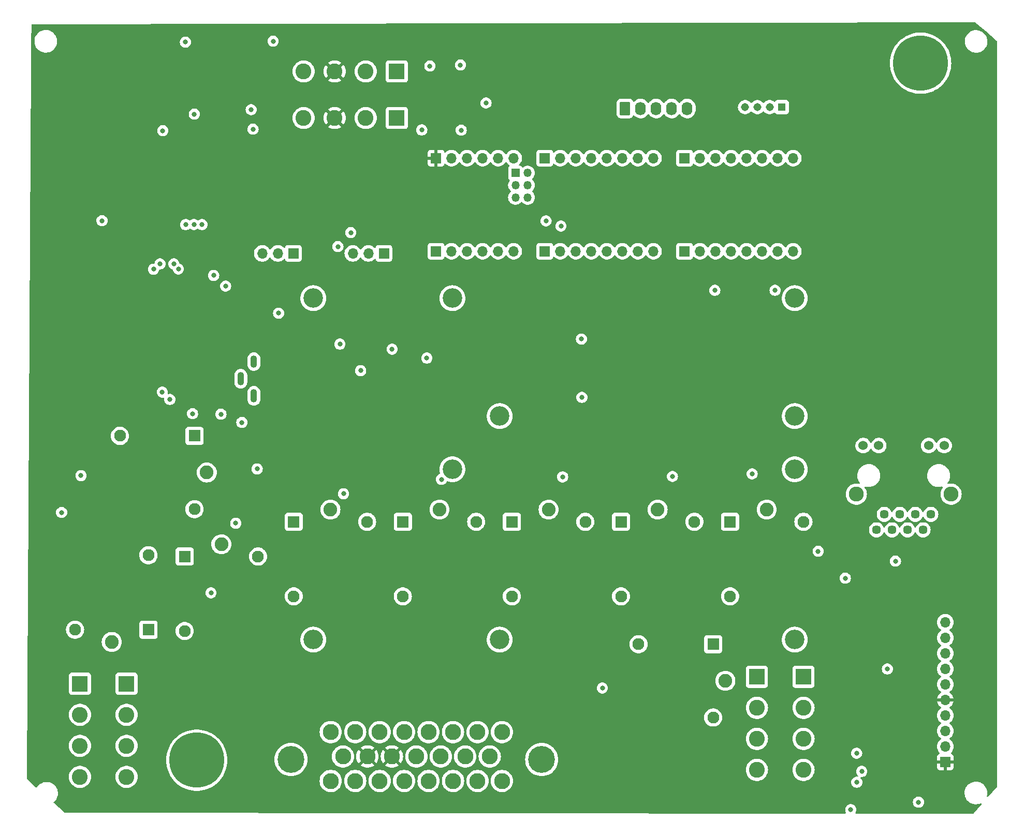
<source format=gbr>
%TF.GenerationSoftware,KiCad,Pcbnew,7.0.9*%
%TF.CreationDate,2024-05-20T07:51:08-06:00*%
%TF.ProjectId,RC11,52433131-2e6b-4696-9361-645f70636258,rev?*%
%TF.SameCoordinates,Original*%
%TF.FileFunction,Copper,L2,Inr*%
%TF.FilePolarity,Positive*%
%FSLAX46Y46*%
G04 Gerber Fmt 4.6, Leading zero omitted, Abs format (unit mm)*
G04 Created by KiCad (PCBNEW 7.0.9) date 2024-05-20 07:51:08*
%MOMM*%
%LPD*%
G01*
G04 APERTURE LIST*
G04 Aperture macros list*
%AMRoundRect*
0 Rectangle with rounded corners*
0 $1 Rounding radius*
0 $2 $3 $4 $5 $6 $7 $8 $9 X,Y pos of 4 corners*
0 Add a 4 corners polygon primitive as box body*
4,1,4,$2,$3,$4,$5,$6,$7,$8,$9,$2,$3,0*
0 Add four circle primitives for the rounded corners*
1,1,$1+$1,$2,$3*
1,1,$1+$1,$4,$5*
1,1,$1+$1,$6,$7*
1,1,$1+$1,$8,$9*
0 Add four rect primitives between the rounded corners*
20,1,$1+$1,$2,$3,$4,$5,0*
20,1,$1+$1,$4,$5,$6,$7,0*
20,1,$1+$1,$6,$7,$8,$9,0*
20,1,$1+$1,$8,$9,$2,$3,0*%
G04 Aperture macros list end*
%TA.AperFunction,ComponentPad*%
%ADD10C,2.625000*%
%TD*%
%TA.AperFunction,ComponentPad*%
%ADD11C,4.395000*%
%TD*%
%TA.AperFunction,ComponentPad*%
%ADD12C,1.446000*%
%TD*%
%TA.AperFunction,ComponentPad*%
%ADD13C,1.530000*%
%TD*%
%TA.AperFunction,ComponentPad*%
%ADD14C,2.445000*%
%TD*%
%TA.AperFunction,ComponentPad*%
%ADD15R,1.950000X1.950000*%
%TD*%
%TA.AperFunction,ComponentPad*%
%ADD16C,2.250000*%
%TD*%
%TA.AperFunction,ComponentPad*%
%ADD17C,1.950000*%
%TD*%
%TA.AperFunction,ComponentPad*%
%ADD18R,1.700000X1.700000*%
%TD*%
%TA.AperFunction,ComponentPad*%
%ADD19O,1.700000X1.700000*%
%TD*%
%TA.AperFunction,ComponentPad*%
%ADD20R,1.350000X1.350000*%
%TD*%
%TA.AperFunction,ComponentPad*%
%ADD21O,1.350000X1.350000*%
%TD*%
%TA.AperFunction,ComponentPad*%
%ADD22R,2.600000X2.600000*%
%TD*%
%TA.AperFunction,ComponentPad*%
%ADD23C,2.600000*%
%TD*%
%TA.AperFunction,ComponentPad*%
%ADD24R,1.308000X1.308000*%
%TD*%
%TA.AperFunction,ComponentPad*%
%ADD25C,1.308000*%
%TD*%
%TA.AperFunction,ComponentPad*%
%ADD26C,9.000000*%
%TD*%
%TA.AperFunction,ComponentPad*%
%ADD27C,3.200000*%
%TD*%
%TA.AperFunction,ComponentPad*%
%ADD28O,1.100000X2.000000*%
%TD*%
%TA.AperFunction,ComponentPad*%
%ADD29O,1.100000X2.200000*%
%TD*%
%TA.AperFunction,ComponentPad*%
%ADD30RoundRect,0.249999X-0.620001X-0.845001X0.620001X-0.845001X0.620001X0.845001X-0.620001X0.845001X0*%
%TD*%
%TA.AperFunction,ComponentPad*%
%ADD31O,1.740000X2.190000*%
%TD*%
%TA.AperFunction,ViaPad*%
%ADD32C,0.800000*%
%TD*%
G04 APERTURE END LIST*
D10*
%TO.N,R1*%
%TO.C,J8*%
X70000000Y-146500000D03*
%TO.N,R3*%
X74000000Y-146500000D03*
%TO.N,R4*%
X78000000Y-146500000D03*
%TO.N,R5*%
X82000000Y-146500000D03*
%TO.N,R6*%
X86000000Y-146500000D03*
%TO.N,R7*%
X90000000Y-146500000D03*
%TO.N,R8*%
X94000000Y-146500000D03*
%TO.N,Net-(J8-Pad8)*%
X98000000Y-146500000D03*
%TO.N,R2*%
X72000000Y-150500000D03*
%TO.N,+5V*%
X76000000Y-150500000D03*
X80000000Y-150500000D03*
%TO.N,GND*%
X84000000Y-150500000D03*
%TO.N,Sensor2*%
X88000000Y-150500000D03*
%TO.N,Sensor1*%
X92000000Y-150500000D03*
%TO.N,Net-(J8-Pad15)*%
X96000000Y-150500000D03*
%TO.N,12V_In*%
X70000000Y-154500000D03*
X74000000Y-154500000D03*
%TO.N,GND*%
X78000000Y-154500000D03*
X82000000Y-154500000D03*
%TO.N,AIN1*%
X86000000Y-154500000D03*
%TO.N,AIN0*%
X90000000Y-154500000D03*
%TO.N,Net-(J8-Pad22)*%
X94000000Y-154500000D03*
%TO.N,Net-(J8-Pad23)*%
X98000000Y-154500000D03*
D11*
%TO.N,Net-(J8-PadMH1)*%
X63500000Y-151000000D03*
%TO.N,Net-(J8-PadMH2)*%
X104500000Y-151000000D03*
%TD*%
D12*
%TO.N,Net-(J11-Pad6)*%
%TO.C,J12*%
X168148000Y-110860800D03*
%TO.N,Net-(J11-Pad5)*%
X166878000Y-113400800D03*
%TO.N,Net-(J11-Pad1)*%
X165608000Y-110860800D03*
%TO.N,Net-(C8-Pad1)*%
X164338000Y-113400800D03*
X163068000Y-110860800D03*
%TO.N,Net-(J11-Pad2)*%
X161798000Y-113400800D03*
%TO.N,Net-(J12-Pad7)*%
X160528000Y-110860800D03*
%TO.N,GND*%
X159258000Y-113400800D03*
D13*
%TO.N,Net-(J11-Pad3)*%
X170328000Y-99610800D03*
%TO.N,GND*%
X167788000Y-99610800D03*
X159618000Y-99610800D03*
%TO.N,Net-(J12-Pad12)*%
X157078000Y-99610800D03*
D14*
%TO.N,GND*%
X171448000Y-107560800D03*
X155958000Y-107560800D03*
%TD*%
D15*
%TO.N,Net-(RLY8-Pad1)*%
%TO.C,RLY8*%
X132537200Y-132115600D03*
D16*
%TO.N,+12V*%
X134537200Y-138115600D03*
D17*
X132537200Y-144115600D03*
%TO.N,R8*%
X120337200Y-132115600D03*
%TD*%
D15*
%TO.N,Net-(RLY2-Pad1)*%
%TO.C,RLY2*%
X46109466Y-117753400D03*
D16*
%TO.N,+12V*%
X52109466Y-115753400D03*
D17*
X58109466Y-117753400D03*
%TO.N,R2*%
X46109466Y-129953400D03*
%TD*%
D15*
%TO.N,Net-(RLY3-Pad1)*%
%TO.C,RLY3*%
X63948732Y-112080600D03*
D16*
%TO.N,+12V*%
X69948732Y-110080600D03*
D17*
X75948732Y-112080600D03*
%TO.N,R3*%
X63948732Y-124280600D03*
%TD*%
D15*
%TO.N,Net-(RLY4-Pad1)*%
%TO.C,RLY4*%
X81787998Y-112080600D03*
D16*
%TO.N,+12V*%
X87787998Y-110080600D03*
D17*
X93787998Y-112080600D03*
%TO.N,R4*%
X81787998Y-124280600D03*
%TD*%
D15*
%TO.N,Net-(RLY5-Pad1)*%
%TO.C,RLY5*%
X99627264Y-112080600D03*
D16*
%TO.N,+12V*%
X105627264Y-110080600D03*
D17*
X111627264Y-112080600D03*
%TO.N,R5*%
X99627264Y-124280600D03*
%TD*%
D15*
%TO.N,Net-(RLY6-Pad1)*%
%TO.C,RLY6*%
X117466530Y-112080600D03*
D16*
%TO.N,+12V*%
X123466530Y-110080600D03*
D17*
X129466530Y-112080600D03*
%TO.N,R6*%
X117466530Y-124280600D03*
%TD*%
D15*
%TO.N,Net-(RLY7-Pad1)*%
%TO.C,RLY7*%
X135305800Y-112080600D03*
D16*
%TO.N,+12V*%
X141305800Y-110080600D03*
D17*
X147305800Y-112080600D03*
%TO.N,R7*%
X135305800Y-124280600D03*
%TD*%
D18*
%TO.N,RLY6*%
%TO.C,J5*%
X127863600Y-67802800D03*
D19*
%TO.N,RLY7*%
X130403600Y-67802800D03*
%TO.N,RLY8*%
X132943600Y-67802800D03*
%TO.N,FlowPin1*%
X135483600Y-67802800D03*
%TO.N,FlowPin2*%
X138023600Y-67802800D03*
%TO.N,Net-(J5-Pad6)*%
X140563600Y-67802800D03*
%TO.N,Net-(J5-Pad7)*%
X143103600Y-67802800D03*
%TO.N,Net-(J5-Pad8)*%
X145643600Y-67802800D03*
%TD*%
D18*
%TO.N,Net-(J7-Pad1)*%
%TO.C,J7*%
X127863600Y-52562800D03*
D19*
%TO.N,Net-(J7-Pad2)*%
X130403600Y-52562800D03*
%TO.N,Net-(J7-Pad3)*%
X132943600Y-52562800D03*
%TO.N,IO37*%
X135483600Y-52562800D03*
%TO.N,IO36*%
X138023600Y-52562800D03*
%TO.N,Net-(J7-Pad6)*%
X140563600Y-52562800D03*
%TO.N,Net-(J7-Pad7)*%
X143103600Y-52562800D03*
%TO.N,Net-(J7-Pad8)*%
X145643600Y-52562800D03*
%TD*%
D20*
%TO.N,Net-(J11-Pad1)*%
%TO.C,J11*%
X100193600Y-55001200D03*
D21*
%TO.N,Net-(J11-Pad2)*%
X102193600Y-55001200D03*
%TO.N,Net-(J11-Pad3)*%
X100193600Y-57001200D03*
%TO.N,GND*%
X102193600Y-57001200D03*
%TO.N,Net-(J11-Pad5)*%
X100193600Y-59001200D03*
%TO.N,Net-(J11-Pad6)*%
X102193600Y-59001200D03*
%TD*%
D22*
%TO.N,Net-(J8-Pad8)*%
%TO.C,KF2*%
X139701400Y-137449600D03*
X147321400Y-137449600D03*
D23*
%TO.N,Net-(J8-Pad15)*%
X147321400Y-142529600D03*
X139701400Y-142529600D03*
%TO.N,Net-(J8-Pad23)*%
X139701400Y-147609600D03*
X147321400Y-147609600D03*
%TO.N,Net-(J8-Pad22)*%
X147321400Y-152689600D03*
X139701400Y-152689600D03*
%TD*%
D18*
%TO.N,GND*%
%TO.C,J4*%
X87223600Y-67802800D03*
D19*
%TO.N,RX_Teensy*%
X89763600Y-67802800D03*
%TO.N,TX_Teensy*%
X92303600Y-67802800D03*
%TO.N,Net-(J4-Pad4)*%
X94843600Y-67802800D03*
%TO.N,Net-(J4-Pad5)*%
X97383600Y-67802800D03*
%TO.N,Net-(J4-Pad6)*%
X99923600Y-67802800D03*
%TD*%
D18*
%TO.N,Net-(J6-Pad1)*%
%TO.C,J6*%
X105003600Y-67802800D03*
D19*
%TO.N,Net-(J6-Pad2)*%
X107543600Y-67802800D03*
%TO.N,RLY1*%
X110083600Y-67802800D03*
%TO.N,RLY2*%
X112623600Y-67802800D03*
%TO.N,RLY3*%
X115163600Y-67802800D03*
%TO.N,RLY4*%
X117703600Y-67802800D03*
%TO.N,RLY5*%
X120243600Y-67802800D03*
%TO.N,Net-(J6-Pad8)*%
X122783600Y-67802800D03*
%TD*%
D18*
%TO.N,+5V*%
%TO.C,J15*%
X87223600Y-52562800D03*
D19*
%TO.N,GND*%
X89763600Y-52562800D03*
%TO.N,Net-(J15-Pad3)*%
X92303600Y-52562800D03*
%TO.N,Net-(J15-Pad4)*%
X94843600Y-52562800D03*
%TO.N,Net-(J15-Pad5)*%
X97383600Y-52562800D03*
%TO.N,Net-(J15-Pad6)*%
X99923600Y-52562800D03*
%TD*%
D18*
%TO.N,SCL_Teensy*%
%TO.C,J16*%
X105003600Y-52562800D03*
D19*
%TO.N,SDA_Teensy*%
X107543600Y-52562800D03*
%TO.N,TX4*%
X110083600Y-52562800D03*
%TO.N,RX4*%
X112623600Y-52562800D03*
%TO.N,IO15*%
X115163600Y-52562800D03*
%TO.N,IO14*%
X117703600Y-52562800D03*
%TO.N,Net-(J16-Pad7)*%
X120243600Y-52562800D03*
%TO.N,GND*%
X122783600Y-52562800D03*
%TD*%
D24*
%TO.N,IO37*%
%TO.C,J21*%
X143766800Y-44219800D03*
D25*
%TO.N,IO36*%
X141766800Y-44219800D03*
%TO.N,Net-(J21-Pad3)*%
X139766800Y-44219800D03*
%TO.N,GND*%
X137766800Y-44219800D03*
%TD*%
D26*
%TO.N,GND*%
%TO.C,J14*%
X166471600Y-37033200D03*
%TD*%
%TO.N,12V_In*%
%TO.C,J17*%
X48082200Y-151104600D03*
%TD*%
D22*
%TO.N,12V_In*%
%TO.C,KF1*%
X28982800Y-138592600D03*
X36602800Y-138592600D03*
D23*
X28982800Y-143672600D03*
X36602800Y-143672600D03*
%TO.N,GND*%
X28982800Y-148752600D03*
X36602800Y-148752600D03*
X36602800Y-153832600D03*
X28982800Y-153832600D03*
%TD*%
D27*
%TO.N,N/C*%
%TO.C,REF\u002A\u002A*%
X67147800Y-131365600D03*
X97627800Y-131365600D03*
X145887800Y-103485600D03*
X67147800Y-75485600D03*
X89887800Y-75485600D03*
X97627800Y-94785600D03*
X145887800Y-94785600D03*
X145887800Y-131365600D03*
X89887800Y-103485600D03*
X145887800Y-75485600D03*
%TD*%
D15*
%TO.N,Net-(RLY1-Pad1)*%
%TO.C,RLY1*%
X47726600Y-98018600D03*
D16*
%TO.N,+12V*%
X49726600Y-104018600D03*
D17*
X47726600Y-110018600D03*
%TO.N,R1*%
X35526600Y-98018600D03*
%TD*%
D28*
%TO.N,GND*%
%TO.C,J9*%
X57429400Y-85871400D03*
D29*
X57429400Y-91471400D03*
X55279400Y-88671400D03*
%TD*%
D18*
%TO.N,RX_Teensy*%
%TO.C,J10*%
X78689200Y-68158400D03*
D19*
%TO.N,TX_ESP*%
X76149200Y-68158400D03*
%TO.N,RX_CH340*%
X73609200Y-68158400D03*
%TD*%
D18*
%TO.N,TX_Teensy*%
%TO.C,J18*%
X63881000Y-68158400D03*
D19*
%TO.N,RX_ESP*%
X61341000Y-68158400D03*
%TO.N,TX_CH340*%
X58801000Y-68158400D03*
%TD*%
D18*
%TO.N,+5V*%
%TO.C,J19*%
X170510200Y-151394200D03*
D19*
%TO.N,GND*%
X170510200Y-148854200D03*
%TO.N,Net-(IC3-Pad6)*%
X170510200Y-146314200D03*
%TO.N,Net-(IC3-Pad5)*%
X170510200Y-143774200D03*
%TO.N,+5V*%
X170510200Y-141234200D03*
%TO.N,Net-(J19-Pad6)*%
X170510200Y-138694200D03*
%TO.N,AIN0*%
X170510200Y-136154200D03*
%TO.N,AIN1*%
X170510200Y-133614200D03*
%TO.N,Net-(J19-Pad9)*%
X170510200Y-131074200D03*
%TO.N,Net-(J19-Pad10)*%
X170510200Y-128534200D03*
%TD*%
D30*
%TO.N,GND*%
%TO.C,J13*%
X118135400Y-44439800D03*
D31*
%TO.N,IO15*%
X120675400Y-44439800D03*
%TO.N,IO14*%
X123215400Y-44439800D03*
%TO.N,IO36*%
X125755400Y-44439800D03*
%TO.N,IO37*%
X128295400Y-44439800D03*
%TD*%
D15*
%TO.N,Net-(D1-Pad1)*%
%TO.C,RLY9*%
X40182800Y-129753400D03*
D16*
%TO.N,12V_In*%
X34182800Y-131753400D03*
D17*
%TO.N,GND*%
X28182800Y-129753400D03*
%TO.N,+12V*%
X40182800Y-117553400D03*
%TD*%
D22*
%TO.N,Net-(KF3-Pad1)*%
%TO.C,KF3*%
X80797400Y-46000800D03*
X80797400Y-38380800D03*
D23*
%TO.N,Net-(KF3-Pad2)*%
X75717400Y-38380800D03*
X75717400Y-46000800D03*
%TO.N,+5V*%
X70637400Y-38380800D03*
X70637400Y-46000800D03*
%TO.N,GND*%
X65557400Y-38380800D03*
X65557400Y-46000800D03*
%TD*%
D32*
%TO.N,GND*%
X46238200Y-33578800D03*
X47686000Y-45364400D03*
X42529800Y-48082200D03*
X142664200Y-74203600D03*
X57287200Y-47828200D03*
X166116000Y-157972800D03*
X155041600Y-159192000D03*
X125882400Y-104658200D03*
X107924600Y-104734400D03*
X88112600Y-105140800D03*
X72085200Y-107503000D03*
X91338400Y-48006000D03*
X91211400Y-37338000D03*
X86207600Y-37490400D03*
X47625000Y-63423800D03*
X48945800Y-63449200D03*
X46278800Y-63449200D03*
X52806600Y-73507600D03*
X25984200Y-110566200D03*
X57962800Y-103428800D03*
X162356800Y-118516402D03*
X114424065Y-139300865D03*
X110998000Y-82179200D03*
X138912600Y-104251800D03*
X54457598Y-112318800D03*
X85714800Y-85293200D03*
X50850800Y-71755000D03*
X132809000Y-74203600D03*
X161035798Y-136179398D03*
X61468002Y-77952600D03*
X71501000Y-83007200D03*
X95394522Y-43549829D03*
X47396400Y-94386400D03*
X80035400Y-83830200D03*
X32588200Y-62814200D03*
X74894400Y-87350600D03*
X55463400Y-95834200D03*
X60579000Y-33426400D03*
X84886800Y-47955200D03*
X52044600Y-94488000D03*
X156006800Y-149971800D03*
%TO.N,+12V*%
X111074200Y-91729600D03*
X56982400Y-44627800D03*
X29146000Y-104533200D03*
%TO.N,+5V*%
X46289000Y-44018200D03*
X163169600Y-131226600D03*
X168021000Y-158023600D03*
X156972000Y-159141200D03*
X160754163Y-146264087D03*
X53848000Y-87198200D03*
X141732004Y-86725800D03*
X84201000Y-44856400D03*
X78399600Y-89408000D03*
X160477200Y-142174000D03*
X132015218Y-86841382D03*
X157353000Y-118237000D03*
X37160200Y-48006000D03*
%TO.N,+3V3*%
X149707600Y-116916200D03*
X154152600Y-121310400D03*
%TO.N,R2*%
X50419000Y-123723400D03*
%TO.N,EN*%
X43676296Y-92069182D03*
X42443400Y-90855800D03*
%TO.N,TX_Teensy*%
X73279000Y-64757379D03*
X71170800Y-67056000D03*
%TO.N,TX_ESP*%
X44334738Y-69884990D03*
X42077315Y-69884990D03*
%TO.N,RX_ESP*%
X41021000Y-70739000D03*
X45085000Y-70713600D03*
%TO.N,AIN1*%
X156032200Y-154721600D03*
X156845000Y-152943600D03*
%TO.N,SDA_Teensy*%
X107645200Y-63693610D03*
%TO.N,SCL_Teensy*%
X105206800Y-62839600D03*
%TD*%
%TA.AperFunction,Conductor*%
%TO.N,+5V*%
G36*
X175358055Y-30322156D02*
G01*
X175371550Y-30332112D01*
X177094020Y-31789586D01*
X178839663Y-33266669D01*
X178923789Y-33337852D01*
X178962871Y-33397124D01*
X178968400Y-33434039D01*
X178968400Y-155360319D01*
X178948398Y-155428440D01*
X178937527Y-155442944D01*
X177516907Y-157078526D01*
X177457136Y-157116839D01*
X177386139Y-157116755D01*
X177326458Y-157078301D01*
X177297041Y-157013686D01*
X177302528Y-156955220D01*
X177309118Y-156935905D01*
X177333718Y-156802719D01*
X177358318Y-156669541D01*
X177358319Y-156669530D01*
X177361402Y-156585165D01*
X177368212Y-156398835D01*
X177353338Y-156263658D01*
X177338587Y-156129585D01*
X177270071Y-155867509D01*
X177164130Y-155618210D01*
X177153444Y-155600700D01*
X177023018Y-155386990D01*
X176849745Y-155178780D01*
X176849741Y-155178777D01*
X176849740Y-155178775D01*
X176648012Y-154998027D01*
X176648002Y-154998018D01*
X176422090Y-154848556D01*
X176176824Y-154733580D01*
X175955190Y-154666900D01*
X175917425Y-154655538D01*
X175649442Y-154616100D01*
X175649439Y-154616100D01*
X175446369Y-154616100D01*
X175446367Y-154616100D01*
X175243839Y-154630923D01*
X175243838Y-154630923D01*
X174979456Y-154689817D01*
X174979441Y-154689822D01*
X174726441Y-154786586D01*
X174490229Y-154919155D01*
X174490225Y-154919157D01*
X174275818Y-155084716D01*
X174087815Y-155279717D01*
X174087810Y-155279723D01*
X173930203Y-155500017D01*
X173930196Y-155500027D01*
X173806343Y-155740924D01*
X173806342Y-155740927D01*
X173718883Y-155997289D01*
X173718880Y-155997302D01*
X173669681Y-156263658D01*
X173669680Y-156263669D01*
X173659788Y-156534365D01*
X173689412Y-156803614D01*
X173757928Y-157065690D01*
X173863869Y-157314989D01*
X173863870Y-157314990D01*
X174004982Y-157546210D01*
X174178255Y-157754420D01*
X174379998Y-157935182D01*
X174605910Y-158084644D01*
X174851176Y-158199620D01*
X175110569Y-158277660D01*
X175110572Y-158277660D01*
X175110574Y-158277661D01*
X175378557Y-158317100D01*
X175378561Y-158317100D01*
X175581633Y-158317100D01*
X175616363Y-158314557D01*
X175784156Y-158302277D01*
X175784160Y-158302276D01*
X175784161Y-158302276D01*
X175894665Y-158277660D01*
X176048553Y-158243380D01*
X176261902Y-158161780D01*
X176332671Y-158156128D01*
X176395263Y-158189635D01*
X176429805Y-158251662D01*
X176425328Y-158322518D01*
X176402038Y-158362092D01*
X175145325Y-159808966D01*
X175085554Y-159847279D01*
X175050069Y-159852341D01*
X155938817Y-159832749D01*
X155870717Y-159812677D01*
X155824279Y-159758974D01*
X155814247Y-159688689D01*
X155829825Y-159643752D01*
X155876127Y-159563556D01*
X155935142Y-159381928D01*
X155955104Y-159192000D01*
X155935142Y-159002072D01*
X155876127Y-158820444D01*
X155780640Y-158655056D01*
X155780638Y-158655054D01*
X155780634Y-158655048D01*
X155652855Y-158513135D01*
X155498352Y-158400882D01*
X155323888Y-158323206D01*
X155137087Y-158283500D01*
X154946113Y-158283500D01*
X154759311Y-158323206D01*
X154584847Y-158400882D01*
X154430344Y-158513135D01*
X154302565Y-158655048D01*
X154302558Y-158655058D01*
X154207076Y-158820438D01*
X154207073Y-158820445D01*
X154148057Y-159002072D01*
X154128096Y-159192000D01*
X154148057Y-159381927D01*
X154152689Y-159396182D01*
X154207073Y-159563556D01*
X154207076Y-159563561D01*
X154252309Y-159641908D01*
X154269047Y-159710904D01*
X154245826Y-159777996D01*
X154190019Y-159821883D01*
X154143061Y-159830908D01*
X26489544Y-159700049D01*
X26421444Y-159679977D01*
X26405555Y-159667858D01*
X26289234Y-159563554D01*
X24696443Y-158135307D01*
X24659081Y-158074941D01*
X24660287Y-158003954D01*
X24681065Y-157972800D01*
X165202496Y-157972800D01*
X165222457Y-158162727D01*
X165234445Y-158199620D01*
X165281473Y-158344356D01*
X165281476Y-158344361D01*
X165376958Y-158509741D01*
X165376965Y-158509751D01*
X165504744Y-158651664D01*
X165565999Y-158696168D01*
X165659248Y-158763918D01*
X165833712Y-158841594D01*
X166020513Y-158881300D01*
X166211487Y-158881300D01*
X166398288Y-158841594D01*
X166572752Y-158763918D01*
X166727253Y-158651666D01*
X166855040Y-158509744D01*
X166950527Y-158344356D01*
X167009542Y-158162728D01*
X167029504Y-157972800D01*
X167009542Y-157782872D01*
X166950527Y-157601244D01*
X166855040Y-157435856D01*
X166855038Y-157435854D01*
X166855034Y-157435848D01*
X166727255Y-157293935D01*
X166572752Y-157181682D01*
X166398288Y-157104006D01*
X166211487Y-157064300D01*
X166020513Y-157064300D01*
X165833711Y-157104006D01*
X165659247Y-157181682D01*
X165504744Y-157293935D01*
X165376965Y-157435848D01*
X165376958Y-157435858D01*
X165281476Y-157601238D01*
X165281473Y-157601245D01*
X165222457Y-157782872D01*
X165202496Y-157972800D01*
X24681065Y-157972800D01*
X24699680Y-157944889D01*
X24703503Y-157941814D01*
X24758577Y-157899288D01*
X24946586Y-157704281D01*
X25104199Y-157483979D01*
X25228056Y-157243075D01*
X25315518Y-156986705D01*
X25349336Y-156803618D01*
X25364718Y-156720341D01*
X25364719Y-156720330D01*
X25366575Y-156669541D01*
X25374612Y-156449635D01*
X25359739Y-156314467D01*
X25344987Y-156180385D01*
X25276471Y-155918309D01*
X25170530Y-155669010D01*
X25128841Y-155600700D01*
X25029418Y-155437790D01*
X24856145Y-155229580D01*
X24856141Y-155229577D01*
X24856140Y-155229575D01*
X24654412Y-155048827D01*
X24654402Y-155048818D01*
X24428490Y-154899356D01*
X24183224Y-154784380D01*
X23997049Y-154728368D01*
X23923825Y-154706338D01*
X23655842Y-154666900D01*
X23655839Y-154666900D01*
X23452769Y-154666900D01*
X23452767Y-154666900D01*
X23250239Y-154681723D01*
X23250238Y-154681723D01*
X22985856Y-154740617D01*
X22985841Y-154740622D01*
X22732841Y-154837386D01*
X22496629Y-154969955D01*
X22496625Y-154969957D01*
X22282218Y-155135516D01*
X22094215Y-155330517D01*
X21970622Y-155503268D01*
X21914718Y-155547031D01*
X21844028Y-155553623D01*
X21784030Y-155523762D01*
X20336818Y-154226056D01*
X20299454Y-154165687D01*
X20294938Y-154131496D01*
X20295081Y-154107501D01*
X20296720Y-153832600D01*
X27169229Y-153832600D01*
X27189485Y-154102902D01*
X27249801Y-154367160D01*
X27249802Y-154367162D01*
X27348827Y-154619475D01*
X27348830Y-154619483D01*
X27484354Y-154854217D01*
X27653361Y-155066146D01*
X27774748Y-155178775D01*
X27852057Y-155250507D01*
X27852063Y-155250511D01*
X28076005Y-155403193D01*
X28076012Y-155403197D01*
X28076015Y-155403199D01*
X28216803Y-155470999D01*
X28320223Y-155520804D01*
X28320236Y-155520809D01*
X28579231Y-155600698D01*
X28579233Y-155600698D01*
X28579242Y-155600701D01*
X28847272Y-155641100D01*
X28847276Y-155641100D01*
X29118324Y-155641100D01*
X29118328Y-155641100D01*
X29386358Y-155600701D01*
X29538982Y-155553623D01*
X29645363Y-155520809D01*
X29645365Y-155520807D01*
X29645372Y-155520806D01*
X29645377Y-155520803D01*
X29645381Y-155520802D01*
X29889580Y-155403202D01*
X29889580Y-155403201D01*
X29889586Y-155403199D01*
X30113543Y-155250507D01*
X30312242Y-155066142D01*
X30481243Y-154854221D01*
X30576160Y-154689820D01*
X30616769Y-154619483D01*
X30616771Y-154619479D01*
X30715799Y-154367159D01*
X30776115Y-154102899D01*
X30796371Y-153832600D01*
X34789229Y-153832600D01*
X34809485Y-154102902D01*
X34869801Y-154367160D01*
X34869802Y-154367162D01*
X34968827Y-154619475D01*
X34968830Y-154619483D01*
X35104354Y-154854217D01*
X35273361Y-155066146D01*
X35394748Y-155178775D01*
X35472057Y-155250507D01*
X35472063Y-155250511D01*
X35696005Y-155403193D01*
X35696012Y-155403197D01*
X35696015Y-155403199D01*
X35836803Y-155470999D01*
X35940223Y-155520804D01*
X35940236Y-155520809D01*
X36199231Y-155600698D01*
X36199233Y-155600698D01*
X36199242Y-155600701D01*
X36467272Y-155641100D01*
X36467276Y-155641100D01*
X36738324Y-155641100D01*
X36738328Y-155641100D01*
X37006358Y-155600701D01*
X37158982Y-155553623D01*
X37265363Y-155520809D01*
X37265365Y-155520807D01*
X37265372Y-155520806D01*
X37265377Y-155520803D01*
X37265381Y-155520802D01*
X37509580Y-155403202D01*
X37509580Y-155403201D01*
X37509586Y-155403199D01*
X37733543Y-155250507D01*
X37932242Y-155066142D01*
X38101243Y-154854221D01*
X38196160Y-154689820D01*
X38236769Y-154619483D01*
X38236771Y-154619479D01*
X38335799Y-154367159D01*
X38396115Y-154102899D01*
X38416371Y-153832600D01*
X38396115Y-153562301D01*
X38335799Y-153298041D01*
X38236771Y-153045721D01*
X38236770Y-153045720D01*
X38236769Y-153045716D01*
X38101245Y-152810982D01*
X38054367Y-152752199D01*
X37932242Y-152599058D01*
X37932241Y-152599057D01*
X37932238Y-152599053D01*
X37733548Y-152414698D01*
X37733542Y-152414692D01*
X37554755Y-152292797D01*
X37509586Y-152262001D01*
X37509583Y-152262000D01*
X37509581Y-152261998D01*
X37509580Y-152261997D01*
X37265381Y-152144397D01*
X37265363Y-152144390D01*
X37006368Y-152064501D01*
X37006360Y-152064499D01*
X37006358Y-152064499D01*
X36738328Y-152024100D01*
X36467272Y-152024100D01*
X36199242Y-152064499D01*
X36199240Y-152064499D01*
X36199231Y-152064501D01*
X35940236Y-152144390D01*
X35940223Y-152144395D01*
X35696012Y-152262002D01*
X35696005Y-152262006D01*
X35472063Y-152414688D01*
X35472051Y-152414698D01*
X35273361Y-152599053D01*
X35104354Y-152810982D01*
X34968830Y-153045716D01*
X34968827Y-153045724D01*
X34869802Y-153298037D01*
X34869801Y-153298039D01*
X34809485Y-153562297D01*
X34789229Y-153832600D01*
X30796371Y-153832600D01*
X30776115Y-153562301D01*
X30715799Y-153298041D01*
X30616771Y-153045721D01*
X30616770Y-153045720D01*
X30616769Y-153045716D01*
X30481245Y-152810982D01*
X30434367Y-152752199D01*
X30312242Y-152599058D01*
X30312241Y-152599057D01*
X30312238Y-152599053D01*
X30113548Y-152414698D01*
X30113542Y-152414692D01*
X29934755Y-152292797D01*
X29889586Y-152262001D01*
X29889583Y-152262000D01*
X29889581Y-152261998D01*
X29889580Y-152261997D01*
X29645381Y-152144397D01*
X29645363Y-152144390D01*
X29386368Y-152064501D01*
X29386360Y-152064499D01*
X29386358Y-152064499D01*
X29118328Y-152024100D01*
X28847272Y-152024100D01*
X28579242Y-152064499D01*
X28579240Y-152064499D01*
X28579231Y-152064501D01*
X28320236Y-152144390D01*
X28320223Y-152144395D01*
X28076012Y-152262002D01*
X28076005Y-152262006D01*
X27852063Y-152414688D01*
X27852051Y-152414698D01*
X27653361Y-152599053D01*
X27484354Y-152810982D01*
X27348830Y-153045716D01*
X27348827Y-153045724D01*
X27249802Y-153298037D01*
X27249801Y-153298039D01*
X27189485Y-153562297D01*
X27169229Y-153832600D01*
X20296720Y-153832600D01*
X20312983Y-151104602D01*
X43068652Y-151104602D01*
X43088834Y-151554001D01*
X43088834Y-151554009D01*
X43088835Y-151554011D01*
X43136071Y-151902721D01*
X43149222Y-151999804D01*
X43249325Y-152438388D01*
X43388340Y-152866231D01*
X43565150Y-153279899D01*
X43778325Y-153676043D01*
X43778329Y-153676050D01*
X43854723Y-153791782D01*
X44026154Y-154051490D01*
X44165366Y-154226056D01*
X44306637Y-154403204D01*
X44580666Y-154689817D01*
X44617524Y-154728367D01*
X44667661Y-154772170D01*
X44956299Y-155024347D01*
X45051014Y-155093161D01*
X45320252Y-155288773D01*
X45320264Y-155288780D01*
X45320277Y-155288789D01*
X45706412Y-155519494D01*
X45706427Y-155519502D01*
X45706437Y-155519508D01*
X46111750Y-155714697D01*
X46532928Y-155872767D01*
X46966581Y-155992448D01*
X47409215Y-156072774D01*
X47857268Y-156113100D01*
X47857274Y-156113100D01*
X48307126Y-156113100D01*
X48307132Y-156113100D01*
X48755185Y-156072774D01*
X49197819Y-155992448D01*
X49631472Y-155872767D01*
X50052650Y-155714697D01*
X50457963Y-155519508D01*
X50457981Y-155519497D01*
X50457987Y-155519494D01*
X50844122Y-155288789D01*
X50844127Y-155288785D01*
X50844148Y-155288773D01*
X51208096Y-155024350D01*
X51208096Y-155024349D01*
X51208100Y-155024347D01*
X51402824Y-154854221D01*
X51546876Y-154728367D01*
X51765217Y-154500000D01*
X68173894Y-154500000D01*
X68194290Y-154772170D01*
X68255023Y-155038255D01*
X68255024Y-155038257D01*
X68354735Y-155292320D01*
X68491197Y-155528678D01*
X68491199Y-155528681D01*
X68491200Y-155528682D01*
X68661370Y-155742068D01*
X68861442Y-155927707D01*
X68956399Y-155992448D01*
X69086944Y-156081452D01*
X69086952Y-156081457D01*
X69332840Y-156199870D01*
X69332841Y-156199870D01*
X69332849Y-156199874D01*
X69539666Y-156263669D01*
X69593646Y-156280320D01*
X69593653Y-156280322D01*
X69863535Y-156321000D01*
X69863539Y-156321000D01*
X70136461Y-156321000D01*
X70136465Y-156321000D01*
X70406347Y-156280322D01*
X70667151Y-156199874D01*
X70913053Y-156081454D01*
X71138558Y-155927707D01*
X71338630Y-155742068D01*
X71508800Y-155528682D01*
X71645265Y-155292318D01*
X71744977Y-155038254D01*
X71805710Y-154772167D01*
X71826106Y-154500000D01*
X72173894Y-154500000D01*
X72194290Y-154772170D01*
X72255023Y-155038255D01*
X72255024Y-155038257D01*
X72354735Y-155292320D01*
X72491197Y-155528678D01*
X72491199Y-155528681D01*
X72491200Y-155528682D01*
X72661370Y-155742068D01*
X72861442Y-155927707D01*
X72956399Y-155992448D01*
X73086944Y-156081452D01*
X73086952Y-156081457D01*
X73332840Y-156199870D01*
X73332841Y-156199870D01*
X73332849Y-156199874D01*
X73539666Y-156263669D01*
X73593646Y-156280320D01*
X73593653Y-156280322D01*
X73863535Y-156321000D01*
X73863539Y-156321000D01*
X74136461Y-156321000D01*
X74136465Y-156321000D01*
X74406347Y-156280322D01*
X74667151Y-156199874D01*
X74913053Y-156081454D01*
X75138558Y-155927707D01*
X75338630Y-155742068D01*
X75508800Y-155528682D01*
X75645265Y-155292318D01*
X75744977Y-155038254D01*
X75805710Y-154772167D01*
X75826106Y-154500000D01*
X76173894Y-154500000D01*
X76194290Y-154772170D01*
X76255023Y-155038255D01*
X76255024Y-155038257D01*
X76354735Y-155292320D01*
X76491197Y-155528678D01*
X76491199Y-155528681D01*
X76491200Y-155528682D01*
X76661370Y-155742068D01*
X76861442Y-155927707D01*
X76956399Y-155992448D01*
X77086944Y-156081452D01*
X77086952Y-156081457D01*
X77332840Y-156199870D01*
X77332841Y-156199870D01*
X77332849Y-156199874D01*
X77539666Y-156263669D01*
X77593646Y-156280320D01*
X77593653Y-156280322D01*
X77863535Y-156321000D01*
X77863539Y-156321000D01*
X78136461Y-156321000D01*
X78136465Y-156321000D01*
X78406347Y-156280322D01*
X78667151Y-156199874D01*
X78913053Y-156081454D01*
X79138558Y-155927707D01*
X79338630Y-155742068D01*
X79508800Y-155528682D01*
X79645265Y-155292318D01*
X79744977Y-155038254D01*
X79805710Y-154772167D01*
X79826106Y-154500000D01*
X80173894Y-154500000D01*
X80194290Y-154772170D01*
X80255023Y-155038255D01*
X80255024Y-155038257D01*
X80354735Y-155292320D01*
X80491197Y-155528678D01*
X80491199Y-155528681D01*
X80491200Y-155528682D01*
X80661370Y-155742068D01*
X80861442Y-155927707D01*
X80956399Y-155992448D01*
X81086944Y-156081452D01*
X81086952Y-156081457D01*
X81332840Y-156199870D01*
X81332841Y-156199870D01*
X81332849Y-156199874D01*
X81539666Y-156263669D01*
X81593646Y-156280320D01*
X81593653Y-156280322D01*
X81863535Y-156321000D01*
X81863539Y-156321000D01*
X82136461Y-156321000D01*
X82136465Y-156321000D01*
X82406347Y-156280322D01*
X82667151Y-156199874D01*
X82913053Y-156081454D01*
X83138558Y-155927707D01*
X83338630Y-155742068D01*
X83508800Y-155528682D01*
X83645265Y-155292318D01*
X83744977Y-155038254D01*
X83805710Y-154772167D01*
X83826106Y-154500000D01*
X84173894Y-154500000D01*
X84194290Y-154772170D01*
X84255023Y-155038255D01*
X84255024Y-155038257D01*
X84354735Y-155292320D01*
X84491197Y-155528678D01*
X84491199Y-155528681D01*
X84491200Y-155528682D01*
X84661370Y-155742068D01*
X84861442Y-155927707D01*
X84956399Y-155992448D01*
X85086944Y-156081452D01*
X85086952Y-156081457D01*
X85332840Y-156199870D01*
X85332841Y-156199870D01*
X85332849Y-156199874D01*
X85539666Y-156263669D01*
X85593646Y-156280320D01*
X85593653Y-156280322D01*
X85863535Y-156321000D01*
X85863539Y-156321000D01*
X86136461Y-156321000D01*
X86136465Y-156321000D01*
X86406347Y-156280322D01*
X86667151Y-156199874D01*
X86913053Y-156081454D01*
X87138558Y-155927707D01*
X87338630Y-155742068D01*
X87508800Y-155528682D01*
X87645265Y-155292318D01*
X87744977Y-155038254D01*
X87805710Y-154772167D01*
X87826106Y-154500000D01*
X88173894Y-154500000D01*
X88194290Y-154772170D01*
X88255023Y-155038255D01*
X88255024Y-155038257D01*
X88354735Y-155292320D01*
X88491197Y-155528678D01*
X88491199Y-155528681D01*
X88491200Y-155528682D01*
X88661370Y-155742068D01*
X88861442Y-155927707D01*
X88956399Y-155992448D01*
X89086944Y-156081452D01*
X89086952Y-156081457D01*
X89332840Y-156199870D01*
X89332841Y-156199870D01*
X89332849Y-156199874D01*
X89539666Y-156263669D01*
X89593646Y-156280320D01*
X89593653Y-156280322D01*
X89863535Y-156321000D01*
X89863539Y-156321000D01*
X90136461Y-156321000D01*
X90136465Y-156321000D01*
X90406347Y-156280322D01*
X90667151Y-156199874D01*
X90913053Y-156081454D01*
X91138558Y-155927707D01*
X91338630Y-155742068D01*
X91508800Y-155528682D01*
X91645265Y-155292318D01*
X91744977Y-155038254D01*
X91805710Y-154772167D01*
X91826106Y-154500000D01*
X92173894Y-154500000D01*
X92194290Y-154772170D01*
X92255023Y-155038255D01*
X92255024Y-155038257D01*
X92354735Y-155292320D01*
X92491197Y-155528678D01*
X92491199Y-155528681D01*
X92491200Y-155528682D01*
X92661370Y-155742068D01*
X92861442Y-155927707D01*
X92956399Y-155992448D01*
X93086944Y-156081452D01*
X93086952Y-156081457D01*
X93332840Y-156199870D01*
X93332841Y-156199870D01*
X93332849Y-156199874D01*
X93539666Y-156263669D01*
X93593646Y-156280320D01*
X93593653Y-156280322D01*
X93863535Y-156321000D01*
X93863539Y-156321000D01*
X94136461Y-156321000D01*
X94136465Y-156321000D01*
X94406347Y-156280322D01*
X94667151Y-156199874D01*
X94913053Y-156081454D01*
X95138558Y-155927707D01*
X95338630Y-155742068D01*
X95508800Y-155528682D01*
X95645265Y-155292318D01*
X95744977Y-155038254D01*
X95805710Y-154772167D01*
X95826106Y-154500000D01*
X96173894Y-154500000D01*
X96194290Y-154772170D01*
X96255023Y-155038255D01*
X96255024Y-155038257D01*
X96354735Y-155292320D01*
X96491197Y-155528678D01*
X96491199Y-155528681D01*
X96491200Y-155528682D01*
X96661370Y-155742068D01*
X96861442Y-155927707D01*
X96956399Y-155992448D01*
X97086944Y-156081452D01*
X97086952Y-156081457D01*
X97332840Y-156199870D01*
X97332841Y-156199870D01*
X97332849Y-156199874D01*
X97539666Y-156263669D01*
X97593646Y-156280320D01*
X97593653Y-156280322D01*
X97863535Y-156321000D01*
X97863539Y-156321000D01*
X98136461Y-156321000D01*
X98136465Y-156321000D01*
X98406347Y-156280322D01*
X98667151Y-156199874D01*
X98913053Y-156081454D01*
X99138558Y-155927707D01*
X99338630Y-155742068D01*
X99508800Y-155528682D01*
X99645265Y-155292318D01*
X99744977Y-155038254D01*
X99805710Y-154772167D01*
X99809499Y-154721600D01*
X155118696Y-154721600D01*
X155138657Y-154911527D01*
X155166763Y-154998027D01*
X155197673Y-155093156D01*
X155197676Y-155093161D01*
X155293158Y-155258541D01*
X155293165Y-155258551D01*
X155420944Y-155400464D01*
X155424711Y-155403201D01*
X155575448Y-155512718D01*
X155749912Y-155590394D01*
X155936713Y-155630100D01*
X156127687Y-155630100D01*
X156314488Y-155590394D01*
X156488952Y-155512718D01*
X156643453Y-155400466D01*
X156655587Y-155386990D01*
X156771234Y-155258551D01*
X156771235Y-155258549D01*
X156771240Y-155258544D01*
X156866727Y-155093156D01*
X156925742Y-154911528D01*
X156945704Y-154721600D01*
X156925742Y-154531672D01*
X156866727Y-154350044D01*
X156771240Y-154184656D01*
X156771238Y-154184654D01*
X156771234Y-154184648D01*
X156661170Y-154062410D01*
X156630452Y-153998403D01*
X156639217Y-153927949D01*
X156684680Y-153873418D01*
X156752407Y-153852123D01*
X156754806Y-153852100D01*
X156940487Y-153852100D01*
X157127288Y-153812394D01*
X157301752Y-153734718D01*
X157456253Y-153622466D01*
X157456255Y-153622464D01*
X157584034Y-153480551D01*
X157584035Y-153480549D01*
X157584040Y-153480544D01*
X157679527Y-153315156D01*
X157738542Y-153133528D01*
X157758504Y-152943600D01*
X157738542Y-152753672D01*
X157679527Y-152572044D01*
X157584040Y-152406656D01*
X157584038Y-152406654D01*
X157584034Y-152406648D01*
X157456255Y-152264735D01*
X157301752Y-152152482D01*
X157127288Y-152074806D01*
X156940487Y-152035100D01*
X156749513Y-152035100D01*
X156562711Y-152074806D01*
X156388247Y-152152482D01*
X156233744Y-152264735D01*
X156105965Y-152406648D01*
X156105958Y-152406658D01*
X156010476Y-152572038D01*
X156010473Y-152572045D01*
X155951457Y-152753672D01*
X155931496Y-152943600D01*
X155951457Y-153133527D01*
X155980906Y-153224159D01*
X156010473Y-153315156D01*
X156010476Y-153315161D01*
X156105958Y-153480541D01*
X156105965Y-153480551D01*
X156216030Y-153602790D01*
X156246748Y-153666797D01*
X156237983Y-153737251D01*
X156192520Y-153791782D01*
X156124793Y-153813077D01*
X156122394Y-153813100D01*
X155936713Y-153813100D01*
X155749911Y-153852806D01*
X155575447Y-153930482D01*
X155420944Y-154042735D01*
X155293165Y-154184648D01*
X155293158Y-154184658D01*
X155197676Y-154350038D01*
X155197673Y-154350045D01*
X155138657Y-154531672D01*
X155118696Y-154721600D01*
X99809499Y-154721600D01*
X99826106Y-154500000D01*
X99805710Y-154227833D01*
X99744977Y-153961746D01*
X99646654Y-153711221D01*
X99645264Y-153707679D01*
X99508802Y-153471321D01*
X99452264Y-153400425D01*
X99338630Y-153257932D01*
X99138558Y-153072293D01*
X99099577Y-153045716D01*
X98913055Y-152918547D01*
X98913047Y-152918542D01*
X98667159Y-152800129D01*
X98667154Y-152800127D01*
X98667151Y-152800126D01*
X98566782Y-152769166D01*
X98406353Y-152719679D01*
X98406348Y-152719678D01*
X98406347Y-152719678D01*
X98136465Y-152679000D01*
X97863535Y-152679000D01*
X97593653Y-152719678D01*
X97593652Y-152719678D01*
X97593646Y-152719679D01*
X97375050Y-152787108D01*
X97332849Y-152800126D01*
X97332847Y-152800126D01*
X97332840Y-152800129D01*
X97086952Y-152918542D01*
X97086944Y-152918547D01*
X96861448Y-153072288D01*
X96861443Y-153072292D01*
X96661370Y-153257931D01*
X96491197Y-153471321D01*
X96354735Y-153707679D01*
X96255024Y-153961742D01*
X96255023Y-153961744D01*
X96194290Y-154227829D01*
X96173894Y-154500000D01*
X95826106Y-154500000D01*
X95805710Y-154227833D01*
X95744977Y-153961746D01*
X95646654Y-153711221D01*
X95645264Y-153707679D01*
X95508802Y-153471321D01*
X95452264Y-153400425D01*
X95338630Y-153257932D01*
X95138558Y-153072293D01*
X95099577Y-153045716D01*
X94913055Y-152918547D01*
X94913047Y-152918542D01*
X94667159Y-152800129D01*
X94667154Y-152800127D01*
X94667151Y-152800126D01*
X94566782Y-152769166D01*
X94406353Y-152719679D01*
X94406348Y-152719678D01*
X94406347Y-152719678D01*
X94136465Y-152679000D01*
X93863535Y-152679000D01*
X93593653Y-152719678D01*
X93593652Y-152719678D01*
X93593646Y-152719679D01*
X93375050Y-152787108D01*
X93332849Y-152800126D01*
X93332847Y-152800126D01*
X93332840Y-152800129D01*
X93086952Y-152918542D01*
X93086944Y-152918547D01*
X92861448Y-153072288D01*
X92861443Y-153072292D01*
X92661370Y-153257931D01*
X92491197Y-153471321D01*
X92354735Y-153707679D01*
X92255024Y-153961742D01*
X92255023Y-153961744D01*
X92194290Y-154227829D01*
X92173894Y-154500000D01*
X91826106Y-154500000D01*
X91805710Y-154227833D01*
X91744977Y-153961746D01*
X91646654Y-153711221D01*
X91645264Y-153707679D01*
X91508802Y-153471321D01*
X91452264Y-153400425D01*
X91338630Y-153257932D01*
X91138558Y-153072293D01*
X91099577Y-153045716D01*
X90913055Y-152918547D01*
X90913047Y-152918542D01*
X90667159Y-152800129D01*
X90667154Y-152800127D01*
X90667151Y-152800126D01*
X90566782Y-152769166D01*
X90406353Y-152719679D01*
X90406348Y-152719678D01*
X90406347Y-152719678D01*
X90136465Y-152679000D01*
X89863535Y-152679000D01*
X89593653Y-152719678D01*
X89593652Y-152719678D01*
X89593646Y-152719679D01*
X89375050Y-152787108D01*
X89332849Y-152800126D01*
X89332847Y-152800126D01*
X89332840Y-152800129D01*
X89086952Y-152918542D01*
X89086944Y-152918547D01*
X88861448Y-153072288D01*
X88861443Y-153072292D01*
X88661370Y-153257931D01*
X88491197Y-153471321D01*
X88354735Y-153707679D01*
X88255024Y-153961742D01*
X88255023Y-153961744D01*
X88194290Y-154227829D01*
X88173894Y-154500000D01*
X87826106Y-154500000D01*
X87805710Y-154227833D01*
X87744977Y-153961746D01*
X87646654Y-153711221D01*
X87645264Y-153707679D01*
X87508802Y-153471321D01*
X87452264Y-153400425D01*
X87338630Y-153257932D01*
X87138558Y-153072293D01*
X87099577Y-153045716D01*
X86913055Y-152918547D01*
X86913047Y-152918542D01*
X86667159Y-152800129D01*
X86667154Y-152800127D01*
X86667151Y-152800126D01*
X86566782Y-152769166D01*
X86406353Y-152719679D01*
X86406348Y-152719678D01*
X86406347Y-152719678D01*
X86136465Y-152679000D01*
X85863535Y-152679000D01*
X85593653Y-152719678D01*
X85593652Y-152719678D01*
X85593646Y-152719679D01*
X85375050Y-152787108D01*
X85332849Y-152800126D01*
X85332847Y-152800126D01*
X85332840Y-152800129D01*
X85086952Y-152918542D01*
X85086944Y-152918547D01*
X84861448Y-153072288D01*
X84861443Y-153072292D01*
X84661370Y-153257931D01*
X84491197Y-153471321D01*
X84354735Y-153707679D01*
X84255024Y-153961742D01*
X84255023Y-153961744D01*
X84194290Y-154227829D01*
X84173894Y-154500000D01*
X83826106Y-154500000D01*
X83805710Y-154227833D01*
X83744977Y-153961746D01*
X83646654Y-153711221D01*
X83645264Y-153707679D01*
X83508802Y-153471321D01*
X83452264Y-153400425D01*
X83338630Y-153257932D01*
X83138558Y-153072293D01*
X83099577Y-153045716D01*
X82913055Y-152918547D01*
X82913047Y-152918542D01*
X82667159Y-152800129D01*
X82667154Y-152800127D01*
X82667151Y-152800126D01*
X82566782Y-152769166D01*
X82406353Y-152719679D01*
X82406348Y-152719678D01*
X82406347Y-152719678D01*
X82136465Y-152679000D01*
X81863535Y-152679000D01*
X81593653Y-152719678D01*
X81593652Y-152719678D01*
X81593646Y-152719679D01*
X81375050Y-152787108D01*
X81332849Y-152800126D01*
X81332847Y-152800126D01*
X81332840Y-152800129D01*
X81086952Y-152918542D01*
X81086944Y-152918547D01*
X80861448Y-153072288D01*
X80861443Y-153072292D01*
X80661370Y-153257931D01*
X80491197Y-153471321D01*
X80354735Y-153707679D01*
X80255024Y-153961742D01*
X80255023Y-153961744D01*
X80194290Y-154227829D01*
X80173894Y-154500000D01*
X79826106Y-154500000D01*
X79805710Y-154227833D01*
X79744977Y-153961746D01*
X79646654Y-153711221D01*
X79645264Y-153707679D01*
X79508802Y-153471321D01*
X79452264Y-153400425D01*
X79338630Y-153257932D01*
X79138558Y-153072293D01*
X79099577Y-153045716D01*
X78913055Y-152918547D01*
X78913047Y-152918542D01*
X78667159Y-152800129D01*
X78667154Y-152800127D01*
X78667151Y-152800126D01*
X78566782Y-152769166D01*
X78406353Y-152719679D01*
X78406348Y-152719678D01*
X78406347Y-152719678D01*
X78136465Y-152679000D01*
X77863535Y-152679000D01*
X77593653Y-152719678D01*
X77593652Y-152719678D01*
X77593646Y-152719679D01*
X77375050Y-152787108D01*
X77332849Y-152800126D01*
X77332847Y-152800126D01*
X77332840Y-152800129D01*
X77086952Y-152918542D01*
X77086944Y-152918547D01*
X76861448Y-153072288D01*
X76861443Y-153072292D01*
X76661370Y-153257931D01*
X76491197Y-153471321D01*
X76354735Y-153707679D01*
X76255024Y-153961742D01*
X76255023Y-153961744D01*
X76194290Y-154227829D01*
X76173894Y-154500000D01*
X75826106Y-154500000D01*
X75805710Y-154227833D01*
X75744977Y-153961746D01*
X75646654Y-153711221D01*
X75645264Y-153707679D01*
X75508802Y-153471321D01*
X75452264Y-153400425D01*
X75338630Y-153257932D01*
X75138558Y-153072293D01*
X75099577Y-153045716D01*
X74913055Y-152918547D01*
X74913047Y-152918542D01*
X74667159Y-152800129D01*
X74667154Y-152800127D01*
X74667151Y-152800126D01*
X74566782Y-152769166D01*
X74406353Y-152719679D01*
X74406348Y-152719678D01*
X74406347Y-152719678D01*
X74136465Y-152679000D01*
X73863535Y-152679000D01*
X73593653Y-152719678D01*
X73593652Y-152719678D01*
X73593646Y-152719679D01*
X73375050Y-152787108D01*
X73332849Y-152800126D01*
X73332847Y-152800126D01*
X73332840Y-152800129D01*
X73086952Y-152918542D01*
X73086944Y-152918547D01*
X72861448Y-153072288D01*
X72861443Y-153072292D01*
X72661370Y-153257931D01*
X72491197Y-153471321D01*
X72354735Y-153707679D01*
X72255024Y-153961742D01*
X72255023Y-153961744D01*
X72194290Y-154227829D01*
X72173894Y-154500000D01*
X71826106Y-154500000D01*
X71805710Y-154227833D01*
X71744977Y-153961746D01*
X71646654Y-153711221D01*
X71645264Y-153707679D01*
X71508802Y-153471321D01*
X71452264Y-153400425D01*
X71338630Y-153257932D01*
X71138558Y-153072293D01*
X71099577Y-153045716D01*
X70913055Y-152918547D01*
X70913047Y-152918542D01*
X70667159Y-152800129D01*
X70667154Y-152800127D01*
X70667151Y-152800126D01*
X70566782Y-152769166D01*
X70406353Y-152719679D01*
X70406348Y-152719678D01*
X70406347Y-152719678D01*
X70136465Y-152679000D01*
X69863535Y-152679000D01*
X69593653Y-152719678D01*
X69593652Y-152719678D01*
X69593646Y-152719679D01*
X69375050Y-152787108D01*
X69332849Y-152800126D01*
X69332847Y-152800126D01*
X69332840Y-152800129D01*
X69086952Y-152918542D01*
X69086944Y-152918547D01*
X68861448Y-153072288D01*
X68861443Y-153072292D01*
X68661370Y-153257931D01*
X68491197Y-153471321D01*
X68354735Y-153707679D01*
X68255024Y-153961742D01*
X68255023Y-153961744D01*
X68194290Y-154227829D01*
X68173894Y-154500000D01*
X51765217Y-154500000D01*
X51857760Y-154403207D01*
X52138246Y-154051490D01*
X52386074Y-153676045D01*
X52599251Y-153279897D01*
X52776058Y-152866235D01*
X52915074Y-152438388D01*
X53015178Y-151999804D01*
X53075565Y-151554011D01*
X53094149Y-151140200D01*
X53095748Y-151104602D01*
X53095748Y-151104597D01*
X53091051Y-151000001D01*
X60789054Y-151000001D01*
X60808819Y-151326765D01*
X60808820Y-151326768D01*
X60867828Y-151648772D01*
X60965222Y-151961319D01*
X61099573Y-152259831D01*
X61099577Y-152259839D01*
X61193189Y-152414693D01*
X61268934Y-152539992D01*
X61321513Y-152607104D01*
X61390096Y-152694644D01*
X61470829Y-152797691D01*
X61470834Y-152797697D01*
X61702302Y-153029165D01*
X61702308Y-153029170D01*
X61702310Y-153029172D01*
X61960007Y-153231065D01*
X62240161Y-153400423D01*
X62240163Y-153400424D01*
X62240165Y-153400425D01*
X62240171Y-153400428D01*
X62538680Y-153534777D01*
X62538681Y-153534777D01*
X62538685Y-153534779D01*
X62626994Y-153562297D01*
X62851227Y-153632171D01*
X62910236Y-153642984D01*
X63173232Y-153691180D01*
X63391077Y-153704357D01*
X63499999Y-153710946D01*
X63500000Y-153710946D01*
X63500001Y-153710946D01*
X63581692Y-153706004D01*
X63826768Y-153691180D01*
X64148772Y-153632171D01*
X64461315Y-153534779D01*
X64759839Y-153400423D01*
X65039993Y-153231065D01*
X65297690Y-153029172D01*
X65529172Y-152797690D01*
X65731065Y-152539993D01*
X65900423Y-152259839D01*
X66034779Y-151961315D01*
X66132171Y-151648772D01*
X66191180Y-151326768D01*
X66208641Y-151038103D01*
X66210946Y-151000001D01*
X66210946Y-150999998D01*
X66197165Y-150772170D01*
X66191180Y-150673232D01*
X66159434Y-150500000D01*
X70173894Y-150500000D01*
X70194290Y-150772170D01*
X70255023Y-151038255D01*
X70255024Y-151038257D01*
X70354735Y-151292320D01*
X70491197Y-151528678D01*
X70491199Y-151528681D01*
X70491200Y-151528682D01*
X70661370Y-151742068D01*
X70861442Y-151927707D01*
X70910736Y-151961315D01*
X71086944Y-152081452D01*
X71086952Y-152081457D01*
X71332840Y-152199870D01*
X71332841Y-152199870D01*
X71332849Y-152199874D01*
X71543122Y-152264735D01*
X71593646Y-152280320D01*
X71593653Y-152280322D01*
X71863535Y-152321000D01*
X71863539Y-152321000D01*
X72136461Y-152321000D01*
X72136465Y-152321000D01*
X72406347Y-152280322D01*
X72667151Y-152199874D01*
X72913053Y-152081454D01*
X73138558Y-151927707D01*
X73338630Y-151742068D01*
X73508800Y-151528682D01*
X73645265Y-151292318D01*
X73744977Y-151038254D01*
X73805710Y-150772167D01*
X73826106Y-150500000D01*
X74174395Y-150500000D01*
X74194785Y-150772095D01*
X74255501Y-151038103D01*
X74355185Y-151292096D01*
X74355188Y-151292104D01*
X74491612Y-151528398D01*
X74491615Y-151528403D01*
X74545196Y-151595591D01*
X74545198Y-151595591D01*
X75228314Y-150912475D01*
X75271501Y-150993934D01*
X75394714Y-151138992D01*
X75546230Y-151254171D01*
X75586436Y-151272772D01*
X74903460Y-151955747D01*
X74903460Y-151955748D01*
X75087195Y-152081018D01*
X75333028Y-152199406D01*
X75333040Y-152199411D01*
X75593754Y-152279830D01*
X75593766Y-152279832D01*
X75863577Y-152320500D01*
X76136423Y-152320500D01*
X76406233Y-152279832D01*
X76406245Y-152279830D01*
X76666959Y-152199411D01*
X76666972Y-152199406D01*
X76912812Y-152081014D01*
X76912814Y-152081013D01*
X77096538Y-151955750D01*
X77096539Y-151955748D01*
X76413294Y-151272503D01*
X76532650Y-151200689D01*
X76670825Y-151069804D01*
X76775147Y-150915938D01*
X77454801Y-151595592D01*
X77508388Y-151528396D01*
X77644811Y-151292104D01*
X77644814Y-151292096D01*
X77744498Y-151038103D01*
X77805214Y-150772095D01*
X77825604Y-150500000D01*
X78174395Y-150500000D01*
X78194785Y-150772095D01*
X78255501Y-151038103D01*
X78355185Y-151292096D01*
X78355188Y-151292104D01*
X78491612Y-151528398D01*
X78491615Y-151528403D01*
X78545196Y-151595591D01*
X78545198Y-151595591D01*
X79228314Y-150912475D01*
X79271501Y-150993934D01*
X79394714Y-151138992D01*
X79546230Y-151254171D01*
X79586436Y-151272772D01*
X78903460Y-151955747D01*
X78903460Y-151955748D01*
X79087195Y-152081018D01*
X79333028Y-152199406D01*
X79333040Y-152199411D01*
X79593754Y-152279830D01*
X79593766Y-152279832D01*
X79863577Y-152320500D01*
X80136423Y-152320500D01*
X80406233Y-152279832D01*
X80406245Y-152279830D01*
X80666959Y-152199411D01*
X80666972Y-152199406D01*
X80912812Y-152081014D01*
X80912814Y-152081013D01*
X81096538Y-151955750D01*
X81096539Y-151955748D01*
X80413294Y-151272503D01*
X80532650Y-151200689D01*
X80670825Y-151069804D01*
X80775147Y-150915938D01*
X81454801Y-151595592D01*
X81508388Y-151528396D01*
X81644811Y-151292104D01*
X81644814Y-151292096D01*
X81744498Y-151038103D01*
X81805214Y-150772095D01*
X81825604Y-150500000D01*
X82173894Y-150500000D01*
X82194290Y-150772170D01*
X82255023Y-151038255D01*
X82255024Y-151038257D01*
X82354735Y-151292320D01*
X82491197Y-151528678D01*
X82491199Y-151528681D01*
X82491200Y-151528682D01*
X82661370Y-151742068D01*
X82861442Y-151927707D01*
X82910736Y-151961315D01*
X83086944Y-152081452D01*
X83086952Y-152081457D01*
X83332840Y-152199870D01*
X83332841Y-152199870D01*
X83332849Y-152199874D01*
X83543122Y-152264735D01*
X83593646Y-152280320D01*
X83593653Y-152280322D01*
X83863535Y-152321000D01*
X83863539Y-152321000D01*
X84136461Y-152321000D01*
X84136465Y-152321000D01*
X84406347Y-152280322D01*
X84667151Y-152199874D01*
X84913053Y-152081454D01*
X85138558Y-151927707D01*
X85338630Y-151742068D01*
X85508800Y-151528682D01*
X85645265Y-151292318D01*
X85744977Y-151038254D01*
X85805710Y-150772167D01*
X85826106Y-150500000D01*
X86173894Y-150500000D01*
X86194290Y-150772170D01*
X86255023Y-151038255D01*
X86255024Y-151038257D01*
X86354735Y-151292320D01*
X86491197Y-151528678D01*
X86491199Y-151528681D01*
X86491200Y-151528682D01*
X86661370Y-151742068D01*
X86861442Y-151927707D01*
X86910736Y-151961315D01*
X87086944Y-152081452D01*
X87086952Y-152081457D01*
X87332840Y-152199870D01*
X87332841Y-152199870D01*
X87332849Y-152199874D01*
X87543122Y-152264735D01*
X87593646Y-152280320D01*
X87593653Y-152280322D01*
X87863535Y-152321000D01*
X87863539Y-152321000D01*
X88136461Y-152321000D01*
X88136465Y-152321000D01*
X88406347Y-152280322D01*
X88667151Y-152199874D01*
X88913053Y-152081454D01*
X89138558Y-151927707D01*
X89338630Y-151742068D01*
X89508800Y-151528682D01*
X89645265Y-151292318D01*
X89744977Y-151038254D01*
X89805710Y-150772167D01*
X89826106Y-150500000D01*
X90173894Y-150500000D01*
X90194290Y-150772170D01*
X90255023Y-151038255D01*
X90255024Y-151038257D01*
X90354735Y-151292320D01*
X90491197Y-151528678D01*
X90491199Y-151528681D01*
X90491200Y-151528682D01*
X90661370Y-151742068D01*
X90861442Y-151927707D01*
X90910736Y-151961315D01*
X91086944Y-152081452D01*
X91086952Y-152081457D01*
X91332840Y-152199870D01*
X91332841Y-152199870D01*
X91332849Y-152199874D01*
X91543122Y-152264735D01*
X91593646Y-152280320D01*
X91593653Y-152280322D01*
X91863535Y-152321000D01*
X91863539Y-152321000D01*
X92136461Y-152321000D01*
X92136465Y-152321000D01*
X92406347Y-152280322D01*
X92667151Y-152199874D01*
X92913053Y-152081454D01*
X93138558Y-151927707D01*
X93338630Y-151742068D01*
X93508800Y-151528682D01*
X93645265Y-151292318D01*
X93744977Y-151038254D01*
X93805710Y-150772167D01*
X93826106Y-150500000D01*
X94173894Y-150500000D01*
X94194290Y-150772170D01*
X94255023Y-151038255D01*
X94255024Y-151038257D01*
X94354735Y-151292320D01*
X94491197Y-151528678D01*
X94491199Y-151528681D01*
X94491200Y-151528682D01*
X94661370Y-151742068D01*
X94861442Y-151927707D01*
X94910736Y-151961315D01*
X95086944Y-152081452D01*
X95086952Y-152081457D01*
X95332840Y-152199870D01*
X95332841Y-152199870D01*
X95332849Y-152199874D01*
X95543122Y-152264735D01*
X95593646Y-152280320D01*
X95593653Y-152280322D01*
X95863535Y-152321000D01*
X95863539Y-152321000D01*
X96136461Y-152321000D01*
X96136465Y-152321000D01*
X96406347Y-152280322D01*
X96667151Y-152199874D01*
X96913053Y-152081454D01*
X97138558Y-151927707D01*
X97338630Y-151742068D01*
X97508800Y-151528682D01*
X97645265Y-151292318D01*
X97744977Y-151038254D01*
X97753708Y-151000001D01*
X101789054Y-151000001D01*
X101808819Y-151326765D01*
X101808820Y-151326768D01*
X101867828Y-151648772D01*
X101965222Y-151961319D01*
X102099573Y-152259831D01*
X102099577Y-152259839D01*
X102193189Y-152414693D01*
X102268934Y-152539992D01*
X102321513Y-152607104D01*
X102390096Y-152694644D01*
X102470829Y-152797691D01*
X102470834Y-152797697D01*
X102702302Y-153029165D01*
X102702308Y-153029170D01*
X102702310Y-153029172D01*
X102960007Y-153231065D01*
X103240161Y-153400423D01*
X103240163Y-153400424D01*
X103240165Y-153400425D01*
X103240171Y-153400428D01*
X103538680Y-153534777D01*
X103538681Y-153534777D01*
X103538685Y-153534779D01*
X103626994Y-153562297D01*
X103851227Y-153632171D01*
X103910236Y-153642984D01*
X104173232Y-153691180D01*
X104391077Y-153704357D01*
X104499999Y-153710946D01*
X104500000Y-153710946D01*
X104500001Y-153710946D01*
X104581692Y-153706004D01*
X104826768Y-153691180D01*
X105148772Y-153632171D01*
X105461315Y-153534779D01*
X105759839Y-153400423D01*
X106039993Y-153231065D01*
X106297690Y-153029172D01*
X106529172Y-152797690D01*
X106613855Y-152689600D01*
X137887829Y-152689600D01*
X137908085Y-152959902D01*
X137968401Y-153224160D01*
X137968402Y-153224162D01*
X138067427Y-153476475D01*
X138067430Y-153476483D01*
X138202954Y-153711217D01*
X138202956Y-153711220D01*
X138202957Y-153711221D01*
X138221695Y-153734718D01*
X138371961Y-153923146D01*
X138453070Y-153998403D01*
X138570657Y-154107507D01*
X138570663Y-154107511D01*
X138794605Y-154260193D01*
X138794612Y-154260197D01*
X138794615Y-154260199D01*
X138935403Y-154327999D01*
X139038823Y-154377804D01*
X139038836Y-154377809D01*
X139297831Y-154457698D01*
X139297833Y-154457698D01*
X139297842Y-154457701D01*
X139565872Y-154498100D01*
X139565876Y-154498100D01*
X139836924Y-154498100D01*
X139836928Y-154498100D01*
X140104958Y-154457701D01*
X140281624Y-154403207D01*
X140363963Y-154377809D01*
X140363965Y-154377807D01*
X140363972Y-154377806D01*
X140363977Y-154377803D01*
X140363981Y-154377802D01*
X140608180Y-154260202D01*
X140608180Y-154260201D01*
X140608186Y-154260199D01*
X140832143Y-154107507D01*
X140996074Y-153955401D01*
X141030838Y-153923146D01*
X141030838Y-153923144D01*
X141030842Y-153923142D01*
X141199843Y-153711221D01*
X141335371Y-153476479D01*
X141434399Y-153224159D01*
X141494715Y-152959899D01*
X141514971Y-152689600D01*
X145507829Y-152689600D01*
X145528085Y-152959902D01*
X145588401Y-153224160D01*
X145588402Y-153224162D01*
X145687427Y-153476475D01*
X145687430Y-153476483D01*
X145822954Y-153711217D01*
X145822956Y-153711220D01*
X145822957Y-153711221D01*
X145841695Y-153734718D01*
X145991961Y-153923146D01*
X146073070Y-153998403D01*
X146190657Y-154107507D01*
X146190663Y-154107511D01*
X146414605Y-154260193D01*
X146414612Y-154260197D01*
X146414615Y-154260199D01*
X146555403Y-154327999D01*
X146658823Y-154377804D01*
X146658836Y-154377809D01*
X146917831Y-154457698D01*
X146917833Y-154457698D01*
X146917842Y-154457701D01*
X147185872Y-154498100D01*
X147185876Y-154498100D01*
X147456924Y-154498100D01*
X147456928Y-154498100D01*
X147724958Y-154457701D01*
X147901624Y-154403207D01*
X147983963Y-154377809D01*
X147983965Y-154377807D01*
X147983972Y-154377806D01*
X147983977Y-154377803D01*
X147983981Y-154377802D01*
X148228180Y-154260202D01*
X148228180Y-154260201D01*
X148228186Y-154260199D01*
X148452143Y-154107507D01*
X148616074Y-153955401D01*
X148650838Y-153923146D01*
X148650838Y-153923144D01*
X148650842Y-153923142D01*
X148819843Y-153711221D01*
X148955371Y-153476479D01*
X149054399Y-153224159D01*
X149114715Y-152959899D01*
X149134971Y-152689600D01*
X149114715Y-152419301D01*
X149054399Y-152155041D01*
X148955371Y-151902721D01*
X148955370Y-151902720D01*
X148955369Y-151902716D01*
X148819845Y-151667982D01*
X148804069Y-151648200D01*
X148650842Y-151456058D01*
X148650841Y-151456057D01*
X148650838Y-151456053D01*
X148474374Y-151292320D01*
X148452143Y-151271693D01*
X148228186Y-151119001D01*
X148228183Y-151119000D01*
X148228181Y-151118998D01*
X148228180Y-151118997D01*
X147983981Y-151001397D01*
X147983963Y-151001390D01*
X147724968Y-150921501D01*
X147724960Y-150921499D01*
X147724958Y-150921499D01*
X147456928Y-150881100D01*
X147185872Y-150881100D01*
X146917842Y-150921499D01*
X146917840Y-150921499D01*
X146917831Y-150921501D01*
X146658836Y-151001390D01*
X146658823Y-151001395D01*
X146414612Y-151119002D01*
X146414605Y-151119006D01*
X146190663Y-151271688D01*
X146190651Y-151271698D01*
X145991961Y-151456053D01*
X145822954Y-151667982D01*
X145687430Y-151902716D01*
X145687427Y-151902724D01*
X145588402Y-152155037D01*
X145588401Y-152155039D01*
X145528085Y-152419297D01*
X145507829Y-152689600D01*
X141514971Y-152689600D01*
X141494715Y-152419301D01*
X141434399Y-152155041D01*
X141335371Y-151902721D01*
X141335370Y-151902720D01*
X141335369Y-151902716D01*
X141199845Y-151667982D01*
X141184069Y-151648200D01*
X141030842Y-151456058D01*
X141030841Y-151456057D01*
X141030838Y-151456053D01*
X140854374Y-151292320D01*
X140832143Y-151271693D01*
X140608186Y-151119001D01*
X140608183Y-151119000D01*
X140608181Y-151118998D01*
X140608180Y-151118997D01*
X140363981Y-151001397D01*
X140363963Y-151001390D01*
X140104968Y-150921501D01*
X140104960Y-150921499D01*
X140104958Y-150921499D01*
X139836928Y-150881100D01*
X139565872Y-150881100D01*
X139297842Y-150921499D01*
X139297840Y-150921499D01*
X139297831Y-150921501D01*
X139038836Y-151001390D01*
X139038823Y-151001395D01*
X138794612Y-151119002D01*
X138794605Y-151119006D01*
X138570663Y-151271688D01*
X138570651Y-151271698D01*
X138371961Y-151456053D01*
X138202954Y-151667982D01*
X138067430Y-151902716D01*
X138067427Y-151902724D01*
X137968402Y-152155037D01*
X137968401Y-152155039D01*
X137908085Y-152419297D01*
X137887829Y-152689600D01*
X106613855Y-152689600D01*
X106731065Y-152539993D01*
X106900423Y-152259839D01*
X107034779Y-151961315D01*
X107132171Y-151648772D01*
X107191180Y-151326768D01*
X107208641Y-151038103D01*
X107210946Y-151000001D01*
X107210946Y-150999998D01*
X107197165Y-150772170D01*
X107191180Y-150673232D01*
X107132171Y-150351228D01*
X107129717Y-150343354D01*
X107089004Y-150212700D01*
X107034779Y-150038685D01*
X107034777Y-150038680D01*
X107004677Y-149971800D01*
X155093296Y-149971800D01*
X155113257Y-150161727D01*
X155128746Y-150209395D01*
X155172273Y-150343356D01*
X155172276Y-150343361D01*
X155267758Y-150508741D01*
X155267765Y-150508751D01*
X155395544Y-150650664D01*
X155395547Y-150650666D01*
X155550048Y-150762918D01*
X155724512Y-150840594D01*
X155911313Y-150880300D01*
X156102287Y-150880300D01*
X156289088Y-150840594D01*
X156463552Y-150762918D01*
X156618053Y-150650666D01*
X156625501Y-150642394D01*
X156745834Y-150508751D01*
X156745835Y-150508749D01*
X156745840Y-150508744D01*
X156841327Y-150343356D01*
X156900342Y-150161728D01*
X156920304Y-149971800D01*
X156900342Y-149781872D01*
X156841327Y-149600244D01*
X156745840Y-149434856D01*
X156745838Y-149434854D01*
X156745834Y-149434848D01*
X156618055Y-149292935D01*
X156463552Y-149180682D01*
X156289088Y-149103006D01*
X156102287Y-149063300D01*
X155911313Y-149063300D01*
X155724511Y-149103006D01*
X155550047Y-149180682D01*
X155395544Y-149292935D01*
X155267765Y-149434848D01*
X155267758Y-149434858D01*
X155172276Y-149600238D01*
X155172273Y-149600245D01*
X155113257Y-149781872D01*
X155093296Y-149971800D01*
X107004677Y-149971800D01*
X106900428Y-149740171D01*
X106900425Y-149740165D01*
X106880917Y-149707895D01*
X106731065Y-149460007D01*
X106529172Y-149202310D01*
X106529170Y-149202308D01*
X106529165Y-149202302D01*
X106297697Y-148970834D01*
X106297691Y-148970829D01*
X106244683Y-148929300D01*
X106134711Y-148843142D01*
X106039992Y-148768934D01*
X105759834Y-148599574D01*
X105759828Y-148599571D01*
X105461319Y-148465222D01*
X105148772Y-148367828D01*
X104826768Y-148308820D01*
X104826765Y-148308819D01*
X104500001Y-148289054D01*
X104499999Y-148289054D01*
X104173234Y-148308819D01*
X104173231Y-148308820D01*
X103851227Y-148367828D01*
X103538680Y-148465222D01*
X103240171Y-148599571D01*
X103240165Y-148599574D01*
X102960007Y-148768934D01*
X102702308Y-148970829D01*
X102702302Y-148970834D01*
X102470834Y-149202302D01*
X102470829Y-149202308D01*
X102268934Y-149460007D01*
X102099574Y-149740165D01*
X102099571Y-149740171D01*
X101965222Y-150038680D01*
X101867828Y-150351227D01*
X101808820Y-150673231D01*
X101808819Y-150673234D01*
X101789054Y-150999998D01*
X101789054Y-151000001D01*
X97753708Y-151000001D01*
X97805710Y-150772167D01*
X97826106Y-150500000D01*
X97805710Y-150227833D01*
X97744977Y-149961746D01*
X97670041Y-149770811D01*
X97645264Y-149707679D01*
X97508802Y-149471321D01*
X97499779Y-149460007D01*
X97338630Y-149257932D01*
X97138558Y-149072293D01*
X97072875Y-149027511D01*
X96913055Y-148918547D01*
X96913047Y-148918542D01*
X96667159Y-148800129D01*
X96667154Y-148800127D01*
X96667151Y-148800126D01*
X96566030Y-148768934D01*
X96406353Y-148719679D01*
X96406348Y-148719678D01*
X96406347Y-148719678D01*
X96136465Y-148679000D01*
X95863535Y-148679000D01*
X95593653Y-148719678D01*
X95593652Y-148719678D01*
X95593646Y-148719679D01*
X95375050Y-148787108D01*
X95332849Y-148800126D01*
X95332847Y-148800126D01*
X95332840Y-148800129D01*
X95086952Y-148918542D01*
X95086944Y-148918547D01*
X94861448Y-149072288D01*
X94861443Y-149072292D01*
X94661370Y-149257931D01*
X94491197Y-149471321D01*
X94354735Y-149707679D01*
X94255024Y-149961742D01*
X94255023Y-149961744D01*
X94194290Y-150227829D01*
X94173894Y-150500000D01*
X93826106Y-150500000D01*
X93805710Y-150227833D01*
X93744977Y-149961746D01*
X93670041Y-149770811D01*
X93645264Y-149707679D01*
X93508802Y-149471321D01*
X93499779Y-149460007D01*
X93338630Y-149257932D01*
X93138558Y-149072293D01*
X93072875Y-149027511D01*
X92913055Y-148918547D01*
X92913047Y-148918542D01*
X92667159Y-148800129D01*
X92667154Y-148800127D01*
X92667151Y-148800126D01*
X92566030Y-148768934D01*
X92406353Y-148719679D01*
X92406348Y-148719678D01*
X92406347Y-148719678D01*
X92136465Y-148679000D01*
X91863535Y-148679000D01*
X91593653Y-148719678D01*
X91593652Y-148719678D01*
X91593646Y-148719679D01*
X91375050Y-148787108D01*
X91332849Y-148800126D01*
X91332847Y-148800126D01*
X91332840Y-148800129D01*
X91086952Y-148918542D01*
X91086944Y-148918547D01*
X90861448Y-149072288D01*
X90861443Y-149072292D01*
X90661370Y-149257931D01*
X90491197Y-149471321D01*
X90354735Y-149707679D01*
X90255024Y-149961742D01*
X90255023Y-149961744D01*
X90194290Y-150227829D01*
X90173894Y-150500000D01*
X89826106Y-150500000D01*
X89805710Y-150227833D01*
X89744977Y-149961746D01*
X89670041Y-149770811D01*
X89645264Y-149707679D01*
X89508802Y-149471321D01*
X89499779Y-149460007D01*
X89338630Y-149257932D01*
X89138558Y-149072293D01*
X89072875Y-149027511D01*
X88913055Y-148918547D01*
X88913047Y-148918542D01*
X88667159Y-148800129D01*
X88667154Y-148800127D01*
X88667151Y-148800126D01*
X88566030Y-148768934D01*
X88406353Y-148719679D01*
X88406348Y-148719678D01*
X88406347Y-148719678D01*
X88136465Y-148679000D01*
X87863535Y-148679000D01*
X87593653Y-148719678D01*
X87593652Y-148719678D01*
X87593646Y-148719679D01*
X87375050Y-148787108D01*
X87332849Y-148800126D01*
X87332847Y-148800126D01*
X87332840Y-148800129D01*
X87086952Y-148918542D01*
X87086944Y-148918547D01*
X86861448Y-149072288D01*
X86861443Y-149072292D01*
X86661370Y-149257931D01*
X86491197Y-149471321D01*
X86354735Y-149707679D01*
X86255024Y-149961742D01*
X86255023Y-149961744D01*
X86194290Y-150227829D01*
X86173894Y-150500000D01*
X85826106Y-150500000D01*
X85805710Y-150227833D01*
X85744977Y-149961746D01*
X85670041Y-149770811D01*
X85645264Y-149707679D01*
X85508802Y-149471321D01*
X85499779Y-149460007D01*
X85338630Y-149257932D01*
X85138558Y-149072293D01*
X85072875Y-149027511D01*
X84913055Y-148918547D01*
X84913047Y-148918542D01*
X84667159Y-148800129D01*
X84667154Y-148800127D01*
X84667151Y-148800126D01*
X84566030Y-148768934D01*
X84406353Y-148719679D01*
X84406348Y-148719678D01*
X84406347Y-148719678D01*
X84136465Y-148679000D01*
X83863535Y-148679000D01*
X83593653Y-148719678D01*
X83593652Y-148719678D01*
X83593646Y-148719679D01*
X83375050Y-148787108D01*
X83332849Y-148800126D01*
X83332847Y-148800126D01*
X83332840Y-148800129D01*
X83086952Y-148918542D01*
X83086944Y-148918547D01*
X82861448Y-149072288D01*
X82861443Y-149072292D01*
X82661370Y-149257931D01*
X82491197Y-149471321D01*
X82354735Y-149707679D01*
X82255024Y-149961742D01*
X82255023Y-149961744D01*
X82194290Y-150227829D01*
X82173894Y-150500000D01*
X81825604Y-150500000D01*
X81805214Y-150227904D01*
X81744498Y-149961896D01*
X81644814Y-149707903D01*
X81644811Y-149707895D01*
X81508387Y-149471601D01*
X81508384Y-149471596D01*
X81454802Y-149404407D01*
X81454800Y-149404407D01*
X80771684Y-150087522D01*
X80728499Y-150006066D01*
X80605286Y-149861008D01*
X80453770Y-149745829D01*
X80413562Y-149727227D01*
X81096539Y-149044250D01*
X80912805Y-148918982D01*
X80912805Y-148918981D01*
X80666972Y-148800593D01*
X80666959Y-148800588D01*
X80406245Y-148720169D01*
X80406233Y-148720167D01*
X80136423Y-148679500D01*
X79863577Y-148679500D01*
X79593766Y-148720167D01*
X79593754Y-148720169D01*
X79333040Y-148800588D01*
X79333028Y-148800593D01*
X79087196Y-148918981D01*
X79087188Y-148918985D01*
X78903460Y-149044249D01*
X78903460Y-149044251D01*
X79586705Y-149727496D01*
X79467350Y-149799311D01*
X79329175Y-149930196D01*
X79224852Y-150084061D01*
X78545197Y-149404406D01*
X78491615Y-149471598D01*
X78491612Y-149471602D01*
X78355188Y-149707895D01*
X78355185Y-149707903D01*
X78255501Y-149961896D01*
X78194785Y-150227904D01*
X78174395Y-150500000D01*
X77825604Y-150500000D01*
X77805214Y-150227904D01*
X77744498Y-149961896D01*
X77644814Y-149707903D01*
X77644811Y-149707895D01*
X77508387Y-149471601D01*
X77508384Y-149471596D01*
X77454802Y-149404407D01*
X77454800Y-149404407D01*
X76771684Y-150087522D01*
X76728499Y-150006066D01*
X76605286Y-149861008D01*
X76453770Y-149745829D01*
X76413562Y-149727227D01*
X77096539Y-149044250D01*
X76912805Y-148918982D01*
X76912805Y-148918981D01*
X76666972Y-148800593D01*
X76666959Y-148800588D01*
X76406245Y-148720169D01*
X76406233Y-148720167D01*
X76136423Y-148679500D01*
X75863577Y-148679500D01*
X75593766Y-148720167D01*
X75593754Y-148720169D01*
X75333040Y-148800588D01*
X75333028Y-148800593D01*
X75087196Y-148918981D01*
X75087188Y-148918985D01*
X74903460Y-149044249D01*
X74903460Y-149044251D01*
X75586705Y-149727496D01*
X75467350Y-149799311D01*
X75329175Y-149930196D01*
X75224852Y-150084061D01*
X74545197Y-149404406D01*
X74491615Y-149471598D01*
X74491612Y-149471602D01*
X74355188Y-149707895D01*
X74355185Y-149707903D01*
X74255501Y-149961896D01*
X74194785Y-150227904D01*
X74174395Y-150500000D01*
X73826106Y-150500000D01*
X73805710Y-150227833D01*
X73744977Y-149961746D01*
X73670041Y-149770811D01*
X73645264Y-149707679D01*
X73508802Y-149471321D01*
X73499779Y-149460007D01*
X73338630Y-149257932D01*
X73138558Y-149072293D01*
X73072875Y-149027511D01*
X72913055Y-148918547D01*
X72913047Y-148918542D01*
X72667159Y-148800129D01*
X72667154Y-148800127D01*
X72667151Y-148800126D01*
X72566030Y-148768934D01*
X72406353Y-148719679D01*
X72406348Y-148719678D01*
X72406347Y-148719678D01*
X72136465Y-148679000D01*
X71863535Y-148679000D01*
X71593653Y-148719678D01*
X71593652Y-148719678D01*
X71593646Y-148719679D01*
X71375050Y-148787108D01*
X71332849Y-148800126D01*
X71332847Y-148800126D01*
X71332840Y-148800129D01*
X71086952Y-148918542D01*
X71086944Y-148918547D01*
X70861448Y-149072288D01*
X70861443Y-149072292D01*
X70661370Y-149257931D01*
X70491197Y-149471321D01*
X70354735Y-149707679D01*
X70255024Y-149961742D01*
X70255023Y-149961744D01*
X70194290Y-150227829D01*
X70173894Y-150500000D01*
X66159434Y-150500000D01*
X66132171Y-150351228D01*
X66129717Y-150343354D01*
X66089004Y-150212700D01*
X66034779Y-150038685D01*
X66034777Y-150038680D01*
X65900428Y-149740171D01*
X65900425Y-149740165D01*
X65880917Y-149707895D01*
X65731065Y-149460007D01*
X65529172Y-149202310D01*
X65529170Y-149202308D01*
X65529165Y-149202302D01*
X65297697Y-148970834D01*
X65297691Y-148970829D01*
X65244683Y-148929300D01*
X65134711Y-148843142D01*
X65039992Y-148768934D01*
X64759834Y-148599574D01*
X64759828Y-148599571D01*
X64461319Y-148465222D01*
X64148772Y-148367828D01*
X63826768Y-148308820D01*
X63826765Y-148308819D01*
X63500001Y-148289054D01*
X63499999Y-148289054D01*
X63173234Y-148308819D01*
X63173231Y-148308820D01*
X62851227Y-148367828D01*
X62538680Y-148465222D01*
X62240171Y-148599571D01*
X62240165Y-148599574D01*
X61960007Y-148768934D01*
X61702308Y-148970829D01*
X61702302Y-148970834D01*
X61470834Y-149202302D01*
X61470829Y-149202308D01*
X61268934Y-149460007D01*
X61099574Y-149740165D01*
X61099571Y-149740171D01*
X60965222Y-150038680D01*
X60867828Y-150351227D01*
X60808820Y-150673231D01*
X60808819Y-150673234D01*
X60789054Y-150999998D01*
X60789054Y-151000001D01*
X53091051Y-151000001D01*
X53085675Y-150880300D01*
X53075565Y-150655189D01*
X53015178Y-150209396D01*
X52921579Y-149799311D01*
X52915074Y-149770811D01*
X52776059Y-149342968D01*
X52756333Y-149296816D01*
X52599251Y-148929303D01*
X52386074Y-148533155D01*
X52138246Y-148157710D01*
X51916698Y-147879899D01*
X51857762Y-147805995D01*
X51546881Y-147480838D01*
X51546879Y-147480836D01*
X51546876Y-147480833D01*
X51447433Y-147393953D01*
X51208100Y-147184852D01*
X50966900Y-147009611D01*
X50844148Y-146920427D01*
X50844138Y-146920421D01*
X50844122Y-146920410D01*
X50457987Y-146689705D01*
X50457961Y-146689691D01*
X50144152Y-146538568D01*
X50064065Y-146500000D01*
X68173894Y-146500000D01*
X68194290Y-146772170D01*
X68255023Y-147038255D01*
X68255024Y-147038257D01*
X68354735Y-147292320D01*
X68491197Y-147528678D01*
X68491199Y-147528681D01*
X68491200Y-147528682D01*
X68661370Y-147742068D01*
X68861442Y-147927707D01*
X68861448Y-147927711D01*
X69086944Y-148081452D01*
X69086952Y-148081457D01*
X69332840Y-148199870D01*
X69332841Y-148199870D01*
X69332849Y-148199874D01*
X69563619Y-148271057D01*
X69593646Y-148280320D01*
X69593653Y-148280322D01*
X69863535Y-148321000D01*
X69863539Y-148321000D01*
X70136461Y-148321000D01*
X70136465Y-148321000D01*
X70406347Y-148280322D01*
X70667151Y-148199874D01*
X70913053Y-148081454D01*
X71138558Y-147927707D01*
X71338630Y-147742068D01*
X71508800Y-147528682D01*
X71620803Y-147334688D01*
X71645264Y-147292320D01*
X71645265Y-147292318D01*
X71744977Y-147038254D01*
X71805710Y-146772167D01*
X71826106Y-146500000D01*
X72173894Y-146500000D01*
X72194290Y-146772170D01*
X72255023Y-147038255D01*
X72255024Y-147038257D01*
X72354735Y-147292320D01*
X72491197Y-147528678D01*
X72491199Y-147528681D01*
X72491200Y-147528682D01*
X72661370Y-147742068D01*
X72861442Y-147927707D01*
X72861448Y-147927711D01*
X73086944Y-148081452D01*
X73086952Y-148081457D01*
X73332840Y-148199870D01*
X73332841Y-148199870D01*
X73332849Y-148199874D01*
X73563619Y-148271057D01*
X73593646Y-148280320D01*
X73593653Y-148280322D01*
X73863535Y-148321000D01*
X73863539Y-148321000D01*
X74136461Y-148321000D01*
X74136465Y-148321000D01*
X74406347Y-148280322D01*
X74667151Y-148199874D01*
X74913053Y-148081454D01*
X75138558Y-147927707D01*
X75338630Y-147742068D01*
X75508800Y-147528682D01*
X75620803Y-147334688D01*
X75645264Y-147292320D01*
X75645265Y-147292318D01*
X75744977Y-147038254D01*
X75805710Y-146772167D01*
X75826106Y-146500000D01*
X76173894Y-146500000D01*
X76194290Y-146772170D01*
X76255023Y-147038255D01*
X76255024Y-147038257D01*
X76354735Y-147292320D01*
X76491197Y-147528678D01*
X76491199Y-147528681D01*
X76491200Y-147528682D01*
X76661370Y-147742068D01*
X76861442Y-147927707D01*
X76861448Y-147927711D01*
X77086944Y-148081452D01*
X77086952Y-148081457D01*
X77332840Y-148199870D01*
X77332841Y-148199870D01*
X77332849Y-148199874D01*
X77563619Y-148271057D01*
X77593646Y-148280320D01*
X77593653Y-148280322D01*
X77863535Y-148321000D01*
X77863539Y-148321000D01*
X78136461Y-148321000D01*
X78136465Y-148321000D01*
X78406347Y-148280322D01*
X78667151Y-148199874D01*
X78913053Y-148081454D01*
X79138558Y-147927707D01*
X79338630Y-147742068D01*
X79508800Y-147528682D01*
X79620803Y-147334688D01*
X79645264Y-147292320D01*
X79645265Y-147292318D01*
X79744977Y-147038254D01*
X79805710Y-146772167D01*
X79826106Y-146500000D01*
X80173894Y-146500000D01*
X80194290Y-146772170D01*
X80255023Y-147038255D01*
X80255024Y-147038257D01*
X80354735Y-147292320D01*
X80491197Y-147528678D01*
X80491199Y-147528681D01*
X80491200Y-147528682D01*
X80661370Y-147742068D01*
X80861442Y-147927707D01*
X80861448Y-147927711D01*
X81086944Y-148081452D01*
X81086952Y-148081457D01*
X81332840Y-148199870D01*
X81332841Y-148199870D01*
X81332849Y-148199874D01*
X81563619Y-148271057D01*
X81593646Y-148280320D01*
X81593653Y-148280322D01*
X81863535Y-148321000D01*
X81863539Y-148321000D01*
X82136461Y-148321000D01*
X82136465Y-148321000D01*
X82406347Y-148280322D01*
X82667151Y-148199874D01*
X82913053Y-148081454D01*
X83138558Y-147927707D01*
X83338630Y-147742068D01*
X83508800Y-147528682D01*
X83620803Y-147334688D01*
X83645264Y-147292320D01*
X83645265Y-147292318D01*
X83744977Y-147038254D01*
X83805710Y-146772167D01*
X83826106Y-146500000D01*
X84173894Y-146500000D01*
X84194290Y-146772170D01*
X84255023Y-147038255D01*
X84255024Y-147038257D01*
X84354735Y-147292320D01*
X84491197Y-147528678D01*
X84491199Y-147528681D01*
X84491200Y-147528682D01*
X84661370Y-147742068D01*
X84861442Y-147927707D01*
X84861448Y-147927711D01*
X85086944Y-148081452D01*
X85086952Y-148081457D01*
X85332840Y-148199870D01*
X85332841Y-148199870D01*
X85332849Y-148199874D01*
X85563619Y-148271057D01*
X85593646Y-148280320D01*
X85593653Y-148280322D01*
X85863535Y-148321000D01*
X85863539Y-148321000D01*
X86136461Y-148321000D01*
X86136465Y-148321000D01*
X86406347Y-148280322D01*
X86667151Y-148199874D01*
X86913053Y-148081454D01*
X87138558Y-147927707D01*
X87338630Y-147742068D01*
X87508800Y-147528682D01*
X87620803Y-147334688D01*
X87645264Y-147292320D01*
X87645265Y-147292318D01*
X87744977Y-147038254D01*
X87805710Y-146772167D01*
X87826106Y-146500000D01*
X88173894Y-146500000D01*
X88194290Y-146772170D01*
X88255023Y-147038255D01*
X88255024Y-147038257D01*
X88354735Y-147292320D01*
X88491197Y-147528678D01*
X88491199Y-147528681D01*
X88491200Y-147528682D01*
X88661370Y-147742068D01*
X88861442Y-147927707D01*
X88861448Y-147927711D01*
X89086944Y-148081452D01*
X89086952Y-148081457D01*
X89332840Y-148199870D01*
X89332841Y-148199870D01*
X89332849Y-148199874D01*
X89563619Y-148271057D01*
X89593646Y-148280320D01*
X89593653Y-148280322D01*
X89863535Y-148321000D01*
X89863539Y-148321000D01*
X90136461Y-148321000D01*
X90136465Y-148321000D01*
X90406347Y-148280322D01*
X90667151Y-148199874D01*
X90913053Y-148081454D01*
X91138558Y-147927707D01*
X91338630Y-147742068D01*
X91508800Y-147528682D01*
X91620803Y-147334688D01*
X91645264Y-147292320D01*
X91645265Y-147292318D01*
X91744977Y-147038254D01*
X91805710Y-146772167D01*
X91826106Y-146500000D01*
X92173894Y-146500000D01*
X92194290Y-146772170D01*
X92255023Y-147038255D01*
X92255024Y-147038257D01*
X92354735Y-147292320D01*
X92491197Y-147528678D01*
X92491199Y-147528681D01*
X92491200Y-147528682D01*
X92661370Y-147742068D01*
X92861442Y-147927707D01*
X92861448Y-147927711D01*
X93086944Y-148081452D01*
X93086952Y-148081457D01*
X93332840Y-148199870D01*
X93332841Y-148199870D01*
X93332849Y-148199874D01*
X93563619Y-148271057D01*
X93593646Y-148280320D01*
X93593653Y-148280322D01*
X93863535Y-148321000D01*
X93863539Y-148321000D01*
X94136461Y-148321000D01*
X94136465Y-148321000D01*
X94406347Y-148280322D01*
X94667151Y-148199874D01*
X94913053Y-148081454D01*
X95138558Y-147927707D01*
X95338630Y-147742068D01*
X95508800Y-147528682D01*
X95620803Y-147334688D01*
X95645264Y-147292320D01*
X95645265Y-147292318D01*
X95744977Y-147038254D01*
X95805710Y-146772167D01*
X95826106Y-146500000D01*
X96173894Y-146500000D01*
X96194290Y-146772170D01*
X96255023Y-147038255D01*
X96255024Y-147038257D01*
X96354735Y-147292320D01*
X96491197Y-147528678D01*
X96491199Y-147528681D01*
X96491200Y-147528682D01*
X96661370Y-147742068D01*
X96861442Y-147927707D01*
X96861448Y-147927711D01*
X97086944Y-148081452D01*
X97086952Y-148081457D01*
X97332840Y-148199870D01*
X97332841Y-148199870D01*
X97332849Y-148199874D01*
X97563619Y-148271057D01*
X97593646Y-148280320D01*
X97593653Y-148280322D01*
X97863535Y-148321000D01*
X97863539Y-148321000D01*
X98136461Y-148321000D01*
X98136465Y-148321000D01*
X98406347Y-148280322D01*
X98667151Y-148199874D01*
X98913053Y-148081454D01*
X99138558Y-147927707D01*
X99338630Y-147742068D01*
X99444270Y-147609600D01*
X137887829Y-147609600D01*
X137908085Y-147879902D01*
X137968401Y-148144160D01*
X137968402Y-148144162D01*
X138067427Y-148396475D01*
X138067430Y-148396483D01*
X138202954Y-148631217D01*
X138202956Y-148631220D01*
X138202957Y-148631221D01*
X138241458Y-148679500D01*
X138371961Y-148843146D01*
X138509571Y-148970828D01*
X138570657Y-149027507D01*
X138570663Y-149027511D01*
X138794605Y-149180193D01*
X138794612Y-149180197D01*
X138794615Y-149180199D01*
X138935403Y-149247999D01*
X139038823Y-149297804D01*
X139038836Y-149297809D01*
X139297831Y-149377698D01*
X139297833Y-149377698D01*
X139297842Y-149377701D01*
X139565872Y-149418100D01*
X139565876Y-149418100D01*
X139836924Y-149418100D01*
X139836928Y-149418100D01*
X140104958Y-149377701D01*
X140217570Y-149342965D01*
X140363963Y-149297809D01*
X140363965Y-149297807D01*
X140363972Y-149297806D01*
X140363977Y-149297803D01*
X140363981Y-149297802D01*
X140608180Y-149180202D01*
X140608180Y-149180201D01*
X140608186Y-149180199D01*
X140832143Y-149027507D01*
X141030842Y-148843142D01*
X141199843Y-148631221D01*
X141295683Y-148465221D01*
X141335369Y-148396483D01*
X141335371Y-148396479D01*
X141434399Y-148144159D01*
X141494715Y-147879899D01*
X141514971Y-147609600D01*
X145507829Y-147609600D01*
X145528085Y-147879902D01*
X145588401Y-148144160D01*
X145588402Y-148144162D01*
X145687427Y-148396475D01*
X145687430Y-148396483D01*
X145822954Y-148631217D01*
X145822956Y-148631220D01*
X145822957Y-148631221D01*
X145861458Y-148679500D01*
X145991961Y-148843146D01*
X146129571Y-148970828D01*
X146190657Y-149027507D01*
X146190663Y-149027511D01*
X146414605Y-149180193D01*
X146414612Y-149180197D01*
X146414615Y-149180199D01*
X146555403Y-149247999D01*
X146658823Y-149297804D01*
X146658836Y-149297809D01*
X146917831Y-149377698D01*
X146917833Y-149377698D01*
X146917842Y-149377701D01*
X147185872Y-149418100D01*
X147185876Y-149418100D01*
X147456924Y-149418100D01*
X147456928Y-149418100D01*
X147724958Y-149377701D01*
X147837570Y-149342965D01*
X147983963Y-149297809D01*
X147983965Y-149297807D01*
X147983972Y-149297806D01*
X147983977Y-149297803D01*
X147983981Y-149297802D01*
X148228180Y-149180202D01*
X148228180Y-149180201D01*
X148228186Y-149180199D01*
X148452143Y-149027507D01*
X148638924Y-148854200D01*
X169147044Y-148854200D01*
X169162792Y-149044251D01*
X169165637Y-149078575D01*
X169220902Y-149296812D01*
X169220903Y-149296813D01*
X169220904Y-149296816D01*
X169297569Y-149471596D01*
X169311341Y-149502993D01*
X169434475Y-149691465D01*
X169434479Y-149691470D01*
X169578041Y-149847417D01*
X169609462Y-149911082D01*
X169601476Y-149981628D01*
X169556617Y-150036657D01*
X169529373Y-150050810D01*
X169414239Y-150093753D01*
X169414234Y-150093755D01*
X169297295Y-150181295D01*
X169209755Y-150298234D01*
X169209755Y-150298235D01*
X169158705Y-150435106D01*
X169152200Y-150495602D01*
X169152200Y-151140200D01*
X170079084Y-151140200D01*
X170050707Y-151184356D01*
X170010200Y-151322311D01*
X170010200Y-151466089D01*
X170050707Y-151604044D01*
X170079084Y-151648200D01*
X169152200Y-151648200D01*
X169152200Y-152292797D01*
X169158705Y-152353293D01*
X169209755Y-152490164D01*
X169209755Y-152490165D01*
X169297295Y-152607104D01*
X169414234Y-152694644D01*
X169551106Y-152745694D01*
X169611602Y-152752199D01*
X169611615Y-152752200D01*
X170256200Y-152752200D01*
X170256200Y-151827874D01*
X170367885Y-151878880D01*
X170474437Y-151894200D01*
X170545963Y-151894200D01*
X170652515Y-151878880D01*
X170764200Y-151827874D01*
X170764200Y-152752200D01*
X171408785Y-152752200D01*
X171408797Y-152752199D01*
X171469293Y-152745694D01*
X171606164Y-152694644D01*
X171606165Y-152694644D01*
X171723104Y-152607104D01*
X171810644Y-152490165D01*
X171810644Y-152490164D01*
X171861694Y-152353293D01*
X171868199Y-152292797D01*
X171868200Y-152292785D01*
X171868200Y-151648200D01*
X170941316Y-151648200D01*
X170969693Y-151604044D01*
X171010200Y-151466089D01*
X171010200Y-151322311D01*
X170969693Y-151184356D01*
X170941316Y-151140200D01*
X171868200Y-151140200D01*
X171868200Y-150495614D01*
X171868199Y-150495602D01*
X171861694Y-150435106D01*
X171810644Y-150298235D01*
X171810644Y-150298234D01*
X171723104Y-150181295D01*
X171606166Y-150093756D01*
X171491026Y-150050811D01*
X171434191Y-150008264D01*
X171409380Y-149941743D01*
X171424472Y-149872369D01*
X171442354Y-149847422D01*
X171585922Y-149691468D01*
X171709060Y-149502991D01*
X171799496Y-149296816D01*
X171854764Y-149078568D01*
X171873356Y-148854200D01*
X171854764Y-148629832D01*
X171830282Y-148533155D01*
X171799497Y-148411587D01*
X171799496Y-148411586D01*
X171799496Y-148411584D01*
X171709060Y-148205409D01*
X171677897Y-148157710D01*
X171585924Y-148016934D01*
X171585920Y-148016929D01*
X171433437Y-147851291D01*
X171351582Y-147787581D01*
X171255776Y-147713011D01*
X171222519Y-147695013D01*
X171172129Y-147645002D01*
X171156776Y-147575685D01*
X171181336Y-147509072D01*
X171222520Y-147473386D01*
X171255776Y-147455389D01*
X171433440Y-147317106D01*
X171585922Y-147151468D01*
X171709060Y-146962991D01*
X171799496Y-146756816D01*
X171854764Y-146538568D01*
X171873356Y-146314200D01*
X171854764Y-146089832D01*
X171822327Y-145961742D01*
X171799497Y-145871587D01*
X171799496Y-145871586D01*
X171799496Y-145871584D01*
X171709060Y-145665409D01*
X171639301Y-145558634D01*
X171585924Y-145476934D01*
X171585920Y-145476929D01*
X171433437Y-145311291D01*
X171345955Y-145243201D01*
X171255776Y-145173011D01*
X171222519Y-145155013D01*
X171172129Y-145105002D01*
X171156776Y-145035685D01*
X171181336Y-144969072D01*
X171222520Y-144933386D01*
X171255776Y-144915389D01*
X171433440Y-144777106D01*
X171585922Y-144611468D01*
X171709060Y-144422991D01*
X171799496Y-144216816D01*
X171854764Y-143998568D01*
X171873356Y-143774200D01*
X171854764Y-143549832D01*
X171799496Y-143331584D01*
X171709060Y-143125409D01*
X171702340Y-143115124D01*
X171585924Y-142936934D01*
X171585920Y-142936929D01*
X171433437Y-142771291D01*
X171306597Y-142672567D01*
X171255776Y-142633011D01*
X171221992Y-142614728D01*
X171171602Y-142564716D01*
X171156250Y-142495399D01*
X171180810Y-142428786D01*
X171221993Y-142393101D01*
X171255500Y-142374967D01*
X171255501Y-142374967D01*
X171433102Y-142236734D01*
X171585525Y-142071158D01*
X171708619Y-141882748D01*
X171799020Y-141676656D01*
X171799023Y-141676649D01*
X171846744Y-141488200D01*
X170941316Y-141488200D01*
X170969693Y-141444044D01*
X171010200Y-141306089D01*
X171010200Y-141162311D01*
X170969693Y-141024356D01*
X170941316Y-140980200D01*
X171846744Y-140980200D01*
X171846744Y-140980199D01*
X171799023Y-140791750D01*
X171799020Y-140791743D01*
X171708619Y-140585651D01*
X171585525Y-140397241D01*
X171433102Y-140231665D01*
X171255501Y-140093432D01*
X171255500Y-140093431D01*
X171221991Y-140075297D01*
X171171601Y-140025283D01*
X171156250Y-139955966D01*
X171180812Y-139889353D01*
X171221990Y-139853672D01*
X171255776Y-139835389D01*
X171433440Y-139697106D01*
X171585922Y-139531468D01*
X171709060Y-139342991D01*
X171799496Y-139136816D01*
X171854764Y-138918568D01*
X171873356Y-138694200D01*
X171854764Y-138469832D01*
X171799496Y-138251584D01*
X171709060Y-138045409D01*
X171702340Y-138035124D01*
X171585924Y-137856934D01*
X171585920Y-137856929D01*
X171433437Y-137691291D01*
X171328044Y-137609260D01*
X171255776Y-137553011D01*
X171222519Y-137535013D01*
X171172129Y-137485002D01*
X171156776Y-137415685D01*
X171181336Y-137349072D01*
X171222520Y-137313386D01*
X171255776Y-137295389D01*
X171433440Y-137157106D01*
X171585922Y-136991468D01*
X171709060Y-136802991D01*
X171799496Y-136596816D01*
X171854764Y-136378568D01*
X171873356Y-136154200D01*
X171854764Y-135929832D01*
X171848070Y-135903397D01*
X171799497Y-135711587D01*
X171799496Y-135711586D01*
X171799496Y-135711584D01*
X171709060Y-135505409D01*
X171632536Y-135388280D01*
X171585924Y-135316934D01*
X171585920Y-135316929D01*
X171433437Y-135151291D01*
X171351582Y-135087581D01*
X171255776Y-135013011D01*
X171222519Y-134995013D01*
X171172129Y-134945002D01*
X171156776Y-134875685D01*
X171181336Y-134809072D01*
X171222520Y-134773386D01*
X171255776Y-134755389D01*
X171433440Y-134617106D01*
X171585922Y-134451468D01*
X171709060Y-134262991D01*
X171799496Y-134056816D01*
X171854764Y-133838568D01*
X171873356Y-133614200D01*
X171854764Y-133389832D01*
X171841336Y-133336807D01*
X171799497Y-133171587D01*
X171799496Y-133171586D01*
X171799496Y-133171584D01*
X171709060Y-132965409D01*
X171701842Y-132954361D01*
X171585924Y-132776934D01*
X171585920Y-132776929D01*
X171433437Y-132611291D01*
X171351582Y-132547581D01*
X171255776Y-132473011D01*
X171222519Y-132455013D01*
X171172129Y-132405002D01*
X171156776Y-132335685D01*
X171181336Y-132269072D01*
X171222520Y-132233386D01*
X171255776Y-132215389D01*
X171433440Y-132077106D01*
X171585922Y-131911468D01*
X171709060Y-131722991D01*
X171799496Y-131516816D01*
X171854764Y-131298568D01*
X171873356Y-131074200D01*
X171854764Y-130849832D01*
X171840983Y-130795412D01*
X171799497Y-130631587D01*
X171799496Y-130631586D01*
X171799496Y-130631584D01*
X171709060Y-130425409D01*
X171688073Y-130393286D01*
X171585924Y-130236934D01*
X171585920Y-130236929D01*
X171433437Y-130071291D01*
X171339809Y-129998417D01*
X171255776Y-129933011D01*
X171222519Y-129915013D01*
X171172129Y-129865002D01*
X171156776Y-129795685D01*
X171181336Y-129729072D01*
X171222520Y-129693386D01*
X171255776Y-129675389D01*
X171433440Y-129537106D01*
X171585922Y-129371468D01*
X171709060Y-129182991D01*
X171799496Y-128976816D01*
X171854764Y-128758568D01*
X171873356Y-128534200D01*
X171854764Y-128309832D01*
X171799496Y-128091584D01*
X171709060Y-127885409D01*
X171702340Y-127875124D01*
X171585924Y-127696934D01*
X171585920Y-127696929D01*
X171433437Y-127531291D01*
X171351582Y-127467581D01*
X171255776Y-127393011D01*
X171057774Y-127285858D01*
X171057772Y-127285857D01*
X171057771Y-127285856D01*
X170844839Y-127212757D01*
X170844830Y-127212755D01*
X170800676Y-127205387D01*
X170622769Y-127175700D01*
X170397631Y-127175700D01*
X170249411Y-127200433D01*
X170175569Y-127212755D01*
X170175560Y-127212757D01*
X169962628Y-127285856D01*
X169962626Y-127285858D01*
X169764626Y-127393010D01*
X169764624Y-127393011D01*
X169586962Y-127531291D01*
X169434479Y-127696929D01*
X169434475Y-127696934D01*
X169311341Y-127885406D01*
X169220903Y-128091586D01*
X169220902Y-128091587D01*
X169165637Y-128309824D01*
X169165636Y-128309830D01*
X169165636Y-128309832D01*
X169147044Y-128534200D01*
X169163249Y-128729767D01*
X169165637Y-128758575D01*
X169220902Y-128976812D01*
X169220903Y-128976813D01*
X169220904Y-128976816D01*
X169311340Y-129182991D01*
X169311341Y-129182993D01*
X169434475Y-129371465D01*
X169434479Y-129371470D01*
X169586962Y-129537108D01*
X169641531Y-129579581D01*
X169764624Y-129675389D01*
X169797880Y-129693386D01*
X169848271Y-129743400D01*
X169863623Y-129812716D01*
X169839062Y-129879329D01*
X169797880Y-129915013D01*
X169764626Y-129933010D01*
X169764624Y-129933011D01*
X169586962Y-130071291D01*
X169434479Y-130236929D01*
X169434475Y-130236934D01*
X169311341Y-130425406D01*
X169220903Y-130631586D01*
X169220902Y-130631587D01*
X169165637Y-130849824D01*
X169165636Y-130849830D01*
X169165636Y-130849832D01*
X169147044Y-131074200D01*
X169165400Y-131295721D01*
X169165637Y-131298575D01*
X169220902Y-131516812D01*
X169220903Y-131516813D01*
X169220904Y-131516816D01*
X169271541Y-131632258D01*
X169311341Y-131722993D01*
X169434475Y-131911465D01*
X169434479Y-131911470D01*
X169562739Y-132050796D01*
X169583489Y-132073336D01*
X169586962Y-132077108D01*
X169641531Y-132119581D01*
X169764624Y-132215389D01*
X169797880Y-132233386D01*
X169848271Y-132283400D01*
X169863623Y-132352716D01*
X169839062Y-132419329D01*
X169797880Y-132455013D01*
X169764626Y-132473010D01*
X169764624Y-132473011D01*
X169586962Y-132611291D01*
X169434479Y-132776929D01*
X169434475Y-132776934D01*
X169311341Y-132965406D01*
X169220903Y-133171586D01*
X169220902Y-133171587D01*
X169165637Y-133389824D01*
X169165636Y-133389830D01*
X169165636Y-133389832D01*
X169158653Y-133474100D01*
X169147044Y-133614200D01*
X169165637Y-133838575D01*
X169220902Y-134056812D01*
X169220903Y-134056813D01*
X169311341Y-134262993D01*
X169434475Y-134451465D01*
X169434479Y-134451470D01*
X169586962Y-134617108D01*
X169641531Y-134659581D01*
X169764624Y-134755389D01*
X169797880Y-134773386D01*
X169848271Y-134823400D01*
X169863623Y-134892716D01*
X169839062Y-134959329D01*
X169797880Y-134995013D01*
X169764626Y-135013010D01*
X169764624Y-135013011D01*
X169586962Y-135151291D01*
X169434479Y-135316929D01*
X169434475Y-135316934D01*
X169311341Y-135505406D01*
X169220903Y-135711586D01*
X169220902Y-135711587D01*
X169165637Y-135929824D01*
X169165636Y-135929830D01*
X169165636Y-135929832D01*
X169147044Y-136154200D01*
X169164870Y-136369326D01*
X169165637Y-136378575D01*
X169220902Y-136596812D01*
X169220903Y-136596813D01*
X169220904Y-136596816D01*
X169273331Y-136716339D01*
X169311341Y-136802993D01*
X169434475Y-136991465D01*
X169434479Y-136991470D01*
X169523249Y-137087898D01*
X169582701Y-137152480D01*
X169586962Y-137157108D01*
X169620736Y-137183395D01*
X169764624Y-137295389D01*
X169797880Y-137313386D01*
X169848271Y-137363400D01*
X169863623Y-137432716D01*
X169839062Y-137499329D01*
X169797880Y-137535013D01*
X169764626Y-137553010D01*
X169764624Y-137553011D01*
X169586962Y-137691291D01*
X169434479Y-137856929D01*
X169434475Y-137856934D01*
X169311341Y-138045406D01*
X169220903Y-138251586D01*
X169220902Y-138251587D01*
X169165637Y-138469824D01*
X169165636Y-138469830D01*
X169165636Y-138469832D01*
X169147044Y-138694200D01*
X169160740Y-138859487D01*
X169165637Y-138918575D01*
X169220902Y-139136812D01*
X169220903Y-139136813D01*
X169220904Y-139136816D01*
X169292862Y-139300865D01*
X169311341Y-139342993D01*
X169434475Y-139531465D01*
X169434479Y-139531470D01*
X169586962Y-139697108D01*
X169634331Y-139733977D01*
X169764624Y-139835389D01*
X169798405Y-139853670D01*
X169848796Y-139903682D01*
X169864149Y-139972999D01*
X169839589Y-140039612D01*
X169798409Y-140075296D01*
X169764904Y-140093428D01*
X169764898Y-140093432D01*
X169587297Y-140231665D01*
X169434874Y-140397241D01*
X169311780Y-140585651D01*
X169221379Y-140791743D01*
X169221376Y-140791750D01*
X169173655Y-140980199D01*
X169173656Y-140980200D01*
X170079084Y-140980200D01*
X170050707Y-141024356D01*
X170010200Y-141162311D01*
X170010200Y-141306089D01*
X170050707Y-141444044D01*
X170079084Y-141488200D01*
X169173655Y-141488200D01*
X169221376Y-141676649D01*
X169221379Y-141676656D01*
X169311780Y-141882748D01*
X169434874Y-142071158D01*
X169587297Y-142236734D01*
X169764898Y-142374967D01*
X169764904Y-142374971D01*
X169798407Y-142393102D01*
X169848797Y-142443115D01*
X169864149Y-142512432D01*
X169839588Y-142579045D01*
X169798407Y-142614728D01*
X169764630Y-142633007D01*
X169764624Y-142633011D01*
X169586962Y-142771291D01*
X169434479Y-142936929D01*
X169434475Y-142936934D01*
X169311341Y-143125406D01*
X169220903Y-143331586D01*
X169220902Y-143331587D01*
X169165637Y-143549824D01*
X169165636Y-143549830D01*
X169165636Y-143549832D01*
X169147044Y-143774200D01*
X169161405Y-143947511D01*
X169165637Y-143998575D01*
X169220902Y-144216812D01*
X169220903Y-144216813D01*
X169220904Y-144216816D01*
X169283983Y-144360623D01*
X169311341Y-144422993D01*
X169434475Y-144611465D01*
X169434479Y-144611470D01*
X169586962Y-144777108D01*
X169641531Y-144819581D01*
X169764624Y-144915389D01*
X169797880Y-144933386D01*
X169848271Y-144983400D01*
X169863623Y-145052716D01*
X169839062Y-145119329D01*
X169797880Y-145155013D01*
X169764626Y-145173010D01*
X169764624Y-145173011D01*
X169586962Y-145311291D01*
X169434479Y-145476929D01*
X169434475Y-145476934D01*
X169311341Y-145665406D01*
X169220903Y-145871586D01*
X169220902Y-145871587D01*
X169165637Y-146089824D01*
X169165636Y-146089830D01*
X169165636Y-146089832D01*
X169157195Y-146191698D01*
X169147044Y-146314200D01*
X169165637Y-146538575D01*
X169220902Y-146756812D01*
X169220903Y-146756813D01*
X169220904Y-146756816D01*
X169292670Y-146920427D01*
X169311341Y-146962993D01*
X169434475Y-147151465D01*
X169434479Y-147151470D01*
X169586962Y-147317108D01*
X169615476Y-147339301D01*
X169764624Y-147455389D01*
X169797880Y-147473386D01*
X169848271Y-147523400D01*
X169863623Y-147592716D01*
X169839062Y-147659329D01*
X169797880Y-147695013D01*
X169764626Y-147713010D01*
X169764624Y-147713011D01*
X169586962Y-147851291D01*
X169434479Y-148016929D01*
X169434475Y-148016934D01*
X169311341Y-148205406D01*
X169220903Y-148411586D01*
X169220902Y-148411587D01*
X169165637Y-148629824D01*
X169165636Y-148629830D01*
X169165636Y-148629832D01*
X169147044Y-148854200D01*
X148638924Y-148854200D01*
X148650842Y-148843142D01*
X148819843Y-148631221D01*
X148915683Y-148465221D01*
X148955369Y-148396483D01*
X148955371Y-148396479D01*
X149054399Y-148144159D01*
X149114715Y-147879899D01*
X149134971Y-147609600D01*
X149114715Y-147339301D01*
X149054399Y-147075041D01*
X148955371Y-146822721D01*
X148955370Y-146822720D01*
X148955369Y-146822716D01*
X148819845Y-146587982D01*
X148780444Y-146538575D01*
X148650842Y-146376058D01*
X148650841Y-146376057D01*
X148650838Y-146376053D01*
X148452148Y-146191698D01*
X148452142Y-146191692D01*
X148228187Y-146039002D01*
X148228186Y-146039001D01*
X148228183Y-146039000D01*
X148228181Y-146038998D01*
X148228180Y-146038997D01*
X147983981Y-145921397D01*
X147983963Y-145921390D01*
X147724968Y-145841501D01*
X147724960Y-145841499D01*
X147724958Y-145841499D01*
X147456928Y-145801100D01*
X147185872Y-145801100D01*
X146917842Y-145841499D01*
X146917840Y-145841499D01*
X146917831Y-145841501D01*
X146658836Y-145921390D01*
X146658823Y-145921395D01*
X146414612Y-146039002D01*
X146414605Y-146039006D01*
X146190663Y-146191688D01*
X146190651Y-146191698D01*
X145991961Y-146376053D01*
X145822954Y-146587982D01*
X145687430Y-146822716D01*
X145687427Y-146822724D01*
X145588402Y-147075037D01*
X145588401Y-147075039D01*
X145528085Y-147339297D01*
X145507829Y-147609600D01*
X141514971Y-147609600D01*
X141494715Y-147339301D01*
X141434399Y-147075041D01*
X141335371Y-146822721D01*
X141335370Y-146822720D01*
X141335369Y-146822716D01*
X141199845Y-146587982D01*
X141160444Y-146538575D01*
X141030842Y-146376058D01*
X141030841Y-146376057D01*
X141030838Y-146376053D01*
X140832148Y-146191698D01*
X140832142Y-146191692D01*
X140608187Y-146039002D01*
X140608186Y-146039001D01*
X140608183Y-146039000D01*
X140608181Y-146038998D01*
X140608180Y-146038997D01*
X140363981Y-145921397D01*
X140363963Y-145921390D01*
X140104968Y-145841501D01*
X140104960Y-145841499D01*
X140104958Y-145841499D01*
X139836928Y-145801100D01*
X139565872Y-145801100D01*
X139297842Y-145841499D01*
X139297840Y-145841499D01*
X139297831Y-145841501D01*
X139038836Y-145921390D01*
X139038823Y-145921395D01*
X138794612Y-146039002D01*
X138794605Y-146039006D01*
X138570663Y-146191688D01*
X138570651Y-146191698D01*
X138371961Y-146376053D01*
X138202954Y-146587982D01*
X138067430Y-146822716D01*
X138067427Y-146822724D01*
X137968402Y-147075037D01*
X137968401Y-147075039D01*
X137908085Y-147339297D01*
X137887829Y-147609600D01*
X99444270Y-147609600D01*
X99508800Y-147528682D01*
X99620803Y-147334688D01*
X99645264Y-147292320D01*
X99645265Y-147292318D01*
X99744977Y-147038254D01*
X99805710Y-146772167D01*
X99826106Y-146500000D01*
X99805710Y-146227833D01*
X99744977Y-145961746D01*
X99645265Y-145707682D01*
X99645264Y-145707679D01*
X99508802Y-145471321D01*
X99484383Y-145440701D01*
X99338630Y-145257932D01*
X99138558Y-145072293D01*
X99109844Y-145052716D01*
X98913055Y-144918547D01*
X98913047Y-144918542D01*
X98667159Y-144800129D01*
X98667154Y-144800127D01*
X98667151Y-144800126D01*
X98566782Y-144769166D01*
X98406353Y-144719679D01*
X98406348Y-144719678D01*
X98406347Y-144719678D01*
X98136465Y-144679000D01*
X97863535Y-144679000D01*
X97593653Y-144719678D01*
X97593652Y-144719678D01*
X97593646Y-144719679D01*
X97375050Y-144787108D01*
X97332849Y-144800126D01*
X97332847Y-144800126D01*
X97332840Y-144800129D01*
X97086952Y-144918542D01*
X97086944Y-144918547D01*
X96861448Y-145072288D01*
X96861443Y-145072292D01*
X96661370Y-145257931D01*
X96491197Y-145471321D01*
X96354735Y-145707679D01*
X96255024Y-145961742D01*
X96255023Y-145961744D01*
X96194290Y-146227829D01*
X96173894Y-146500000D01*
X95826106Y-146500000D01*
X95805710Y-146227833D01*
X95744977Y-145961746D01*
X95645265Y-145707682D01*
X95645264Y-145707679D01*
X95508802Y-145471321D01*
X95484383Y-145440701D01*
X95338630Y-145257932D01*
X95138558Y-145072293D01*
X95109844Y-145052716D01*
X94913055Y-144918547D01*
X94913047Y-144918542D01*
X94667159Y-144800129D01*
X94667154Y-144800127D01*
X94667151Y-144800126D01*
X94566782Y-144769166D01*
X94406353Y-144719679D01*
X94406348Y-144719678D01*
X94406347Y-144719678D01*
X94136465Y-144679000D01*
X93863535Y-144679000D01*
X93593653Y-144719678D01*
X93593652Y-144719678D01*
X93593646Y-144719679D01*
X93375050Y-144787108D01*
X93332849Y-144800126D01*
X93332847Y-144800126D01*
X93332840Y-144800129D01*
X93086952Y-144918542D01*
X93086944Y-144918547D01*
X92861448Y-145072288D01*
X92861443Y-145072292D01*
X92661370Y-145257931D01*
X92491197Y-145471321D01*
X92354735Y-145707679D01*
X92255024Y-145961742D01*
X92255023Y-145961744D01*
X92194290Y-146227829D01*
X92173894Y-146500000D01*
X91826106Y-146500000D01*
X91805710Y-146227833D01*
X91744977Y-145961746D01*
X91645265Y-145707682D01*
X91645264Y-145707679D01*
X91508802Y-145471321D01*
X91484383Y-145440701D01*
X91338630Y-145257932D01*
X91138558Y-145072293D01*
X91109844Y-145052716D01*
X90913055Y-144918547D01*
X90913047Y-144918542D01*
X90667159Y-144800129D01*
X90667154Y-144800127D01*
X90667151Y-144800126D01*
X90566782Y-144769166D01*
X90406353Y-144719679D01*
X90406348Y-144719678D01*
X90406347Y-144719678D01*
X90136465Y-144679000D01*
X89863535Y-144679000D01*
X89593653Y-144719678D01*
X89593652Y-144719678D01*
X89593646Y-144719679D01*
X89375050Y-144787108D01*
X89332849Y-144800126D01*
X89332847Y-144800126D01*
X89332840Y-144800129D01*
X89086952Y-144918542D01*
X89086944Y-144918547D01*
X88861448Y-145072288D01*
X88861443Y-145072292D01*
X88661370Y-145257931D01*
X88491197Y-145471321D01*
X88354735Y-145707679D01*
X88255024Y-145961742D01*
X88255023Y-145961744D01*
X88194290Y-146227829D01*
X88173894Y-146500000D01*
X87826106Y-146500000D01*
X87805710Y-146227833D01*
X87744977Y-145961746D01*
X87645265Y-145707682D01*
X87645264Y-145707679D01*
X87508802Y-145471321D01*
X87484383Y-145440701D01*
X87338630Y-145257932D01*
X87138558Y-145072293D01*
X87109844Y-145052716D01*
X86913055Y-144918547D01*
X86913047Y-144918542D01*
X86667159Y-144800129D01*
X86667154Y-144800127D01*
X86667151Y-144800126D01*
X86566782Y-144769166D01*
X86406353Y-144719679D01*
X86406348Y-144719678D01*
X86406347Y-144719678D01*
X86136465Y-144679000D01*
X85863535Y-144679000D01*
X85593653Y-144719678D01*
X85593652Y-144719678D01*
X85593646Y-144719679D01*
X85375050Y-144787108D01*
X85332849Y-144800126D01*
X85332847Y-144800126D01*
X85332840Y-144800129D01*
X85086952Y-144918542D01*
X85086944Y-144918547D01*
X84861448Y-145072288D01*
X84861443Y-145072292D01*
X84661370Y-145257931D01*
X84491197Y-145471321D01*
X84354735Y-145707679D01*
X84255024Y-145961742D01*
X84255023Y-145961744D01*
X84194290Y-146227829D01*
X84173894Y-146500000D01*
X83826106Y-146500000D01*
X83805710Y-146227833D01*
X83744977Y-145961746D01*
X83645265Y-145707682D01*
X83645264Y-145707679D01*
X83508802Y-145471321D01*
X83484383Y-145440701D01*
X83338630Y-145257932D01*
X83138558Y-145072293D01*
X83109844Y-145052716D01*
X82913055Y-144918547D01*
X82913047Y-144918542D01*
X82667159Y-144800129D01*
X82667154Y-144800127D01*
X82667151Y-144800126D01*
X82566782Y-144769166D01*
X82406353Y-144719679D01*
X82406348Y-144719678D01*
X82406347Y-144719678D01*
X82136465Y-144679000D01*
X81863535Y-144679000D01*
X81593653Y-144719678D01*
X81593652Y-144719678D01*
X81593646Y-144719679D01*
X81375050Y-144787108D01*
X81332849Y-144800126D01*
X81332847Y-144800126D01*
X81332840Y-144800129D01*
X81086952Y-144918542D01*
X81086944Y-144918547D01*
X80861448Y-145072288D01*
X80861443Y-145072292D01*
X80661370Y-145257931D01*
X80491197Y-145471321D01*
X80354735Y-145707679D01*
X80255024Y-145961742D01*
X80255023Y-145961744D01*
X80194290Y-146227829D01*
X80173894Y-146500000D01*
X79826106Y-146500000D01*
X79805710Y-146227833D01*
X79744977Y-145961746D01*
X79645265Y-145707682D01*
X79645264Y-145707679D01*
X79508802Y-145471321D01*
X79484383Y-145440701D01*
X79338630Y-145257932D01*
X79138558Y-145072293D01*
X79109844Y-145052716D01*
X78913055Y-144918547D01*
X78913047Y-144918542D01*
X78667159Y-144800129D01*
X78667154Y-144800127D01*
X78667151Y-144800126D01*
X78566782Y-144769166D01*
X78406353Y-144719679D01*
X78406348Y-144719678D01*
X78406347Y-144719678D01*
X78136465Y-144679000D01*
X77863535Y-144679000D01*
X77593653Y-144719678D01*
X77593652Y-144719678D01*
X77593646Y-144719679D01*
X77375050Y-144787108D01*
X77332849Y-144800126D01*
X77332847Y-144800126D01*
X77332840Y-144800129D01*
X77086952Y-144918542D01*
X77086944Y-144918547D01*
X76861448Y-145072288D01*
X76861443Y-145072292D01*
X76661370Y-145257931D01*
X76491197Y-145471321D01*
X76354735Y-145707679D01*
X76255024Y-145961742D01*
X76255023Y-145961744D01*
X76194290Y-146227829D01*
X76173894Y-146500000D01*
X75826106Y-146500000D01*
X75805710Y-146227833D01*
X75744977Y-145961746D01*
X75645265Y-145707682D01*
X75645264Y-145707679D01*
X75508802Y-145471321D01*
X75484383Y-145440701D01*
X75338630Y-145257932D01*
X75138558Y-145072293D01*
X75109844Y-145052716D01*
X74913055Y-144918547D01*
X74913047Y-144918542D01*
X74667159Y-144800129D01*
X74667154Y-144800127D01*
X74667151Y-144800126D01*
X74566782Y-144769166D01*
X74406353Y-144719679D01*
X74406348Y-144719678D01*
X74406347Y-144719678D01*
X74136465Y-144679000D01*
X73863535Y-144679000D01*
X73593653Y-144719678D01*
X73593652Y-144719678D01*
X73593646Y-144719679D01*
X73375050Y-144787108D01*
X73332849Y-144800126D01*
X73332847Y-144800126D01*
X73332840Y-144800129D01*
X73086952Y-144918542D01*
X73086944Y-144918547D01*
X72861448Y-145072288D01*
X72861443Y-145072292D01*
X72661370Y-145257931D01*
X72491197Y-145471321D01*
X72354735Y-145707679D01*
X72255024Y-145961742D01*
X72255023Y-145961744D01*
X72194290Y-146227829D01*
X72173894Y-146500000D01*
X71826106Y-146500000D01*
X71805710Y-146227833D01*
X71744977Y-145961746D01*
X71645265Y-145707682D01*
X71645264Y-145707679D01*
X71508802Y-145471321D01*
X71484383Y-145440701D01*
X71338630Y-145257932D01*
X71138558Y-145072293D01*
X71109844Y-145052716D01*
X70913055Y-144918547D01*
X70913047Y-144918542D01*
X70667159Y-144800129D01*
X70667154Y-144800127D01*
X70667151Y-144800126D01*
X70566782Y-144769166D01*
X70406353Y-144719679D01*
X70406348Y-144719678D01*
X70406347Y-144719678D01*
X70136465Y-144679000D01*
X69863535Y-144679000D01*
X69593653Y-144719678D01*
X69593652Y-144719678D01*
X69593646Y-144719679D01*
X69375050Y-144787108D01*
X69332849Y-144800126D01*
X69332847Y-144800126D01*
X69332840Y-144800129D01*
X69086952Y-144918542D01*
X69086944Y-144918547D01*
X68861448Y-145072288D01*
X68861443Y-145072292D01*
X68661370Y-145257931D01*
X68491197Y-145471321D01*
X68354735Y-145707679D01*
X68255024Y-145961742D01*
X68255023Y-145961744D01*
X68194290Y-146227829D01*
X68173894Y-146500000D01*
X50064065Y-146500000D01*
X50052650Y-146494503D01*
X50052648Y-146494502D01*
X49631464Y-146336430D01*
X49197825Y-146216753D01*
X48755192Y-146136427D01*
X48755189Y-146136426D01*
X48755185Y-146136426D01*
X48307132Y-146096100D01*
X47857268Y-146096100D01*
X47409215Y-146136426D01*
X47409211Y-146136426D01*
X47409207Y-146136427D01*
X46966574Y-146216753D01*
X46532935Y-146336430D01*
X46111751Y-146494502D01*
X46111745Y-146494505D01*
X45706438Y-146689691D01*
X45706412Y-146689705D01*
X45320277Y-146920410D01*
X45320242Y-146920434D01*
X44956299Y-147184852D01*
X44617526Y-147480831D01*
X44617518Y-147480838D01*
X44306637Y-147805995D01*
X44026154Y-148157710D01*
X43778329Y-148533149D01*
X43778325Y-148533156D01*
X43565150Y-148929300D01*
X43388340Y-149342968D01*
X43249325Y-149770811D01*
X43149222Y-150209395D01*
X43088835Y-150655189D01*
X43088834Y-150655198D01*
X43068652Y-151104597D01*
X43068652Y-151104602D01*
X20312983Y-151104602D01*
X20327005Y-148752600D01*
X27169229Y-148752600D01*
X27189485Y-149022902D01*
X27249801Y-149287160D01*
X27249802Y-149287162D01*
X27348827Y-149539475D01*
X27348830Y-149539483D01*
X27484354Y-149774217D01*
X27484356Y-149774220D01*
X27484357Y-149774221D01*
X27504366Y-149799311D01*
X27653361Y-149986146D01*
X27778808Y-150102542D01*
X27852057Y-150170507D01*
X27852063Y-150170511D01*
X28076005Y-150323193D01*
X28076012Y-150323197D01*
X28076015Y-150323199D01*
X28134216Y-150351227D01*
X28320223Y-150440804D01*
X28320236Y-150440809D01*
X28579231Y-150520698D01*
X28579233Y-150520698D01*
X28579242Y-150520701D01*
X28847272Y-150561100D01*
X28847276Y-150561100D01*
X29118324Y-150561100D01*
X29118328Y-150561100D01*
X29386358Y-150520701D01*
X29425122Y-150508744D01*
X29645363Y-150440809D01*
X29645365Y-150440807D01*
X29645372Y-150440806D01*
X29645377Y-150440803D01*
X29645381Y-150440802D01*
X29889580Y-150323202D01*
X29889580Y-150323201D01*
X29889586Y-150323199D01*
X30113543Y-150170507D01*
X30312242Y-149986142D01*
X30481243Y-149774221D01*
X30581688Y-149600245D01*
X30616769Y-149539483D01*
X30616771Y-149539479D01*
X30715799Y-149287159D01*
X30776115Y-149022899D01*
X30796371Y-148752600D01*
X34789229Y-148752600D01*
X34809485Y-149022902D01*
X34869801Y-149287160D01*
X34869802Y-149287162D01*
X34968827Y-149539475D01*
X34968830Y-149539483D01*
X35104354Y-149774217D01*
X35104356Y-149774220D01*
X35104357Y-149774221D01*
X35124366Y-149799311D01*
X35273361Y-149986146D01*
X35398808Y-150102542D01*
X35472057Y-150170507D01*
X35472063Y-150170511D01*
X35696005Y-150323193D01*
X35696012Y-150323197D01*
X35696015Y-150323199D01*
X35754216Y-150351227D01*
X35940223Y-150440804D01*
X35940236Y-150440809D01*
X36199231Y-150520698D01*
X36199233Y-150520698D01*
X36199242Y-150520701D01*
X36467272Y-150561100D01*
X36467276Y-150561100D01*
X36738324Y-150561100D01*
X36738328Y-150561100D01*
X37006358Y-150520701D01*
X37045122Y-150508744D01*
X37265363Y-150440809D01*
X37265365Y-150440807D01*
X37265372Y-150440806D01*
X37265377Y-150440803D01*
X37265381Y-150440802D01*
X37509580Y-150323202D01*
X37509580Y-150323201D01*
X37509586Y-150323199D01*
X37733543Y-150170507D01*
X37932242Y-149986142D01*
X38101243Y-149774221D01*
X38201688Y-149600245D01*
X38236769Y-149539483D01*
X38236771Y-149539479D01*
X38335799Y-149287159D01*
X38396115Y-149022899D01*
X38416371Y-148752600D01*
X38396115Y-148482301D01*
X38335799Y-148218041D01*
X38236771Y-147965721D01*
X38236770Y-147965720D01*
X38236769Y-147965716D01*
X38101245Y-147730982D01*
X38086910Y-147713007D01*
X37932242Y-147519058D01*
X37932241Y-147519057D01*
X37932238Y-147519053D01*
X37733548Y-147334698D01*
X37733542Y-147334692D01*
X37635536Y-147267873D01*
X37509586Y-147182001D01*
X37509583Y-147182000D01*
X37509581Y-147181998D01*
X37509580Y-147181997D01*
X37265381Y-147064397D01*
X37265363Y-147064390D01*
X37006368Y-146984501D01*
X37006360Y-146984499D01*
X37006358Y-146984499D01*
X36738328Y-146944100D01*
X36467272Y-146944100D01*
X36199242Y-146984499D01*
X36199240Y-146984499D01*
X36199231Y-146984501D01*
X35940236Y-147064390D01*
X35940223Y-147064395D01*
X35696012Y-147182002D01*
X35696005Y-147182006D01*
X35472063Y-147334688D01*
X35472051Y-147334698D01*
X35273361Y-147519053D01*
X35104354Y-147730982D01*
X34968830Y-147965716D01*
X34968827Y-147965724D01*
X34869802Y-148218037D01*
X34869801Y-148218039D01*
X34809485Y-148482297D01*
X34789229Y-148752600D01*
X30796371Y-148752600D01*
X30776115Y-148482301D01*
X30715799Y-148218041D01*
X30616771Y-147965721D01*
X30616770Y-147965720D01*
X30616769Y-147965716D01*
X30481245Y-147730982D01*
X30466910Y-147713007D01*
X30312242Y-147519058D01*
X30312241Y-147519057D01*
X30312238Y-147519053D01*
X30113548Y-147334698D01*
X30113542Y-147334692D01*
X30015536Y-147267873D01*
X29889586Y-147182001D01*
X29889583Y-147182000D01*
X29889581Y-147181998D01*
X29889580Y-147181997D01*
X29645381Y-147064397D01*
X29645363Y-147064390D01*
X29386368Y-146984501D01*
X29386360Y-146984499D01*
X29386358Y-146984499D01*
X29118328Y-146944100D01*
X28847272Y-146944100D01*
X28579242Y-146984499D01*
X28579240Y-146984499D01*
X28579231Y-146984501D01*
X28320236Y-147064390D01*
X28320223Y-147064395D01*
X28076012Y-147182002D01*
X28076005Y-147182006D01*
X27852063Y-147334688D01*
X27852051Y-147334698D01*
X27653361Y-147519053D01*
X27484354Y-147730982D01*
X27348830Y-147965716D01*
X27348827Y-147965724D01*
X27249802Y-148218037D01*
X27249801Y-148218039D01*
X27189485Y-148482297D01*
X27169229Y-148752600D01*
X20327005Y-148752600D01*
X20357290Y-143672600D01*
X27169229Y-143672600D01*
X27189485Y-143942902D01*
X27249801Y-144207160D01*
X27249802Y-144207162D01*
X27348827Y-144459475D01*
X27348830Y-144459483D01*
X27484354Y-144694217D01*
X27653361Y-144906146D01*
X27778808Y-145022542D01*
X27852057Y-145090507D01*
X27852063Y-145090511D01*
X28076005Y-145243193D01*
X28076012Y-145243197D01*
X28076015Y-145243199D01*
X28216803Y-145310999D01*
X28320223Y-145360804D01*
X28320236Y-145360809D01*
X28579231Y-145440698D01*
X28579233Y-145440698D01*
X28579242Y-145440701D01*
X28847272Y-145481100D01*
X28847276Y-145481100D01*
X29118324Y-145481100D01*
X29118328Y-145481100D01*
X29386358Y-145440701D01*
X29386368Y-145440698D01*
X29645363Y-145360809D01*
X29645365Y-145360807D01*
X29645372Y-145360806D01*
X29645377Y-145360803D01*
X29645381Y-145360802D01*
X29889580Y-145243202D01*
X29889580Y-145243201D01*
X29889586Y-145243199D01*
X30113543Y-145090507D01*
X30312242Y-144906142D01*
X30481243Y-144694221D01*
X30616771Y-144459479D01*
X30715799Y-144207159D01*
X30776115Y-143942899D01*
X30796371Y-143672600D01*
X34789229Y-143672600D01*
X34809485Y-143942902D01*
X34869801Y-144207160D01*
X34869802Y-144207162D01*
X34968827Y-144459475D01*
X34968830Y-144459483D01*
X35104354Y-144694217D01*
X35273361Y-144906146D01*
X35398808Y-145022542D01*
X35472057Y-145090507D01*
X35472063Y-145090511D01*
X35696005Y-145243193D01*
X35696012Y-145243197D01*
X35696015Y-145243199D01*
X35836803Y-145310999D01*
X35940223Y-145360804D01*
X35940236Y-145360809D01*
X36199231Y-145440698D01*
X36199233Y-145440698D01*
X36199242Y-145440701D01*
X36467272Y-145481100D01*
X36467276Y-145481100D01*
X36738324Y-145481100D01*
X36738328Y-145481100D01*
X37006358Y-145440701D01*
X37006368Y-145440698D01*
X37265363Y-145360809D01*
X37265365Y-145360807D01*
X37265372Y-145360806D01*
X37265377Y-145360803D01*
X37265381Y-145360802D01*
X37509580Y-145243202D01*
X37509580Y-145243201D01*
X37509586Y-145243199D01*
X37733543Y-145090507D01*
X37932242Y-144906142D01*
X38101243Y-144694221D01*
X38236771Y-144459479D01*
X38335799Y-144207159D01*
X38356697Y-144115600D01*
X131048616Y-144115600D01*
X131068918Y-144360617D01*
X131068919Y-144360623D01*
X131129271Y-144598940D01*
X131129272Y-144598942D01*
X131228029Y-144824088D01*
X131299437Y-144933386D01*
X131362497Y-145029906D01*
X131477666Y-145155014D01*
X131529009Y-145210787D01*
X131721754Y-145360806D01*
X131723021Y-145361792D01*
X131723022Y-145361793D01*
X131939243Y-145478806D01*
X131939245Y-145478807D01*
X132061331Y-145520718D01*
X132171774Y-145558634D01*
X132414274Y-145599100D01*
X132414278Y-145599100D01*
X132660122Y-145599100D01*
X132660126Y-145599100D01*
X132902626Y-145558634D01*
X133135157Y-145478806D01*
X133351378Y-145361793D01*
X133545391Y-145210787D01*
X133711902Y-145029907D01*
X133846371Y-144824088D01*
X133945128Y-144598942D01*
X133989686Y-144422991D01*
X134005480Y-144360623D01*
X134005481Y-144360617D01*
X134005481Y-144360616D01*
X134005482Y-144360613D01*
X134025784Y-144115600D01*
X134005482Y-143870587D01*
X134005481Y-143870582D01*
X134005480Y-143870576D01*
X133945128Y-143632259D01*
X133909582Y-143551221D01*
X133846371Y-143407112D01*
X133711902Y-143201293D01*
X133545391Y-143020413D01*
X133351378Y-142869407D01*
X133351377Y-142869406D01*
X133135156Y-142752393D01*
X133135154Y-142752392D01*
X132902630Y-142672567D01*
X132902623Y-142672565D01*
X132798838Y-142655247D01*
X132660126Y-142632100D01*
X132414274Y-142632100D01*
X132301138Y-142650979D01*
X132171776Y-142672565D01*
X132171769Y-142672567D01*
X131939245Y-142752392D01*
X131939243Y-142752393D01*
X131723022Y-142869406D01*
X131723021Y-142869407D01*
X131529006Y-143020415D01*
X131362497Y-143201293D01*
X131228029Y-143407112D01*
X131129271Y-143632259D01*
X131068919Y-143870576D01*
X131068918Y-143870582D01*
X131048616Y-144115600D01*
X38356697Y-144115600D01*
X38396115Y-143942899D01*
X38416371Y-143672600D01*
X38396115Y-143402301D01*
X38335799Y-143138041D01*
X38236771Y-142885721D01*
X38236770Y-142885720D01*
X38236769Y-142885716D01*
X38101245Y-142650982D01*
X38086910Y-142633007D01*
X38004446Y-142529600D01*
X137887829Y-142529600D01*
X137908085Y-142799902D01*
X137968401Y-143064160D01*
X137968402Y-143064162D01*
X138067427Y-143316475D01*
X138067430Y-143316483D01*
X138202954Y-143551217D01*
X138371961Y-143763146D01*
X138518506Y-143899118D01*
X138570657Y-143947507D01*
X138570663Y-143947511D01*
X138794605Y-144100193D01*
X138794612Y-144100197D01*
X138794615Y-144100199D01*
X138935403Y-144167999D01*
X139038823Y-144217804D01*
X139038836Y-144217809D01*
X139297831Y-144297698D01*
X139297833Y-144297698D01*
X139297842Y-144297701D01*
X139565872Y-144338100D01*
X139565876Y-144338100D01*
X139836924Y-144338100D01*
X139836928Y-144338100D01*
X140104958Y-144297701D01*
X140104968Y-144297698D01*
X140363963Y-144217809D01*
X140363965Y-144217807D01*
X140363972Y-144217806D01*
X140363977Y-144217803D01*
X140363981Y-144217802D01*
X140608180Y-144100202D01*
X140608180Y-144100201D01*
X140608186Y-144100199D01*
X140832143Y-143947507D01*
X141030842Y-143763142D01*
X141199843Y-143551221D01*
X141285824Y-143402297D01*
X141335369Y-143316483D01*
X141335371Y-143316479D01*
X141434399Y-143064159D01*
X141494715Y-142799899D01*
X141514971Y-142529600D01*
X145507829Y-142529600D01*
X145528085Y-142799902D01*
X145588401Y-143064160D01*
X145588402Y-143064162D01*
X145687427Y-143316475D01*
X145687430Y-143316483D01*
X145822954Y-143551217D01*
X145991961Y-143763146D01*
X146138506Y-143899118D01*
X146190657Y-143947507D01*
X146190663Y-143947511D01*
X146414605Y-144100193D01*
X146414612Y-144100197D01*
X146414615Y-144100199D01*
X146555403Y-144167999D01*
X146658823Y-144217804D01*
X146658836Y-144217809D01*
X146917831Y-144297698D01*
X146917833Y-144297698D01*
X146917842Y-144297701D01*
X147185872Y-144338100D01*
X147185876Y-144338100D01*
X147456924Y-144338100D01*
X147456928Y-144338100D01*
X147724958Y-144297701D01*
X147724968Y-144297698D01*
X147983963Y-144217809D01*
X147983965Y-144217807D01*
X147983972Y-144217806D01*
X147983977Y-144217803D01*
X147983981Y-144217802D01*
X148228180Y-144100202D01*
X148228180Y-144100201D01*
X148228186Y-144100199D01*
X148452143Y-143947507D01*
X148650842Y-143763142D01*
X148819843Y-143551221D01*
X148905824Y-143402297D01*
X148955369Y-143316483D01*
X148955371Y-143316479D01*
X149054399Y-143064159D01*
X149114715Y-142799899D01*
X149134971Y-142529600D01*
X149114715Y-142259301D01*
X149054399Y-141995041D01*
X148955371Y-141742721D01*
X148955370Y-141742720D01*
X148955369Y-141742716D01*
X148819845Y-141507982D01*
X148804069Y-141488200D01*
X148650842Y-141296058D01*
X148650841Y-141296057D01*
X148650838Y-141296053D01*
X148452148Y-141111698D01*
X148452142Y-141111692D01*
X148259279Y-140980200D01*
X148228186Y-140959001D01*
X148228183Y-140959000D01*
X148228181Y-140958998D01*
X148228180Y-140958997D01*
X147983981Y-140841397D01*
X147983963Y-140841390D01*
X147724968Y-140761501D01*
X147724960Y-140761499D01*
X147724958Y-140761499D01*
X147456928Y-140721100D01*
X147185872Y-140721100D01*
X146917842Y-140761499D01*
X146917840Y-140761499D01*
X146917831Y-140761501D01*
X146658836Y-140841390D01*
X146658823Y-140841395D01*
X146414612Y-140959002D01*
X146414605Y-140959006D01*
X146190663Y-141111688D01*
X146190651Y-141111698D01*
X145991961Y-141296053D01*
X145822954Y-141507982D01*
X145687430Y-141742716D01*
X145687427Y-141742724D01*
X145588402Y-141995037D01*
X145588401Y-141995039D01*
X145528085Y-142259297D01*
X145507829Y-142529600D01*
X141514971Y-142529600D01*
X141494715Y-142259301D01*
X141434399Y-141995041D01*
X141335371Y-141742721D01*
X141335370Y-141742720D01*
X141335369Y-141742716D01*
X141199845Y-141507982D01*
X141184069Y-141488200D01*
X141030842Y-141296058D01*
X141030841Y-141296057D01*
X141030838Y-141296053D01*
X140832148Y-141111698D01*
X140832142Y-141111692D01*
X140639279Y-140980200D01*
X140608186Y-140959001D01*
X140608183Y-140959000D01*
X140608181Y-140958998D01*
X140608180Y-140958997D01*
X140363981Y-140841397D01*
X140363963Y-140841390D01*
X140104968Y-140761501D01*
X140104960Y-140761499D01*
X140104958Y-140761499D01*
X139836928Y-140721100D01*
X139565872Y-140721100D01*
X139297842Y-140761499D01*
X139297840Y-140761499D01*
X139297831Y-140761501D01*
X139038836Y-140841390D01*
X139038823Y-140841395D01*
X138794612Y-140959002D01*
X138794605Y-140959006D01*
X138570663Y-141111688D01*
X138570651Y-141111698D01*
X138371961Y-141296053D01*
X138202954Y-141507982D01*
X138067430Y-141742716D01*
X138067427Y-141742724D01*
X137968402Y-141995037D01*
X137968401Y-141995039D01*
X137908085Y-142259297D01*
X137887829Y-142529600D01*
X38004446Y-142529600D01*
X37932242Y-142439058D01*
X37932241Y-142439057D01*
X37932238Y-142439053D01*
X37733548Y-142254698D01*
X37733542Y-142254692D01*
X37509587Y-142102002D01*
X37509586Y-142102001D01*
X37509583Y-142102000D01*
X37509581Y-142101998D01*
X37509580Y-142101997D01*
X37265381Y-141984397D01*
X37265363Y-141984390D01*
X37006368Y-141904501D01*
X37006360Y-141904499D01*
X37006358Y-141904499D01*
X36738328Y-141864100D01*
X36467272Y-141864100D01*
X36199242Y-141904499D01*
X36199240Y-141904499D01*
X36199231Y-141904501D01*
X35940236Y-141984390D01*
X35940223Y-141984395D01*
X35696012Y-142102002D01*
X35696005Y-142102006D01*
X35472063Y-142254688D01*
X35472051Y-142254698D01*
X35273361Y-142439053D01*
X35104354Y-142650982D01*
X34968830Y-142885716D01*
X34968827Y-142885724D01*
X34869802Y-143138037D01*
X34869801Y-143138039D01*
X34809485Y-143402297D01*
X34789229Y-143672600D01*
X30796371Y-143672600D01*
X30776115Y-143402301D01*
X30715799Y-143138041D01*
X30616771Y-142885721D01*
X30616770Y-142885720D01*
X30616769Y-142885716D01*
X30481245Y-142650982D01*
X30466910Y-142633007D01*
X30312242Y-142439058D01*
X30312241Y-142439057D01*
X30312238Y-142439053D01*
X30113548Y-142254698D01*
X30113542Y-142254692D01*
X29889587Y-142102002D01*
X29889586Y-142102001D01*
X29889583Y-142102000D01*
X29889581Y-142101998D01*
X29889580Y-142101997D01*
X29645381Y-141984397D01*
X29645363Y-141984390D01*
X29386368Y-141904501D01*
X29386360Y-141904499D01*
X29386358Y-141904499D01*
X29118328Y-141864100D01*
X28847272Y-141864100D01*
X28579242Y-141904499D01*
X28579240Y-141904499D01*
X28579231Y-141904501D01*
X28320236Y-141984390D01*
X28320223Y-141984395D01*
X28076012Y-142102002D01*
X28076005Y-142102006D01*
X27852063Y-142254688D01*
X27852051Y-142254698D01*
X27653361Y-142439053D01*
X27484354Y-142650982D01*
X27348830Y-142885716D01*
X27348827Y-142885724D01*
X27249802Y-143138037D01*
X27249801Y-143138039D01*
X27189485Y-143402297D01*
X27169229Y-143672600D01*
X20357290Y-143672600D01*
X20379535Y-139941249D01*
X27174300Y-139941249D01*
X27180809Y-140001796D01*
X27180811Y-140001804D01*
X27231910Y-140138802D01*
X27231912Y-140138807D01*
X27319538Y-140255861D01*
X27436592Y-140343487D01*
X27436594Y-140343488D01*
X27436596Y-140343489D01*
X27495675Y-140365524D01*
X27573595Y-140394588D01*
X27573603Y-140394590D01*
X27634150Y-140401099D01*
X27634155Y-140401099D01*
X27634162Y-140401100D01*
X27634168Y-140401100D01*
X30331432Y-140401100D01*
X30331438Y-140401100D01*
X30331445Y-140401099D01*
X30331449Y-140401099D01*
X30391996Y-140394590D01*
X30391999Y-140394589D01*
X30392001Y-140394589D01*
X30529004Y-140343489D01*
X30646061Y-140255861D01*
X30733689Y-140138804D01*
X30784789Y-140001801D01*
X30787886Y-139972999D01*
X30791299Y-139941249D01*
X34794300Y-139941249D01*
X34800809Y-140001796D01*
X34800811Y-140001804D01*
X34851910Y-140138802D01*
X34851912Y-140138807D01*
X34939538Y-140255861D01*
X35056592Y-140343487D01*
X35056594Y-140343488D01*
X35056596Y-140343489D01*
X35115675Y-140365524D01*
X35193595Y-140394588D01*
X35193603Y-140394590D01*
X35254150Y-140401099D01*
X35254155Y-140401099D01*
X35254162Y-140401100D01*
X35254168Y-140401100D01*
X37951432Y-140401100D01*
X37951438Y-140401100D01*
X37951445Y-140401099D01*
X37951449Y-140401099D01*
X38011996Y-140394590D01*
X38011999Y-140394589D01*
X38012001Y-140394589D01*
X38149004Y-140343489D01*
X38266061Y-140255861D01*
X38353689Y-140138804D01*
X38404789Y-140001801D01*
X38407886Y-139972999D01*
X38411299Y-139941249D01*
X38411300Y-139941232D01*
X38411300Y-139300865D01*
X113510561Y-139300865D01*
X113530522Y-139490792D01*
X113558066Y-139575560D01*
X113589538Y-139672421D01*
X113589541Y-139672426D01*
X113685023Y-139837806D01*
X113685030Y-139837816D01*
X113812809Y-139979729D01*
X113812812Y-139979731D01*
X113967313Y-140091983D01*
X114141777Y-140169659D01*
X114328578Y-140209365D01*
X114519552Y-140209365D01*
X114706353Y-140169659D01*
X114880817Y-140091983D01*
X115035318Y-139979731D01*
X115068803Y-139942542D01*
X115163099Y-139837816D01*
X115163100Y-139837814D01*
X115163105Y-139837809D01*
X115258592Y-139672421D01*
X115317607Y-139490793D01*
X115337569Y-139300865D01*
X115317607Y-139110937D01*
X115258592Y-138929309D01*
X115163105Y-138763921D01*
X115163103Y-138763919D01*
X115163099Y-138763913D01*
X115035320Y-138622000D01*
X114880817Y-138509747D01*
X114706353Y-138432071D01*
X114519552Y-138392365D01*
X114328578Y-138392365D01*
X114141776Y-138432071D01*
X113967312Y-138509747D01*
X113812809Y-138622000D01*
X113685030Y-138763913D01*
X113685023Y-138763923D01*
X113589541Y-138929303D01*
X113589538Y-138929310D01*
X113530522Y-139110937D01*
X113510561Y-139300865D01*
X38411300Y-139300865D01*
X38411300Y-138115600D01*
X132898649Y-138115600D01*
X132918822Y-138371925D01*
X132978844Y-138621938D01*
X132978845Y-138621940D01*
X133077240Y-138859487D01*
X133160777Y-138995807D01*
X133211585Y-139078717D01*
X133211586Y-139078719D01*
X133378568Y-139274231D01*
X133574080Y-139441213D01*
X133574084Y-139441216D01*
X133793313Y-139575560D01*
X134030860Y-139673955D01*
X134280874Y-139733978D01*
X134537200Y-139754151D01*
X134793526Y-139733978D01*
X135043540Y-139673955D01*
X135281087Y-139575560D01*
X135500316Y-139441216D01*
X135695831Y-139274231D01*
X135862816Y-139078716D01*
X135997160Y-138859487D01*
X136022526Y-138798249D01*
X137892900Y-138798249D01*
X137899409Y-138858796D01*
X137899411Y-138858804D01*
X137950510Y-138995802D01*
X137950512Y-138995807D01*
X138038138Y-139112861D01*
X138155192Y-139200487D01*
X138155194Y-139200488D01*
X138155196Y-139200489D01*
X138214275Y-139222524D01*
X138292195Y-139251588D01*
X138292203Y-139251590D01*
X138352750Y-139258099D01*
X138352755Y-139258099D01*
X138352762Y-139258100D01*
X138352768Y-139258100D01*
X141050032Y-139258100D01*
X141050038Y-139258100D01*
X141050045Y-139258099D01*
X141050049Y-139258099D01*
X141110596Y-139251590D01*
X141110599Y-139251589D01*
X141110601Y-139251589D01*
X141247604Y-139200489D01*
X141364661Y-139112861D01*
X141366101Y-139110937D01*
X141452287Y-138995807D01*
X141452287Y-138995806D01*
X141452289Y-138995804D01*
X141503389Y-138858801D01*
X141509899Y-138798249D01*
X145512900Y-138798249D01*
X145519409Y-138858796D01*
X145519411Y-138858804D01*
X145570510Y-138995802D01*
X145570512Y-138995807D01*
X145658138Y-139112861D01*
X145775192Y-139200487D01*
X145775194Y-139200488D01*
X145775196Y-139200489D01*
X145834275Y-139222524D01*
X145912195Y-139251588D01*
X145912203Y-139251590D01*
X145972750Y-139258099D01*
X145972755Y-139258099D01*
X145972762Y-139258100D01*
X145972768Y-139258100D01*
X148670032Y-139258100D01*
X148670038Y-139258100D01*
X148670045Y-139258099D01*
X148670049Y-139258099D01*
X148730596Y-139251590D01*
X148730599Y-139251589D01*
X148730601Y-139251589D01*
X148867604Y-139200489D01*
X148984661Y-139112861D01*
X148986101Y-139110937D01*
X149072287Y-138995807D01*
X149072287Y-138995806D01*
X149072289Y-138995804D01*
X149123389Y-138858801D01*
X149129900Y-138798238D01*
X149129900Y-136179398D01*
X160122294Y-136179398D01*
X160142255Y-136369325D01*
X160145261Y-136378575D01*
X160201271Y-136550954D01*
X160201274Y-136550959D01*
X160296756Y-136716339D01*
X160296763Y-136716349D01*
X160424542Y-136858262D01*
X160424545Y-136858264D01*
X160579046Y-136970516D01*
X160753510Y-137048192D01*
X160940311Y-137087898D01*
X161131285Y-137087898D01*
X161318086Y-137048192D01*
X161492550Y-136970516D01*
X161647051Y-136858264D01*
X161647053Y-136858262D01*
X161774832Y-136716349D01*
X161774833Y-136716347D01*
X161774838Y-136716342D01*
X161870325Y-136550954D01*
X161929340Y-136369326D01*
X161949302Y-136179398D01*
X161929340Y-135989470D01*
X161870325Y-135807842D01*
X161774838Y-135642454D01*
X161774836Y-135642452D01*
X161774832Y-135642446D01*
X161647053Y-135500533D01*
X161492550Y-135388280D01*
X161318086Y-135310604D01*
X161131285Y-135270898D01*
X160940311Y-135270898D01*
X160753509Y-135310604D01*
X160579045Y-135388280D01*
X160424542Y-135500533D01*
X160296763Y-135642446D01*
X160296756Y-135642456D01*
X160201274Y-135807836D01*
X160201271Y-135807843D01*
X160142255Y-135989470D01*
X160122294Y-136179398D01*
X149129900Y-136179398D01*
X149129900Y-136100962D01*
X149129899Y-136100950D01*
X149123390Y-136040403D01*
X149123388Y-136040395D01*
X149072289Y-135903397D01*
X149072287Y-135903392D01*
X148984661Y-135786338D01*
X148867607Y-135698712D01*
X148867602Y-135698710D01*
X148730604Y-135647611D01*
X148730596Y-135647609D01*
X148670049Y-135641100D01*
X148670038Y-135641100D01*
X145972762Y-135641100D01*
X145972750Y-135641100D01*
X145912203Y-135647609D01*
X145912195Y-135647611D01*
X145775197Y-135698710D01*
X145775192Y-135698712D01*
X145658138Y-135786338D01*
X145570512Y-135903392D01*
X145570510Y-135903397D01*
X145519411Y-136040395D01*
X145519409Y-136040403D01*
X145512900Y-136100950D01*
X145512900Y-138798249D01*
X141509899Y-138798249D01*
X141509900Y-138798238D01*
X141509900Y-136100962D01*
X141509899Y-136100950D01*
X141503390Y-136040403D01*
X141503388Y-136040395D01*
X141452289Y-135903397D01*
X141452287Y-135903392D01*
X141364661Y-135786338D01*
X141247607Y-135698712D01*
X141247602Y-135698710D01*
X141110604Y-135647611D01*
X141110596Y-135647609D01*
X141050049Y-135641100D01*
X141050038Y-135641100D01*
X138352762Y-135641100D01*
X138352750Y-135641100D01*
X138292203Y-135647609D01*
X138292195Y-135647611D01*
X138155197Y-135698710D01*
X138155192Y-135698712D01*
X138038138Y-135786338D01*
X137950512Y-135903392D01*
X137950510Y-135903397D01*
X137899411Y-136040395D01*
X137899409Y-136040403D01*
X137892900Y-136100950D01*
X137892900Y-138798249D01*
X136022526Y-138798249D01*
X136095555Y-138621940D01*
X136155578Y-138371926D01*
X136175751Y-138115600D01*
X136155578Y-137859274D01*
X136095555Y-137609260D01*
X135997160Y-137371713D01*
X135862816Y-137152484D01*
X135773742Y-137048191D01*
X135695831Y-136956968D01*
X135500319Y-136789986D01*
X135500317Y-136789985D01*
X135500316Y-136789984D01*
X135281087Y-136655640D01*
X135139064Y-136596812D01*
X135043538Y-136557244D01*
X134872510Y-136516184D01*
X134793526Y-136497222D01*
X134537200Y-136477049D01*
X134280874Y-136497222D01*
X134030861Y-136557244D01*
X133793314Y-136655639D01*
X133574082Y-136789985D01*
X133574080Y-136789986D01*
X133378568Y-136956968D01*
X133211586Y-137152480D01*
X133211585Y-137152482D01*
X133077239Y-137371714D01*
X132978844Y-137609261D01*
X132918822Y-137859274D01*
X132898649Y-138115600D01*
X38411300Y-138115600D01*
X38411300Y-137243967D01*
X38411299Y-137243950D01*
X38404790Y-137183403D01*
X38404788Y-137183395D01*
X38375724Y-137105475D01*
X38353689Y-137046396D01*
X38353688Y-137046394D01*
X38353687Y-137046392D01*
X38266061Y-136929338D01*
X38149007Y-136841712D01*
X38149002Y-136841710D01*
X38012004Y-136790611D01*
X38011996Y-136790609D01*
X37951449Y-136784100D01*
X37951438Y-136784100D01*
X35254162Y-136784100D01*
X35254150Y-136784100D01*
X35193603Y-136790609D01*
X35193595Y-136790611D01*
X35056597Y-136841710D01*
X35056592Y-136841712D01*
X34939538Y-136929338D01*
X34851912Y-137046392D01*
X34851910Y-137046397D01*
X34800811Y-137183395D01*
X34800809Y-137183403D01*
X34794300Y-137243950D01*
X34794300Y-139941249D01*
X30791299Y-139941249D01*
X30791300Y-139941232D01*
X30791300Y-137243967D01*
X30791299Y-137243950D01*
X30784790Y-137183403D01*
X30784788Y-137183395D01*
X30755724Y-137105475D01*
X30733689Y-137046396D01*
X30733688Y-137046394D01*
X30733687Y-137046392D01*
X30646061Y-136929338D01*
X30529007Y-136841712D01*
X30529002Y-136841710D01*
X30392004Y-136790611D01*
X30391996Y-136790609D01*
X30331449Y-136784100D01*
X30331438Y-136784100D01*
X27634162Y-136784100D01*
X27634150Y-136784100D01*
X27573603Y-136790609D01*
X27573595Y-136790611D01*
X27436597Y-136841710D01*
X27436592Y-136841712D01*
X27319538Y-136929338D01*
X27231912Y-137046392D01*
X27231910Y-137046397D01*
X27180811Y-137183395D01*
X27180809Y-137183403D01*
X27174300Y-137243950D01*
X27174300Y-139941249D01*
X20379535Y-139941249D01*
X20428349Y-131753400D01*
X32544249Y-131753400D01*
X32564422Y-132009726D01*
X32580599Y-132077108D01*
X32624444Y-132259738D01*
X32712785Y-132473011D01*
X32722840Y-132497287D01*
X32811601Y-132642132D01*
X32857185Y-132716517D01*
X32857186Y-132716519D01*
X33024168Y-132912031D01*
X33183372Y-133048003D01*
X33219684Y-133079016D01*
X33438913Y-133213360D01*
X33676460Y-133311755D01*
X33926474Y-133371778D01*
X34182800Y-133391951D01*
X34439126Y-133371778D01*
X34689140Y-133311755D01*
X34926687Y-133213360D01*
X35145916Y-133079016D01*
X35341431Y-132912031D01*
X35508416Y-132716516D01*
X35642760Y-132497287D01*
X35741155Y-132259740D01*
X35801178Y-132009726D01*
X35821351Y-131753400D01*
X35801178Y-131497074D01*
X35741155Y-131247060D01*
X35642760Y-131009513D01*
X35508416Y-130790284D01*
X35497360Y-130777339D01*
X35497112Y-130777049D01*
X38699300Y-130777049D01*
X38705809Y-130837596D01*
X38705811Y-130837604D01*
X38756910Y-130974602D01*
X38756912Y-130974607D01*
X38844538Y-131091661D01*
X38961592Y-131179287D01*
X38961594Y-131179288D01*
X38961596Y-131179289D01*
X39007558Y-131196432D01*
X39098595Y-131230388D01*
X39098603Y-131230390D01*
X39159150Y-131236899D01*
X39159155Y-131236899D01*
X39159162Y-131236900D01*
X39159168Y-131236900D01*
X41206432Y-131236900D01*
X41206438Y-131236900D01*
X41206445Y-131236899D01*
X41206449Y-131236899D01*
X41266996Y-131230390D01*
X41266999Y-131230389D01*
X41267001Y-131230389D01*
X41404004Y-131179289D01*
X41440501Y-131151968D01*
X41521061Y-131091661D01*
X41608687Y-130974607D01*
X41608687Y-130974606D01*
X41608689Y-130974604D01*
X41659789Y-130837601D01*
X41664327Y-130795397D01*
X41666299Y-130777049D01*
X41666300Y-130777032D01*
X41666300Y-129953400D01*
X44620882Y-129953400D01*
X44641184Y-130198417D01*
X44641185Y-130198423D01*
X44701537Y-130436740D01*
X44712367Y-130461431D01*
X44800295Y-130661888D01*
X44844408Y-130729407D01*
X44934763Y-130867706D01*
X45085448Y-131031395D01*
X45101275Y-131048587D01*
X45295287Y-131199592D01*
X45295288Y-131199593D01*
X45511509Y-131316606D01*
X45511511Y-131316607D01*
X45633597Y-131358518D01*
X45744040Y-131396434D01*
X45986540Y-131436900D01*
X45986544Y-131436900D01*
X46232388Y-131436900D01*
X46232392Y-131436900D01*
X46474892Y-131396434D01*
X46564703Y-131365602D01*
X65034373Y-131365602D01*
X65039153Y-131435476D01*
X65039300Y-131439777D01*
X65039300Y-131509837D01*
X65048837Y-131579216D01*
X65049277Y-131583495D01*
X65054057Y-131653371D01*
X65054059Y-131653385D01*
X65068309Y-131721961D01*
X65069039Y-131726199D01*
X65078576Y-131795582D01*
X65078578Y-131795595D01*
X65097477Y-131863048D01*
X65098493Y-131867219D01*
X65099193Y-131870582D01*
X65112745Y-131935796D01*
X65136194Y-132001778D01*
X65137496Y-132005878D01*
X65156399Y-132073342D01*
X65156403Y-132073351D01*
X65184309Y-132137600D01*
X65185887Y-132141602D01*
X65209340Y-132207591D01*
X65241567Y-132269787D01*
X65243415Y-132273673D01*
X65271317Y-132337912D01*
X65307721Y-132397775D01*
X65309822Y-132401512D01*
X65342047Y-132463703D01*
X65342049Y-132463706D01*
X65342052Y-132463711D01*
X65382440Y-132520927D01*
X65384800Y-132524525D01*
X65421192Y-132584371D01*
X65455286Y-132626277D01*
X65465397Y-132638705D01*
X65467993Y-132642128D01*
X65489879Y-132673132D01*
X65508391Y-132699358D01*
X65508393Y-132699360D01*
X65556204Y-132750554D01*
X65559027Y-132753792D01*
X65577851Y-132776929D01*
X65603233Y-132808127D01*
X65603234Y-132808128D01*
X65654414Y-132855927D01*
X65657456Y-132858969D01*
X65705270Y-132910164D01*
X65705274Y-132910168D01*
X65759608Y-132954372D01*
X65762844Y-132957194D01*
X65803765Y-132995411D01*
X65814042Y-133005009D01*
X65871265Y-133045401D01*
X65874685Y-133047994D01*
X65929033Y-133092210D01*
X65957021Y-133109229D01*
X65988897Y-133128612D01*
X65992467Y-133130955D01*
X66049697Y-133171353D01*
X66111904Y-133203586D01*
X66115611Y-133205670D01*
X66175486Y-133242081D01*
X66239769Y-133270003D01*
X66243598Y-133271824D01*
X66305808Y-133304059D01*
X66371818Y-133327518D01*
X66375777Y-133329079D01*
X66440056Y-133357000D01*
X66482119Y-133368785D01*
X66507511Y-133375900D01*
X66511612Y-133377202D01*
X66547129Y-133389824D01*
X66577604Y-133400655D01*
X66635456Y-133412676D01*
X66646174Y-133414904D01*
X66650354Y-133415923D01*
X66674085Y-133422571D01*
X66717811Y-133434823D01*
X66787230Y-133444363D01*
X66791441Y-133445090D01*
X66860022Y-133459342D01*
X66860026Y-133459342D01*
X66860030Y-133459343D01*
X66860026Y-133459343D01*
X66890244Y-133461409D01*
X66929923Y-133464122D01*
X66934173Y-133464560D01*
X67003575Y-133474100D01*
X67003582Y-133474100D01*
X67292018Y-133474100D01*
X67292025Y-133474100D01*
X67361425Y-133464560D01*
X67365675Y-133464122D01*
X67407073Y-133461291D01*
X67435573Y-133459343D01*
X67435578Y-133459342D01*
X67504148Y-133445092D01*
X67508373Y-133444363D01*
X67577789Y-133434823D01*
X67645247Y-133415922D01*
X67649425Y-133414903D01*
X67717996Y-133400655D01*
X67784004Y-133377194D01*
X67788083Y-133375901D01*
X67810667Y-133369573D01*
X67855544Y-133357000D01*
X67919817Y-133329080D01*
X67923779Y-133327518D01*
X67975859Y-133309010D01*
X67989790Y-133304060D01*
X67989792Y-133304059D01*
X68051992Y-133271828D01*
X68055838Y-133269999D01*
X68120114Y-133242081D01*
X68179983Y-133205672D01*
X68183710Y-133203577D01*
X68245903Y-133171353D01*
X68303126Y-133130959D01*
X68306726Y-133128598D01*
X68366565Y-133092210D01*
X68366572Y-133092206D01*
X68420932Y-133047978D01*
X68424303Y-133045422D01*
X68481558Y-133005009D01*
X68526669Y-132962877D01*
X68532759Y-132957190D01*
X68535993Y-132954370D01*
X68590326Y-132910168D01*
X68638147Y-132858963D01*
X68641163Y-132855947D01*
X68692368Y-132808126D01*
X68736570Y-132753793D01*
X68739390Y-132750559D01*
X68745077Y-132744469D01*
X68787209Y-132699358D01*
X68827622Y-132642103D01*
X68830178Y-132638732D01*
X68874406Y-132584372D01*
X68910799Y-132524525D01*
X68913159Y-132520926D01*
X68913681Y-132520185D01*
X68953553Y-132463703D01*
X68985777Y-132401510D01*
X68987872Y-132397783D01*
X69024281Y-132337914D01*
X69052199Y-132273638D01*
X69054028Y-132269792D01*
X69086259Y-132207592D01*
X69109718Y-132141579D01*
X69111280Y-132137617D01*
X69139200Y-132073344D01*
X69157024Y-132009726D01*
X69158101Y-132005883D01*
X69159394Y-132001804D01*
X69182855Y-131935796D01*
X69197103Y-131867225D01*
X69198122Y-131863047D01*
X69217021Y-131795595D01*
X69217023Y-131795589D01*
X69226563Y-131726173D01*
X69227294Y-131721938D01*
X69241543Y-131653373D01*
X69243491Y-131624873D01*
X69246322Y-131583475D01*
X69246761Y-131579220D01*
X69255339Y-131516813D01*
X69256300Y-131509825D01*
X69256300Y-131439777D01*
X69256447Y-131435476D01*
X69261227Y-131365602D01*
X95514373Y-131365602D01*
X95519153Y-131435476D01*
X95519300Y-131439777D01*
X95519300Y-131509837D01*
X95528837Y-131579216D01*
X95529277Y-131583495D01*
X95534057Y-131653371D01*
X95534059Y-131653385D01*
X95548309Y-131721961D01*
X95549039Y-131726199D01*
X95558576Y-131795582D01*
X95558578Y-131795595D01*
X95577477Y-131863048D01*
X95578493Y-131867219D01*
X95579193Y-131870582D01*
X95592745Y-131935796D01*
X95616194Y-132001778D01*
X95617496Y-132005878D01*
X95636399Y-132073342D01*
X95636403Y-132073351D01*
X95664309Y-132137600D01*
X95665887Y-132141602D01*
X95689340Y-132207591D01*
X95721567Y-132269787D01*
X95723415Y-132273673D01*
X95751317Y-132337912D01*
X95787721Y-132397775D01*
X95789822Y-132401512D01*
X95822047Y-132463703D01*
X95822049Y-132463706D01*
X95822052Y-132463711D01*
X95862440Y-132520927D01*
X95864800Y-132524525D01*
X95901192Y-132584371D01*
X95935286Y-132626277D01*
X95945397Y-132638705D01*
X95947993Y-132642128D01*
X95969879Y-132673132D01*
X95988391Y-132699358D01*
X95988393Y-132699360D01*
X96036204Y-132750554D01*
X96039027Y-132753792D01*
X96057851Y-132776929D01*
X96083233Y-132808127D01*
X96083234Y-132808128D01*
X96134414Y-132855927D01*
X96137456Y-132858969D01*
X96185270Y-132910164D01*
X96185274Y-132910168D01*
X96239608Y-132954372D01*
X96242844Y-132957194D01*
X96283765Y-132995411D01*
X96294042Y-133005009D01*
X96351265Y-133045401D01*
X96354685Y-133047994D01*
X96409033Y-133092210D01*
X96437021Y-133109229D01*
X96468897Y-133128612D01*
X96472467Y-133130955D01*
X96529697Y-133171353D01*
X96591904Y-133203586D01*
X96595611Y-133205670D01*
X96655486Y-133242081D01*
X96719769Y-133270003D01*
X96723598Y-133271824D01*
X96785808Y-133304059D01*
X96851818Y-133327518D01*
X96855777Y-133329079D01*
X96920056Y-133357000D01*
X96962119Y-133368785D01*
X96987511Y-133375900D01*
X96991612Y-133377202D01*
X97027129Y-133389824D01*
X97057604Y-133400655D01*
X97115456Y-133412676D01*
X97126174Y-133414904D01*
X97130354Y-133415923D01*
X97154085Y-133422571D01*
X97197811Y-133434823D01*
X97267230Y-133444363D01*
X97271441Y-133445090D01*
X97340022Y-133459342D01*
X97340026Y-133459342D01*
X97340030Y-133459343D01*
X97340026Y-133459343D01*
X97370244Y-133461409D01*
X97409923Y-133464122D01*
X97414173Y-133464560D01*
X97483575Y-133474100D01*
X97483582Y-133474100D01*
X97772018Y-133474100D01*
X97772025Y-133474100D01*
X97841425Y-133464560D01*
X97845675Y-133464122D01*
X97887073Y-133461291D01*
X97915573Y-133459343D01*
X97915578Y-133459342D01*
X97984148Y-133445092D01*
X97988373Y-133444363D01*
X98057789Y-133434823D01*
X98125247Y-133415922D01*
X98129425Y-133414903D01*
X98197996Y-133400655D01*
X98264004Y-133377194D01*
X98268083Y-133375901D01*
X98290667Y-133369573D01*
X98335544Y-133357000D01*
X98399817Y-133329080D01*
X98403779Y-133327518D01*
X98455859Y-133309010D01*
X98469790Y-133304060D01*
X98469792Y-133304059D01*
X98531992Y-133271828D01*
X98535838Y-133269999D01*
X98600114Y-133242081D01*
X98659983Y-133205672D01*
X98663710Y-133203577D01*
X98725903Y-133171353D01*
X98783126Y-133130959D01*
X98786726Y-133128598D01*
X98846565Y-133092210D01*
X98846572Y-133092206D01*
X98900932Y-133047978D01*
X98904303Y-133045422D01*
X98961558Y-133005009D01*
X99006669Y-132962877D01*
X99012759Y-132957190D01*
X99015993Y-132954370D01*
X99070326Y-132910168D01*
X99118147Y-132858963D01*
X99121163Y-132855947D01*
X99172368Y-132808126D01*
X99216570Y-132753793D01*
X99219390Y-132750559D01*
X99225077Y-132744469D01*
X99267209Y-132699358D01*
X99307622Y-132642103D01*
X99310178Y-132638732D01*
X99354406Y-132584372D01*
X99390799Y-132524525D01*
X99393159Y-132520926D01*
X99393681Y-132520185D01*
X99433553Y-132463703D01*
X99465777Y-132401510D01*
X99467872Y-132397783D01*
X99504281Y-132337914D01*
X99532199Y-132273638D01*
X99534028Y-132269792D01*
X99566259Y-132207592D01*
X99589718Y-132141579D01*
X99591280Y-132137617D01*
X99600844Y-132115600D01*
X118848616Y-132115600D01*
X118868918Y-132360617D01*
X118868919Y-132360623D01*
X118925581Y-132584368D01*
X118929272Y-132598942D01*
X119028029Y-132824088D01*
X119113141Y-132954361D01*
X119162497Y-133029906D01*
X119322374Y-133203580D01*
X119329009Y-133210787D01*
X119516863Y-133356999D01*
X119523021Y-133361792D01*
X119523022Y-133361793D01*
X119739243Y-133478806D01*
X119739245Y-133478807D01*
X119861331Y-133520718D01*
X119971774Y-133558634D01*
X120214274Y-133599100D01*
X120214278Y-133599100D01*
X120460122Y-133599100D01*
X120460126Y-133599100D01*
X120702626Y-133558634D01*
X120935157Y-133478806D01*
X121151378Y-133361793D01*
X121345391Y-133210787D01*
X121411246Y-133139249D01*
X131053700Y-133139249D01*
X131060209Y-133199796D01*
X131060211Y-133199804D01*
X131111310Y-133336802D01*
X131111312Y-133336807D01*
X131198938Y-133453861D01*
X131315992Y-133541487D01*
X131315994Y-133541488D01*
X131315996Y-133541489D01*
X131361958Y-133558632D01*
X131452995Y-133592588D01*
X131453003Y-133592590D01*
X131513550Y-133599099D01*
X131513555Y-133599099D01*
X131513562Y-133599100D01*
X131513568Y-133599100D01*
X133560832Y-133599100D01*
X133560838Y-133599100D01*
X133560845Y-133599099D01*
X133560849Y-133599099D01*
X133621396Y-133592590D01*
X133621399Y-133592589D01*
X133621401Y-133592589D01*
X133758404Y-133541489D01*
X133842139Y-133478806D01*
X133875461Y-133453861D01*
X133963087Y-133336807D01*
X133963087Y-133336806D01*
X133963089Y-133336804D01*
X134010093Y-133210784D01*
X134014188Y-133199804D01*
X134014190Y-133199796D01*
X134020699Y-133139249D01*
X134020700Y-133139232D01*
X134020700Y-131365602D01*
X143774373Y-131365602D01*
X143779153Y-131435476D01*
X143779300Y-131439777D01*
X143779300Y-131509837D01*
X143788837Y-131579216D01*
X143789277Y-131583495D01*
X143794057Y-131653371D01*
X143794059Y-131653385D01*
X143808309Y-131721961D01*
X143809039Y-131726199D01*
X143818576Y-131795582D01*
X143818578Y-131795595D01*
X143837477Y-131863048D01*
X143838493Y-131867219D01*
X143839193Y-131870582D01*
X143852745Y-131935796D01*
X143876194Y-132001778D01*
X143877496Y-132005878D01*
X143896399Y-132073342D01*
X143896403Y-132073351D01*
X143924309Y-132137600D01*
X143925887Y-132141602D01*
X143949340Y-132207591D01*
X143981567Y-132269787D01*
X143983415Y-132273673D01*
X144011317Y-132337912D01*
X144047721Y-132397775D01*
X144049822Y-132401512D01*
X144082047Y-132463703D01*
X144082049Y-132463706D01*
X144082052Y-132463711D01*
X144122440Y-132520927D01*
X144124800Y-132524525D01*
X144161192Y-132584371D01*
X144195286Y-132626277D01*
X144205397Y-132638705D01*
X144207993Y-132642128D01*
X144229879Y-132673132D01*
X144248391Y-132699358D01*
X144248393Y-132699360D01*
X144296204Y-132750554D01*
X144299027Y-132753792D01*
X144317851Y-132776929D01*
X144343233Y-132808127D01*
X144343234Y-132808128D01*
X144394414Y-132855927D01*
X144397456Y-132858969D01*
X144445270Y-132910164D01*
X144445274Y-132910168D01*
X144499608Y-132954372D01*
X144502844Y-132957194D01*
X144543765Y-132995411D01*
X144554042Y-133005009D01*
X144611265Y-133045401D01*
X144614685Y-133047994D01*
X144669033Y-133092210D01*
X144697021Y-133109229D01*
X144728897Y-133128612D01*
X144732467Y-133130955D01*
X144789697Y-133171353D01*
X144851904Y-133203586D01*
X144855611Y-133205670D01*
X144915486Y-133242081D01*
X144979769Y-133270003D01*
X144983598Y-133271824D01*
X145045808Y-133304059D01*
X145111818Y-133327518D01*
X145115777Y-133329079D01*
X145180056Y-133357000D01*
X145222119Y-133368785D01*
X145247511Y-133375900D01*
X145251612Y-133377202D01*
X145287129Y-133389824D01*
X145317604Y-133400655D01*
X145375456Y-133412676D01*
X145386174Y-133414904D01*
X145390354Y-133415923D01*
X145414085Y-133422571D01*
X145457811Y-133434823D01*
X145527230Y-133444363D01*
X145531441Y-133445090D01*
X145600022Y-133459342D01*
X145600026Y-133459342D01*
X145600030Y-133459343D01*
X145600026Y-133459343D01*
X145630244Y-133461409D01*
X145669923Y-133464122D01*
X145674173Y-133464560D01*
X145743575Y-133474100D01*
X145743582Y-133474100D01*
X146032018Y-133474100D01*
X146032025Y-133474100D01*
X146101425Y-133464560D01*
X146105675Y-133464122D01*
X146147073Y-133461291D01*
X146175573Y-133459343D01*
X146175578Y-133459342D01*
X146244148Y-133445092D01*
X146248373Y-133444363D01*
X146317789Y-133434823D01*
X146385247Y-133415922D01*
X146389425Y-133414903D01*
X146457996Y-133400655D01*
X146524004Y-133377194D01*
X146528083Y-133375901D01*
X146550667Y-133369573D01*
X146595544Y-133357000D01*
X146659817Y-133329080D01*
X146663779Y-133327518D01*
X146715859Y-133309010D01*
X146729790Y-133304060D01*
X146729792Y-133304059D01*
X146791992Y-133271828D01*
X146795838Y-133269999D01*
X146860114Y-133242081D01*
X146919983Y-133205672D01*
X146923710Y-133203577D01*
X146985903Y-133171353D01*
X147043126Y-133130959D01*
X147046726Y-133128598D01*
X147106565Y-133092210D01*
X147106572Y-133092206D01*
X147160932Y-133047978D01*
X147164303Y-133045422D01*
X147221558Y-133005009D01*
X147266669Y-132962877D01*
X147272759Y-132957190D01*
X147275993Y-132954370D01*
X147330326Y-132910168D01*
X147378147Y-132858963D01*
X147381163Y-132855947D01*
X147432368Y-132808126D01*
X147476570Y-132753793D01*
X147479390Y-132750559D01*
X147485077Y-132744469D01*
X147527209Y-132699358D01*
X147567622Y-132642103D01*
X147570178Y-132638732D01*
X147614406Y-132584372D01*
X147650799Y-132524525D01*
X147653159Y-132520926D01*
X147653681Y-132520185D01*
X147693553Y-132463703D01*
X147725777Y-132401510D01*
X147727872Y-132397783D01*
X147764281Y-132337914D01*
X147792199Y-132273638D01*
X147794028Y-132269792D01*
X147826259Y-132207592D01*
X147849718Y-132141579D01*
X147851280Y-132137617D01*
X147879200Y-132073344D01*
X147897024Y-132009726D01*
X147898101Y-132005883D01*
X147899394Y-132001804D01*
X147922855Y-131935796D01*
X147937103Y-131867225D01*
X147938122Y-131863047D01*
X147957021Y-131795595D01*
X147957023Y-131795589D01*
X147966563Y-131726173D01*
X147967294Y-131721938D01*
X147981543Y-131653373D01*
X147983491Y-131624873D01*
X147986322Y-131583475D01*
X147986761Y-131579220D01*
X147995339Y-131516813D01*
X147996300Y-131509825D01*
X147996300Y-131439777D01*
X147996447Y-131435476D01*
X148001227Y-131365603D01*
X148001227Y-131365597D01*
X147996447Y-131295721D01*
X147996300Y-131291421D01*
X147996300Y-131221381D01*
X147996300Y-131221375D01*
X147986760Y-131151968D01*
X147986322Y-131147723D01*
X147983368Y-131104530D01*
X147981543Y-131077828D01*
X147980789Y-131074200D01*
X147967290Y-131009238D01*
X147966562Y-131005020D01*
X147957023Y-130935611D01*
X147938474Y-130869407D01*
X147938123Y-130868154D01*
X147937104Y-130863974D01*
X147934164Y-130849824D01*
X147922855Y-130795404D01*
X147907569Y-130752393D01*
X147899402Y-130729412D01*
X147898100Y-130725311D01*
X147888125Y-130689710D01*
X147879200Y-130657856D01*
X147851279Y-130593577D01*
X147849718Y-130589618D01*
X147826259Y-130523608D01*
X147794024Y-130461398D01*
X147792203Y-130457569D01*
X147764281Y-130393286D01*
X147727870Y-130333411D01*
X147725780Y-130329694D01*
X147693556Y-130267503D01*
X147693553Y-130267497D01*
X147653155Y-130210267D01*
X147650812Y-130206697D01*
X147631429Y-130174821D01*
X147614410Y-130146833D01*
X147588389Y-130114849D01*
X147570191Y-130092482D01*
X147567598Y-130089061D01*
X147527209Y-130031842D01*
X147495998Y-129998423D01*
X147479394Y-129980644D01*
X147476566Y-129977401D01*
X147440452Y-129933011D01*
X147432368Y-129923074D01*
X147423738Y-129915014D01*
X147381169Y-129875256D01*
X147378127Y-129872214D01*
X147371391Y-129865002D01*
X147330326Y-129821032D01*
X147275990Y-129776826D01*
X147272754Y-129774004D01*
X147221560Y-129726193D01*
X147221558Y-129726191D01*
X147175084Y-129693386D01*
X147164328Y-129685793D01*
X147160899Y-129683193D01*
X147106571Y-129638992D01*
X147046725Y-129602600D01*
X147043127Y-129600240D01*
X146985911Y-129559852D01*
X146985906Y-129559849D01*
X146985903Y-129559847D01*
X146923712Y-129527622D01*
X146919975Y-129525521D01*
X146860112Y-129489117D01*
X146795873Y-129461215D01*
X146791987Y-129459367D01*
X146729791Y-129427140D01*
X146663802Y-129403687D01*
X146659800Y-129402109D01*
X146595551Y-129374203D01*
X146595542Y-129374199D01*
X146528078Y-129355296D01*
X146523978Y-129353994D01*
X146457996Y-129330545D01*
X146457982Y-129330542D01*
X146389419Y-129316293D01*
X146385248Y-129315277D01*
X146317795Y-129296378D01*
X146317782Y-129296376D01*
X146248399Y-129286839D01*
X146244161Y-129286109D01*
X146175585Y-129271859D01*
X146175571Y-129271857D01*
X146105695Y-129267077D01*
X146101416Y-129266637D01*
X146032037Y-129257100D01*
X146032025Y-129257100D01*
X145743575Y-129257100D01*
X145743571Y-129257100D01*
X145674168Y-129266638D01*
X145669889Y-129267078D01*
X145600028Y-129271857D01*
X145600014Y-129271859D01*
X145531438Y-129286109D01*
X145527200Y-129286839D01*
X145457813Y-129296376D01*
X145457808Y-129296377D01*
X145390350Y-129315277D01*
X145386179Y-129316293D01*
X145373576Y-129318913D01*
X145317612Y-129330542D01*
X145251607Y-129353999D01*
X145247508Y-129355300D01*
X145180054Y-129374200D01*
X145180048Y-129374202D01*
X145115803Y-129402108D01*
X145111801Y-129403686D01*
X145045808Y-129427140D01*
X144983622Y-129459362D01*
X144979739Y-129461209D01*
X144915488Y-129489117D01*
X144915487Y-129489118D01*
X144855634Y-129525514D01*
X144851886Y-129527622D01*
X144789708Y-129559840D01*
X144789694Y-129559849D01*
X144732476Y-129600237D01*
X144728881Y-129602595D01*
X144669023Y-129638997D01*
X144614688Y-129683201D01*
X144611261Y-129685800D01*
X144554049Y-129726185D01*
X144554037Y-129726194D01*
X144502849Y-129774000D01*
X144499608Y-129776826D01*
X144445275Y-129821030D01*
X144397462Y-129872223D01*
X144394423Y-129875262D01*
X144343230Y-129923075D01*
X144299026Y-129977408D01*
X144296200Y-129980649D01*
X144248394Y-130031837D01*
X144248385Y-130031849D01*
X144208000Y-130089061D01*
X144205401Y-130092488D01*
X144161197Y-130146823D01*
X144124795Y-130206681D01*
X144122437Y-130210276D01*
X144082049Y-130267494D01*
X144082040Y-130267508D01*
X144049822Y-130329686D01*
X144047714Y-130333434D01*
X144011318Y-130393287D01*
X144011317Y-130393288D01*
X143983409Y-130457539D01*
X143981562Y-130461422D01*
X143949340Y-130523608D01*
X143925886Y-130589601D01*
X143924308Y-130593603D01*
X143896402Y-130657848D01*
X143896400Y-130657854D01*
X143877500Y-130725308D01*
X143876199Y-130729407D01*
X143852742Y-130795412D01*
X143838496Y-130863971D01*
X143837477Y-130868150D01*
X143818577Y-130935608D01*
X143818576Y-130935613D01*
X143809039Y-131005000D01*
X143808309Y-131009238D01*
X143794059Y-131077814D01*
X143794057Y-131077828D01*
X143789278Y-131147689D01*
X143788838Y-131151968D01*
X143779300Y-131221371D01*
X143779300Y-131291421D01*
X143779153Y-131295721D01*
X143774373Y-131365597D01*
X143774373Y-131365602D01*
X134020700Y-131365602D01*
X134020700Y-131091967D01*
X134020699Y-131091950D01*
X134014190Y-131031403D01*
X134014188Y-131031395D01*
X133978462Y-130935613D01*
X133963089Y-130894396D01*
X133963088Y-130894394D01*
X133963087Y-130894392D01*
X133875461Y-130777338D01*
X133758407Y-130689712D01*
X133758402Y-130689710D01*
X133621404Y-130638611D01*
X133621396Y-130638609D01*
X133560849Y-130632100D01*
X133560838Y-130632100D01*
X131513562Y-130632100D01*
X131513550Y-130632100D01*
X131453003Y-130638609D01*
X131452995Y-130638611D01*
X131315997Y-130689710D01*
X131315992Y-130689712D01*
X131198938Y-130777338D01*
X131111312Y-130894392D01*
X131111310Y-130894397D01*
X131060211Y-131031395D01*
X131060209Y-131031403D01*
X131053700Y-131091950D01*
X131053700Y-133139249D01*
X121411246Y-133139249D01*
X121511902Y-133029907D01*
X121646371Y-132824088D01*
X121745128Y-132598942D01*
X121794241Y-132405002D01*
X121805480Y-132360623D01*
X121805481Y-132360617D01*
X121805481Y-132360616D01*
X121805482Y-132360613D01*
X121825784Y-132115600D01*
X121805482Y-131870587D01*
X121805481Y-131870582D01*
X121805480Y-131870576D01*
X121750475Y-131653373D01*
X121745128Y-131632258D01*
X121646371Y-131407112D01*
X121511902Y-131201293D01*
X121491644Y-131179287D01*
X121345393Y-131020415D01*
X121345392Y-131020414D01*
X121345391Y-131020413D01*
X121151378Y-130869407D01*
X121151377Y-130869406D01*
X120935156Y-130752393D01*
X120935154Y-130752392D01*
X120702630Y-130672567D01*
X120702623Y-130672565D01*
X120598838Y-130655247D01*
X120460126Y-130632100D01*
X120214274Y-130632100D01*
X120092916Y-130652351D01*
X119971776Y-130672565D01*
X119971769Y-130672567D01*
X119739245Y-130752392D01*
X119739243Y-130752393D01*
X119523022Y-130869406D01*
X119523021Y-130869407D01*
X119329006Y-131020415D01*
X119162497Y-131201293D01*
X119028029Y-131407112D01*
X118929271Y-131632259D01*
X118868919Y-131870576D01*
X118868918Y-131870582D01*
X118848616Y-132115600D01*
X99600844Y-132115600D01*
X99619200Y-132073344D01*
X99637024Y-132009726D01*
X99638101Y-132005883D01*
X99639394Y-132001804D01*
X99662855Y-131935796D01*
X99677103Y-131867225D01*
X99678122Y-131863047D01*
X99697021Y-131795595D01*
X99697023Y-131795589D01*
X99706563Y-131726173D01*
X99707294Y-131721938D01*
X99721543Y-131653373D01*
X99723491Y-131624873D01*
X99726322Y-131583475D01*
X99726761Y-131579220D01*
X99735339Y-131516813D01*
X99736300Y-131509825D01*
X99736300Y-131439777D01*
X99736447Y-131435476D01*
X99741227Y-131365602D01*
X99741227Y-131365597D01*
X99736447Y-131295721D01*
X99736300Y-131291421D01*
X99736300Y-131221381D01*
X99736300Y-131221375D01*
X99726760Y-131151968D01*
X99726322Y-131147723D01*
X99723368Y-131104530D01*
X99721543Y-131077828D01*
X99720789Y-131074200D01*
X99707290Y-131009238D01*
X99706562Y-131005020D01*
X99697023Y-130935611D01*
X99678474Y-130869407D01*
X99678123Y-130868154D01*
X99677104Y-130863974D01*
X99674164Y-130849824D01*
X99662855Y-130795404D01*
X99647569Y-130752393D01*
X99639402Y-130729412D01*
X99638100Y-130725311D01*
X99628125Y-130689710D01*
X99619200Y-130657856D01*
X99591279Y-130593577D01*
X99589718Y-130589618D01*
X99566259Y-130523608D01*
X99534024Y-130461398D01*
X99532203Y-130457569D01*
X99504281Y-130393286D01*
X99467870Y-130333411D01*
X99465780Y-130329694D01*
X99433556Y-130267503D01*
X99433553Y-130267497D01*
X99393155Y-130210267D01*
X99390812Y-130206697D01*
X99371429Y-130174821D01*
X99354410Y-130146833D01*
X99328389Y-130114849D01*
X99310191Y-130092482D01*
X99307598Y-130089061D01*
X99267209Y-130031842D01*
X99235998Y-129998423D01*
X99219394Y-129980644D01*
X99216566Y-129977401D01*
X99180452Y-129933011D01*
X99172368Y-129923074D01*
X99163738Y-129915014D01*
X99121169Y-129875256D01*
X99118127Y-129872214D01*
X99111391Y-129865002D01*
X99070326Y-129821032D01*
X99015990Y-129776826D01*
X99012754Y-129774004D01*
X98961560Y-129726193D01*
X98961558Y-129726191D01*
X98915084Y-129693386D01*
X98904328Y-129685793D01*
X98900899Y-129683193D01*
X98846571Y-129638992D01*
X98786725Y-129602600D01*
X98783127Y-129600240D01*
X98725911Y-129559852D01*
X98725906Y-129559849D01*
X98725903Y-129559847D01*
X98663712Y-129527622D01*
X98659975Y-129525521D01*
X98600112Y-129489117D01*
X98535873Y-129461215D01*
X98531987Y-129459367D01*
X98469791Y-129427140D01*
X98403802Y-129403687D01*
X98399800Y-129402109D01*
X98335551Y-129374203D01*
X98335542Y-129374199D01*
X98268078Y-129355296D01*
X98263978Y-129353994D01*
X98197996Y-129330545D01*
X98197982Y-129330542D01*
X98129419Y-129316293D01*
X98125248Y-129315277D01*
X98057795Y-129296378D01*
X98057782Y-129296376D01*
X97988399Y-129286839D01*
X97984161Y-129286109D01*
X97915585Y-129271859D01*
X97915571Y-129271857D01*
X97845695Y-129267077D01*
X97841416Y-129266637D01*
X97772037Y-129257100D01*
X97772025Y-129257100D01*
X97483575Y-129257100D01*
X97483571Y-129257100D01*
X97414168Y-129266638D01*
X97409889Y-129267078D01*
X97340028Y-129271857D01*
X97340014Y-129271859D01*
X97271438Y-129286109D01*
X97267200Y-129286839D01*
X97197813Y-129296376D01*
X97197808Y-129296377D01*
X97130350Y-129315277D01*
X97126179Y-129316293D01*
X97113576Y-129318913D01*
X97057612Y-129330542D01*
X96991607Y-129353999D01*
X96987508Y-129355300D01*
X96920054Y-129374200D01*
X96920048Y-129374202D01*
X96855803Y-129402108D01*
X96851801Y-129403686D01*
X96785808Y-129427140D01*
X96723622Y-129459362D01*
X96719739Y-129461209D01*
X96655488Y-129489117D01*
X96655487Y-129489118D01*
X96595634Y-129525514D01*
X96591886Y-129527622D01*
X96529708Y-129559840D01*
X96529694Y-129559849D01*
X96472476Y-129600237D01*
X96468881Y-129602595D01*
X96409023Y-129638997D01*
X96354688Y-129683201D01*
X96351261Y-129685800D01*
X96294049Y-129726185D01*
X96294037Y-129726194D01*
X96242849Y-129774000D01*
X96239608Y-129776826D01*
X96185275Y-129821030D01*
X96137462Y-129872223D01*
X96134423Y-129875262D01*
X96083230Y-129923075D01*
X96039026Y-129977408D01*
X96036200Y-129980649D01*
X95988394Y-130031837D01*
X95988385Y-130031849D01*
X95948000Y-130089061D01*
X95945401Y-130092488D01*
X95901197Y-130146823D01*
X95864795Y-130206681D01*
X95862437Y-130210276D01*
X95822049Y-130267494D01*
X95822040Y-130267508D01*
X95789822Y-130329686D01*
X95787714Y-130333434D01*
X95751318Y-130393287D01*
X95751317Y-130393288D01*
X95723409Y-130457539D01*
X95721562Y-130461422D01*
X95689340Y-130523608D01*
X95665886Y-130589601D01*
X95664308Y-130593603D01*
X95636402Y-130657848D01*
X95636400Y-130657854D01*
X95617500Y-130725308D01*
X95616199Y-130729407D01*
X95592742Y-130795412D01*
X95578496Y-130863971D01*
X95577477Y-130868150D01*
X95558577Y-130935608D01*
X95558576Y-130935613D01*
X95549039Y-131005000D01*
X95548309Y-131009238D01*
X95534059Y-131077814D01*
X95534057Y-131077828D01*
X95529278Y-131147689D01*
X95528838Y-131151968D01*
X95519300Y-131221371D01*
X95519300Y-131291421D01*
X95519153Y-131295721D01*
X95514373Y-131365597D01*
X95514373Y-131365602D01*
X69261227Y-131365602D01*
X69261227Y-131365597D01*
X69256447Y-131295721D01*
X69256300Y-131291421D01*
X69256300Y-131221381D01*
X69256300Y-131221375D01*
X69246760Y-131151968D01*
X69246322Y-131147723D01*
X69243368Y-131104530D01*
X69241543Y-131077828D01*
X69240789Y-131074200D01*
X69227290Y-131009238D01*
X69226562Y-131005020D01*
X69217023Y-130935611D01*
X69198474Y-130869407D01*
X69198123Y-130868154D01*
X69197104Y-130863974D01*
X69194164Y-130849824D01*
X69182855Y-130795404D01*
X69167569Y-130752393D01*
X69159402Y-130729412D01*
X69158100Y-130725311D01*
X69148125Y-130689710D01*
X69139200Y-130657856D01*
X69111279Y-130593577D01*
X69109718Y-130589618D01*
X69086259Y-130523608D01*
X69054024Y-130461398D01*
X69052203Y-130457569D01*
X69024281Y-130393286D01*
X68987870Y-130333411D01*
X68985780Y-130329694D01*
X68953556Y-130267503D01*
X68953553Y-130267497D01*
X68913155Y-130210267D01*
X68910812Y-130206697D01*
X68891429Y-130174821D01*
X68874410Y-130146833D01*
X68848389Y-130114849D01*
X68830191Y-130092482D01*
X68827598Y-130089061D01*
X68787209Y-130031842D01*
X68755998Y-129998423D01*
X68739394Y-129980644D01*
X68736566Y-129977401D01*
X68700452Y-129933011D01*
X68692368Y-129923074D01*
X68683738Y-129915014D01*
X68641169Y-129875256D01*
X68638127Y-129872214D01*
X68631391Y-129865002D01*
X68590326Y-129821032D01*
X68535990Y-129776826D01*
X68532754Y-129774004D01*
X68481560Y-129726193D01*
X68481558Y-129726191D01*
X68435084Y-129693386D01*
X68424328Y-129685793D01*
X68420899Y-129683193D01*
X68366571Y-129638992D01*
X68306725Y-129602600D01*
X68303127Y-129600240D01*
X68245911Y-129559852D01*
X68245906Y-129559849D01*
X68245903Y-129559847D01*
X68183712Y-129527622D01*
X68179975Y-129525521D01*
X68120112Y-129489117D01*
X68055873Y-129461215D01*
X68051987Y-129459367D01*
X67989791Y-129427140D01*
X67923802Y-129403687D01*
X67919800Y-129402109D01*
X67855551Y-129374203D01*
X67855542Y-129374199D01*
X67788078Y-129355296D01*
X67783978Y-129353994D01*
X67717996Y-129330545D01*
X67717982Y-129330542D01*
X67649419Y-129316293D01*
X67645248Y-129315277D01*
X67577795Y-129296378D01*
X67577782Y-129296376D01*
X67508399Y-129286839D01*
X67504161Y-129286109D01*
X67435585Y-129271859D01*
X67435571Y-129271857D01*
X67365695Y-129267077D01*
X67361416Y-129266637D01*
X67292037Y-129257100D01*
X67292025Y-129257100D01*
X67003575Y-129257100D01*
X67003571Y-129257100D01*
X66934168Y-129266638D01*
X66929889Y-129267078D01*
X66860028Y-129271857D01*
X66860014Y-129271859D01*
X66791438Y-129286109D01*
X66787200Y-129286839D01*
X66717813Y-129296376D01*
X66717808Y-129296377D01*
X66650350Y-129315277D01*
X66646179Y-129316293D01*
X66633576Y-129318913D01*
X66577612Y-129330542D01*
X66511607Y-129353999D01*
X66507508Y-129355300D01*
X66440054Y-129374200D01*
X66440048Y-129374202D01*
X66375803Y-129402108D01*
X66371801Y-129403686D01*
X66305808Y-129427140D01*
X66243622Y-129459362D01*
X66239739Y-129461209D01*
X66175488Y-129489117D01*
X66175487Y-129489118D01*
X66115634Y-129525514D01*
X66111886Y-129527622D01*
X66049708Y-129559840D01*
X66049694Y-129559849D01*
X65992476Y-129600237D01*
X65988881Y-129602595D01*
X65929023Y-129638997D01*
X65874688Y-129683201D01*
X65871261Y-129685800D01*
X65814049Y-129726185D01*
X65814037Y-129726194D01*
X65762849Y-129774000D01*
X65759608Y-129776826D01*
X65705275Y-129821030D01*
X65657462Y-129872223D01*
X65654423Y-129875262D01*
X65603230Y-129923075D01*
X65559026Y-129977408D01*
X65556200Y-129980649D01*
X65508394Y-130031837D01*
X65508385Y-130031849D01*
X65468000Y-130089061D01*
X65465401Y-130092488D01*
X65421197Y-130146823D01*
X65384795Y-130206681D01*
X65382437Y-130210276D01*
X65342049Y-130267494D01*
X65342040Y-130267508D01*
X65309822Y-130329686D01*
X65307714Y-130333434D01*
X65271318Y-130393287D01*
X65271317Y-130393288D01*
X65243409Y-130457539D01*
X65241562Y-130461422D01*
X65209340Y-130523608D01*
X65185886Y-130589601D01*
X65184308Y-130593603D01*
X65156402Y-130657848D01*
X65156400Y-130657854D01*
X65137500Y-130725308D01*
X65136199Y-130729407D01*
X65112742Y-130795412D01*
X65098496Y-130863971D01*
X65097477Y-130868150D01*
X65078577Y-130935608D01*
X65078576Y-130935613D01*
X65069039Y-131005000D01*
X65068309Y-131009238D01*
X65054059Y-131077814D01*
X65054057Y-131077828D01*
X65049278Y-131147689D01*
X65048838Y-131151968D01*
X65039300Y-131221371D01*
X65039300Y-131291421D01*
X65039153Y-131295721D01*
X65034373Y-131365597D01*
X65034373Y-131365602D01*
X46564703Y-131365602D01*
X46707423Y-131316606D01*
X46923644Y-131199593D01*
X47117657Y-131048587D01*
X47284168Y-130867707D01*
X47418637Y-130661888D01*
X47517394Y-130436742D01*
X47560252Y-130267503D01*
X47577746Y-130198423D01*
X47577747Y-130198417D01*
X47577747Y-130198416D01*
X47577748Y-130198413D01*
X47598050Y-129953400D01*
X47577748Y-129708387D01*
X47577747Y-129708382D01*
X47577746Y-129708376D01*
X47527099Y-129508382D01*
X47517394Y-129470058D01*
X47418637Y-129244912D01*
X47284168Y-129039093D01*
X47226838Y-128976816D01*
X47117659Y-128858215D01*
X47117658Y-128858214D01*
X47117657Y-128858213D01*
X46923644Y-128707207D01*
X46923643Y-128707206D01*
X46707422Y-128590193D01*
X46707420Y-128590192D01*
X46474896Y-128510367D01*
X46474889Y-128510365D01*
X46371104Y-128493047D01*
X46232392Y-128469900D01*
X45986540Y-128469900D01*
X45865182Y-128490151D01*
X45744042Y-128510365D01*
X45744035Y-128510367D01*
X45511511Y-128590192D01*
X45511509Y-128590193D01*
X45295288Y-128707206D01*
X45295287Y-128707207D01*
X45101272Y-128858215D01*
X44934763Y-129039093D01*
X44800295Y-129244912D01*
X44701537Y-129470059D01*
X44641185Y-129708376D01*
X44641184Y-129708382D01*
X44620882Y-129953400D01*
X41666300Y-129953400D01*
X41666300Y-128729767D01*
X41666299Y-128729750D01*
X41659790Y-128669203D01*
X41659788Y-128669195D01*
X41608689Y-128532197D01*
X41608687Y-128532192D01*
X41521061Y-128415138D01*
X41404007Y-128327512D01*
X41404002Y-128327510D01*
X41267004Y-128276411D01*
X41266996Y-128276409D01*
X41206449Y-128269900D01*
X41206438Y-128269900D01*
X39159162Y-128269900D01*
X39159150Y-128269900D01*
X39098603Y-128276409D01*
X39098595Y-128276411D01*
X38961597Y-128327510D01*
X38961592Y-128327512D01*
X38844538Y-128415138D01*
X38756912Y-128532192D01*
X38756910Y-128532197D01*
X38705811Y-128669195D01*
X38705809Y-128669203D01*
X38699300Y-128729750D01*
X38699300Y-130777049D01*
X35497112Y-130777049D01*
X35341431Y-130594768D01*
X35145919Y-130427786D01*
X35145917Y-130427785D01*
X35145916Y-130427784D01*
X34926687Y-130293440D01*
X34864082Y-130267508D01*
X34689138Y-130195044D01*
X34488322Y-130146833D01*
X34439126Y-130135022D01*
X34182800Y-130114849D01*
X33926474Y-130135022D01*
X33676461Y-130195044D01*
X33438914Y-130293439D01*
X33219682Y-130427785D01*
X33219680Y-130427786D01*
X33024168Y-130594768D01*
X32857186Y-130790280D01*
X32857185Y-130790282D01*
X32722839Y-131009514D01*
X32624444Y-131247061D01*
X32586020Y-131407112D01*
X32564422Y-131497074D01*
X32544249Y-131753400D01*
X20428349Y-131753400D01*
X20440272Y-129753400D01*
X26694216Y-129753400D01*
X26714518Y-129998417D01*
X26714519Y-129998423D01*
X26774871Y-130236740D01*
X26774872Y-130236742D01*
X26873629Y-130461888D01*
X26959683Y-130593603D01*
X27008097Y-130667706D01*
X27164495Y-130837601D01*
X27174609Y-130848587D01*
X27336516Y-130974604D01*
X27368621Y-130999592D01*
X27368622Y-130999593D01*
X27584843Y-131116606D01*
X27584845Y-131116607D01*
X27675405Y-131147696D01*
X27817374Y-131196434D01*
X28059874Y-131236900D01*
X28059878Y-131236900D01*
X28305722Y-131236900D01*
X28305726Y-131236900D01*
X28548226Y-131196434D01*
X28780757Y-131116606D01*
X28996978Y-130999593D01*
X29190991Y-130848587D01*
X29357502Y-130667707D01*
X29491971Y-130461888D01*
X29590728Y-130236742D01*
X29627259Y-130092488D01*
X29651080Y-129998423D01*
X29651081Y-129998417D01*
X29651081Y-129998416D01*
X29651082Y-129998413D01*
X29671384Y-129753400D01*
X29651082Y-129508387D01*
X29651081Y-129508382D01*
X29651080Y-129508376D01*
X29597393Y-129296376D01*
X29590728Y-129270058D01*
X29491971Y-129044912D01*
X29357502Y-128839093D01*
X29190991Y-128658213D01*
X28996978Y-128507207D01*
X28996977Y-128507206D01*
X28780756Y-128390193D01*
X28780754Y-128390192D01*
X28548230Y-128310367D01*
X28548223Y-128310365D01*
X28444438Y-128293047D01*
X28305726Y-128269900D01*
X28059874Y-128269900D01*
X27938516Y-128290151D01*
X27817376Y-128310365D01*
X27817369Y-128310367D01*
X27584845Y-128390192D01*
X27584843Y-128390193D01*
X27368622Y-128507206D01*
X27368621Y-128507207D01*
X27174606Y-128658215D01*
X27008097Y-128839093D01*
X26873629Y-129044912D01*
X26774871Y-129270059D01*
X26714519Y-129508376D01*
X26714518Y-129508382D01*
X26694216Y-129753400D01*
X20440272Y-129753400D01*
X20476221Y-123723400D01*
X49505496Y-123723400D01*
X49525457Y-123913327D01*
X49555526Y-124005870D01*
X49584473Y-124094956D01*
X49584476Y-124094961D01*
X49679958Y-124260341D01*
X49679965Y-124260351D01*
X49807744Y-124402264D01*
X49807747Y-124402266D01*
X49962248Y-124514518D01*
X50136712Y-124592194D01*
X50323513Y-124631900D01*
X50514487Y-124631900D01*
X50701288Y-124592194D01*
X50875752Y-124514518D01*
X51030253Y-124402266D01*
X51030255Y-124402264D01*
X51139802Y-124280600D01*
X62460148Y-124280600D01*
X62480450Y-124525617D01*
X62480451Y-124525623D01*
X62540803Y-124763940D01*
X62540804Y-124763942D01*
X62639561Y-124989088D01*
X62774030Y-125194907D01*
X62940541Y-125375787D01*
X63134553Y-125526792D01*
X63134554Y-125526793D01*
X63350775Y-125643806D01*
X63350777Y-125643807D01*
X63472863Y-125685718D01*
X63583306Y-125723634D01*
X63825806Y-125764100D01*
X63825810Y-125764100D01*
X64071654Y-125764100D01*
X64071658Y-125764100D01*
X64314158Y-125723634D01*
X64546689Y-125643806D01*
X64762910Y-125526793D01*
X64956923Y-125375787D01*
X65123434Y-125194907D01*
X65257903Y-124989088D01*
X65356660Y-124763942D01*
X65400153Y-124592194D01*
X65417012Y-124525623D01*
X65417013Y-124525617D01*
X65417013Y-124525616D01*
X65417014Y-124525613D01*
X65437316Y-124280600D01*
X80299414Y-124280600D01*
X80319716Y-124525617D01*
X80319717Y-124525623D01*
X80380069Y-124763940D01*
X80380070Y-124763942D01*
X80478827Y-124989088D01*
X80613296Y-125194907D01*
X80779807Y-125375787D01*
X80973819Y-125526792D01*
X80973820Y-125526793D01*
X81190041Y-125643806D01*
X81190043Y-125643807D01*
X81312129Y-125685718D01*
X81422572Y-125723634D01*
X81665072Y-125764100D01*
X81665076Y-125764100D01*
X81910920Y-125764100D01*
X81910924Y-125764100D01*
X82153424Y-125723634D01*
X82385955Y-125643806D01*
X82602176Y-125526793D01*
X82796189Y-125375787D01*
X82962700Y-125194907D01*
X83097169Y-124989088D01*
X83195926Y-124763942D01*
X83239419Y-124592194D01*
X83256278Y-124525623D01*
X83256279Y-124525617D01*
X83256279Y-124525616D01*
X83256280Y-124525613D01*
X83276582Y-124280600D01*
X98138680Y-124280600D01*
X98158982Y-124525617D01*
X98158983Y-124525623D01*
X98219335Y-124763940D01*
X98219336Y-124763942D01*
X98318093Y-124989088D01*
X98452562Y-125194907D01*
X98619073Y-125375787D01*
X98813085Y-125526792D01*
X98813086Y-125526793D01*
X99029307Y-125643806D01*
X99029309Y-125643807D01*
X99151395Y-125685718D01*
X99261838Y-125723634D01*
X99504338Y-125764100D01*
X99504342Y-125764100D01*
X99750186Y-125764100D01*
X99750190Y-125764100D01*
X99992690Y-125723634D01*
X100225221Y-125643806D01*
X100441442Y-125526793D01*
X100635455Y-125375787D01*
X100801966Y-125194907D01*
X100936435Y-124989088D01*
X101035192Y-124763942D01*
X101078685Y-124592194D01*
X101095544Y-124525623D01*
X101095545Y-124525617D01*
X101095545Y-124525616D01*
X101095546Y-124525613D01*
X101115848Y-124280600D01*
X115977946Y-124280600D01*
X115998248Y-124525617D01*
X115998249Y-124525623D01*
X116058601Y-124763940D01*
X116058602Y-124763942D01*
X116157359Y-124989088D01*
X116291828Y-125194907D01*
X116458339Y-125375787D01*
X116652351Y-125526792D01*
X116652352Y-125526793D01*
X116868573Y-125643806D01*
X116868575Y-125643807D01*
X116990661Y-125685718D01*
X117101104Y-125723634D01*
X117343604Y-125764100D01*
X117343608Y-125764100D01*
X117589452Y-125764100D01*
X117589456Y-125764100D01*
X117831956Y-125723634D01*
X118064487Y-125643806D01*
X118280708Y-125526793D01*
X118474721Y-125375787D01*
X118641232Y-125194907D01*
X118775701Y-124989088D01*
X118874458Y-124763942D01*
X118917951Y-124592194D01*
X118934810Y-124525623D01*
X118934811Y-124525617D01*
X118934811Y-124525616D01*
X118934812Y-124525613D01*
X118955114Y-124280600D01*
X133817216Y-124280600D01*
X133837518Y-124525617D01*
X133837519Y-124525623D01*
X133897871Y-124763940D01*
X133897872Y-124763942D01*
X133996629Y-124989088D01*
X134131098Y-125194907D01*
X134297609Y-125375787D01*
X134491621Y-125526792D01*
X134491622Y-125526793D01*
X134707843Y-125643806D01*
X134707845Y-125643807D01*
X134829931Y-125685718D01*
X134940374Y-125723634D01*
X135182874Y-125764100D01*
X135182878Y-125764100D01*
X135428722Y-125764100D01*
X135428726Y-125764100D01*
X135671226Y-125723634D01*
X135903757Y-125643806D01*
X136119978Y-125526793D01*
X136313991Y-125375787D01*
X136480502Y-125194907D01*
X136614971Y-124989088D01*
X136713728Y-124763942D01*
X136757221Y-124592194D01*
X136774080Y-124525623D01*
X136774081Y-124525617D01*
X136774081Y-124525616D01*
X136774082Y-124525613D01*
X136794384Y-124280600D01*
X136774082Y-124035587D01*
X136774081Y-124035582D01*
X136774080Y-124035576D01*
X136713728Y-123797259D01*
X136681331Y-123723400D01*
X136614971Y-123572112D01*
X136480502Y-123366293D01*
X136313991Y-123185413D01*
X136119978Y-123034407D01*
X136119977Y-123034406D01*
X135903756Y-122917393D01*
X135903754Y-122917392D01*
X135671230Y-122837567D01*
X135671223Y-122837565D01*
X135567438Y-122820247D01*
X135428726Y-122797100D01*
X135182874Y-122797100D01*
X135061516Y-122817351D01*
X134940376Y-122837565D01*
X134940369Y-122837567D01*
X134707845Y-122917392D01*
X134707843Y-122917393D01*
X134491622Y-123034406D01*
X134491621Y-123034407D01*
X134297606Y-123185415D01*
X134131097Y-123366293D01*
X133996629Y-123572112D01*
X133897871Y-123797259D01*
X133837519Y-124035576D01*
X133837518Y-124035582D01*
X133817216Y-124280600D01*
X118955114Y-124280600D01*
X118934812Y-124035587D01*
X118934811Y-124035582D01*
X118934810Y-124035576D01*
X118874458Y-123797259D01*
X118842061Y-123723400D01*
X118775701Y-123572112D01*
X118641232Y-123366293D01*
X118474721Y-123185413D01*
X118280708Y-123034407D01*
X118280707Y-123034406D01*
X118064486Y-122917393D01*
X118064484Y-122917392D01*
X117831960Y-122837567D01*
X117831953Y-122837565D01*
X117728168Y-122820247D01*
X117589456Y-122797100D01*
X117343604Y-122797100D01*
X117222246Y-122817351D01*
X117101106Y-122837565D01*
X117101099Y-122837567D01*
X116868575Y-122917392D01*
X116868573Y-122917393D01*
X116652352Y-123034406D01*
X116652351Y-123034407D01*
X116458336Y-123185415D01*
X116291827Y-123366293D01*
X116157359Y-123572112D01*
X116058601Y-123797259D01*
X115998249Y-124035576D01*
X115998248Y-124035582D01*
X115977946Y-124280600D01*
X101115848Y-124280600D01*
X101095546Y-124035587D01*
X101095545Y-124035582D01*
X101095544Y-124035576D01*
X101035192Y-123797259D01*
X101002795Y-123723400D01*
X100936435Y-123572112D01*
X100801966Y-123366293D01*
X100635455Y-123185413D01*
X100441442Y-123034407D01*
X100441441Y-123034406D01*
X100225220Y-122917393D01*
X100225218Y-122917392D01*
X99992694Y-122837567D01*
X99992687Y-122837565D01*
X99888902Y-122820247D01*
X99750190Y-122797100D01*
X99504338Y-122797100D01*
X99382980Y-122817351D01*
X99261840Y-122837565D01*
X99261833Y-122837567D01*
X99029309Y-122917392D01*
X99029307Y-122917393D01*
X98813086Y-123034406D01*
X98813085Y-123034407D01*
X98619070Y-123185415D01*
X98452561Y-123366293D01*
X98318093Y-123572112D01*
X98219335Y-123797259D01*
X98158983Y-124035576D01*
X98158982Y-124035582D01*
X98138680Y-124280600D01*
X83276582Y-124280600D01*
X83256280Y-124035587D01*
X83256279Y-124035582D01*
X83256278Y-124035576D01*
X83195926Y-123797259D01*
X83163529Y-123723400D01*
X83097169Y-123572112D01*
X82962700Y-123366293D01*
X82796189Y-123185413D01*
X82602176Y-123034407D01*
X82602175Y-123034406D01*
X82385954Y-122917393D01*
X82385952Y-122917392D01*
X82153428Y-122837567D01*
X82153421Y-122837565D01*
X82049636Y-122820247D01*
X81910924Y-122797100D01*
X81665072Y-122797100D01*
X81543714Y-122817351D01*
X81422574Y-122837565D01*
X81422567Y-122837567D01*
X81190043Y-122917392D01*
X81190041Y-122917393D01*
X80973820Y-123034406D01*
X80973819Y-123034407D01*
X80779804Y-123185415D01*
X80613295Y-123366293D01*
X80478827Y-123572112D01*
X80380069Y-123797259D01*
X80319717Y-124035576D01*
X80319716Y-124035582D01*
X80299414Y-124280600D01*
X65437316Y-124280600D01*
X65417014Y-124035587D01*
X65417013Y-124035582D01*
X65417012Y-124035576D01*
X65356660Y-123797259D01*
X65324263Y-123723400D01*
X65257903Y-123572112D01*
X65123434Y-123366293D01*
X64956923Y-123185413D01*
X64762910Y-123034407D01*
X64762909Y-123034406D01*
X64546688Y-122917393D01*
X64546686Y-122917392D01*
X64314162Y-122837567D01*
X64314155Y-122837565D01*
X64210370Y-122820247D01*
X64071658Y-122797100D01*
X63825806Y-122797100D01*
X63704448Y-122817351D01*
X63583308Y-122837565D01*
X63583301Y-122837567D01*
X63350777Y-122917392D01*
X63350775Y-122917393D01*
X63134554Y-123034406D01*
X63134553Y-123034407D01*
X62940538Y-123185415D01*
X62774029Y-123366293D01*
X62639561Y-123572112D01*
X62540803Y-123797259D01*
X62480451Y-124035576D01*
X62480450Y-124035582D01*
X62460148Y-124280600D01*
X51139802Y-124280600D01*
X51158034Y-124260351D01*
X51158035Y-124260349D01*
X51158040Y-124260344D01*
X51253527Y-124094956D01*
X51312542Y-123913328D01*
X51332504Y-123723400D01*
X51312542Y-123533472D01*
X51253527Y-123351844D01*
X51158040Y-123186456D01*
X51158038Y-123186454D01*
X51158034Y-123186448D01*
X51030255Y-123044535D01*
X50875752Y-122932282D01*
X50701288Y-122854606D01*
X50514487Y-122814900D01*
X50323513Y-122814900D01*
X50136711Y-122854606D01*
X49962247Y-122932282D01*
X49807744Y-123044535D01*
X49679965Y-123186448D01*
X49679958Y-123186458D01*
X49584476Y-123351838D01*
X49584473Y-123351845D01*
X49525457Y-123533472D01*
X49505496Y-123723400D01*
X20476221Y-123723400D01*
X20490607Y-121310400D01*
X153239096Y-121310400D01*
X153259057Y-121500327D01*
X153289126Y-121592870D01*
X153318073Y-121681956D01*
X153318076Y-121681961D01*
X153413558Y-121847341D01*
X153413565Y-121847351D01*
X153541344Y-121989264D01*
X153541347Y-121989266D01*
X153695848Y-122101518D01*
X153870312Y-122179194D01*
X154057113Y-122218900D01*
X154248087Y-122218900D01*
X154434888Y-122179194D01*
X154609352Y-122101518D01*
X154763853Y-121989266D01*
X154891640Y-121847344D01*
X154987127Y-121681956D01*
X155046142Y-121500328D01*
X155066104Y-121310400D01*
X155046142Y-121120472D01*
X154987127Y-120938844D01*
X154891640Y-120773456D01*
X154891638Y-120773454D01*
X154891634Y-120773448D01*
X154763855Y-120631535D01*
X154609352Y-120519282D01*
X154434888Y-120441606D01*
X154248087Y-120401900D01*
X154057113Y-120401900D01*
X153870311Y-120441606D01*
X153695847Y-120519282D01*
X153541344Y-120631535D01*
X153413565Y-120773448D01*
X153413558Y-120773458D01*
X153318076Y-120938838D01*
X153318073Y-120938845D01*
X153259057Y-121120472D01*
X153239096Y-121310400D01*
X20490607Y-121310400D01*
X20513005Y-117553400D01*
X38694216Y-117553400D01*
X38714518Y-117798417D01*
X38714519Y-117798423D01*
X38765168Y-117998423D01*
X38774872Y-118036742D01*
X38873629Y-118261888D01*
X38961481Y-118396356D01*
X39004295Y-118461887D01*
X39008098Y-118467707D01*
X39174609Y-118648587D01*
X39368621Y-118799592D01*
X39368622Y-118799593D01*
X39584843Y-118916606D01*
X39584845Y-118916607D01*
X39706931Y-118958518D01*
X39817374Y-118996434D01*
X40059874Y-119036900D01*
X40059878Y-119036900D01*
X40305722Y-119036900D01*
X40305726Y-119036900D01*
X40548226Y-118996434D01*
X40780757Y-118916606D01*
X40996978Y-118799593D01*
X41025943Y-118777049D01*
X44625966Y-118777049D01*
X44632475Y-118837596D01*
X44632477Y-118837604D01*
X44683576Y-118974602D01*
X44683578Y-118974607D01*
X44771204Y-119091661D01*
X44888258Y-119179287D01*
X44888260Y-119179288D01*
X44888262Y-119179289D01*
X44931098Y-119195266D01*
X45025261Y-119230388D01*
X45025269Y-119230390D01*
X45085816Y-119236899D01*
X45085821Y-119236899D01*
X45085828Y-119236900D01*
X45085834Y-119236900D01*
X47133098Y-119236900D01*
X47133104Y-119236900D01*
X47133111Y-119236899D01*
X47133115Y-119236899D01*
X47193662Y-119230390D01*
X47193665Y-119230389D01*
X47193667Y-119230389D01*
X47330670Y-119179289D01*
X47414405Y-119116606D01*
X47447727Y-119091661D01*
X47535353Y-118974607D01*
X47535353Y-118974606D01*
X47535355Y-118974604D01*
X47586455Y-118837601D01*
X47590542Y-118799592D01*
X47592965Y-118777049D01*
X47592966Y-118777032D01*
X47592966Y-117753400D01*
X56620882Y-117753400D01*
X56641184Y-117998417D01*
X56641185Y-117998423D01*
X56701537Y-118236740D01*
X56701538Y-118236742D01*
X56800295Y-118461888D01*
X56804097Y-118467707D01*
X56934763Y-118667706D01*
X57091161Y-118837601D01*
X57101275Y-118848587D01*
X57295287Y-118999592D01*
X57295288Y-118999593D01*
X57511509Y-119116606D01*
X57511511Y-119116607D01*
X57633597Y-119158518D01*
X57744040Y-119196434D01*
X57986540Y-119236900D01*
X57986544Y-119236900D01*
X58232388Y-119236900D01*
X58232392Y-119236900D01*
X58474892Y-119196434D01*
X58707423Y-119116606D01*
X58923644Y-118999593D01*
X59117657Y-118848587D01*
X59284168Y-118667707D01*
X59383021Y-118516402D01*
X161443296Y-118516402D01*
X161463257Y-118706329D01*
X161486236Y-118777049D01*
X161522273Y-118887958D01*
X161522276Y-118887963D01*
X161617758Y-119053343D01*
X161617765Y-119053353D01*
X161745544Y-119195266D01*
X161745547Y-119195268D01*
X161900048Y-119307520D01*
X162074512Y-119385196D01*
X162261313Y-119424902D01*
X162452287Y-119424902D01*
X162639088Y-119385196D01*
X162813552Y-119307520D01*
X162968053Y-119195268D01*
X162982441Y-119179289D01*
X163095834Y-119053353D01*
X163095835Y-119053351D01*
X163095840Y-119053346D01*
X163191327Y-118887958D01*
X163250342Y-118706330D01*
X163270304Y-118516402D01*
X163250342Y-118326474D01*
X163191327Y-118144846D01*
X163095840Y-117979458D01*
X163095838Y-117979456D01*
X163095834Y-117979450D01*
X162968055Y-117837537D01*
X162813552Y-117725284D01*
X162639088Y-117647608D01*
X162452287Y-117607902D01*
X162261313Y-117607902D01*
X162074511Y-117647608D01*
X161900047Y-117725284D01*
X161745544Y-117837537D01*
X161617765Y-117979450D01*
X161617758Y-117979460D01*
X161522276Y-118144840D01*
X161522273Y-118144847D01*
X161463257Y-118326474D01*
X161443296Y-118516402D01*
X59383021Y-118516402D01*
X59418637Y-118461888D01*
X59517394Y-118236742D01*
X59568042Y-118036742D01*
X59577746Y-117998423D01*
X59577747Y-117998417D01*
X59577747Y-117998416D01*
X59577748Y-117998413D01*
X59598050Y-117753400D01*
X59577748Y-117508387D01*
X59577747Y-117508382D01*
X59577746Y-117508376D01*
X59527099Y-117308382D01*
X59517394Y-117270058D01*
X59418637Y-117044912D01*
X59334545Y-116916200D01*
X148794096Y-116916200D01*
X148814057Y-117106127D01*
X148844126Y-117198670D01*
X148873073Y-117287756D01*
X148884984Y-117308387D01*
X148968558Y-117453141D01*
X148968565Y-117453151D01*
X149096344Y-117595064D01*
X149096347Y-117595066D01*
X149250848Y-117707318D01*
X149425312Y-117784994D01*
X149612113Y-117824700D01*
X149803087Y-117824700D01*
X149989888Y-117784994D01*
X150164352Y-117707318D01*
X150318853Y-117595066D01*
X150446640Y-117453144D01*
X150542127Y-117287756D01*
X150601142Y-117106128D01*
X150621104Y-116916200D01*
X150601142Y-116726272D01*
X150542127Y-116544644D01*
X150446640Y-116379256D01*
X150446638Y-116379254D01*
X150446634Y-116379248D01*
X150318855Y-116237335D01*
X150164352Y-116125082D01*
X149989888Y-116047406D01*
X149803087Y-116007700D01*
X149612113Y-116007700D01*
X149425311Y-116047406D01*
X149250847Y-116125082D01*
X149096344Y-116237335D01*
X148968565Y-116379248D01*
X148968558Y-116379258D01*
X148873076Y-116544638D01*
X148873073Y-116544645D01*
X148814057Y-116726272D01*
X148794096Y-116916200D01*
X59334545Y-116916200D01*
X59284168Y-116839093D01*
X59183511Y-116729750D01*
X59117659Y-116658215D01*
X59117658Y-116658214D01*
X59117657Y-116658213D01*
X58923644Y-116507207D01*
X58923643Y-116507206D01*
X58707422Y-116390193D01*
X58707420Y-116390192D01*
X58474896Y-116310367D01*
X58474889Y-116310365D01*
X58371104Y-116293047D01*
X58232392Y-116269900D01*
X57986540Y-116269900D01*
X57865182Y-116290151D01*
X57744042Y-116310365D01*
X57744035Y-116310367D01*
X57511511Y-116390192D01*
X57511509Y-116390193D01*
X57295288Y-116507206D01*
X57295287Y-116507207D01*
X57101272Y-116658215D01*
X56934763Y-116839093D01*
X56800295Y-117044912D01*
X56701537Y-117270059D01*
X56641185Y-117508376D01*
X56641184Y-117508382D01*
X56620882Y-117753400D01*
X47592966Y-117753400D01*
X47592966Y-116729767D01*
X47592965Y-116729750D01*
X47586456Y-116669203D01*
X47586454Y-116669195D01*
X47539998Y-116544644D01*
X47535355Y-116532196D01*
X47535354Y-116532194D01*
X47535353Y-116532192D01*
X47447727Y-116415138D01*
X47330673Y-116327512D01*
X47330668Y-116327510D01*
X47193670Y-116276411D01*
X47193662Y-116276409D01*
X47133115Y-116269900D01*
X47133104Y-116269900D01*
X45085828Y-116269900D01*
X45085816Y-116269900D01*
X45025269Y-116276409D01*
X45025261Y-116276411D01*
X44888263Y-116327510D01*
X44888258Y-116327512D01*
X44771204Y-116415138D01*
X44683578Y-116532192D01*
X44683576Y-116532197D01*
X44632477Y-116669195D01*
X44632475Y-116669203D01*
X44625966Y-116729750D01*
X44625966Y-118777049D01*
X41025943Y-118777049D01*
X41190991Y-118648587D01*
X41357502Y-118467707D01*
X41491971Y-118261888D01*
X41590728Y-118036742D01*
X41620151Y-117920552D01*
X41651080Y-117798423D01*
X41651081Y-117798417D01*
X41651081Y-117798416D01*
X41651082Y-117798413D01*
X41671384Y-117553400D01*
X41651082Y-117308387D01*
X41651081Y-117308382D01*
X41651080Y-117308376D01*
X41599862Y-117106127D01*
X41590728Y-117070058D01*
X41491971Y-116844912D01*
X41357502Y-116639093D01*
X41270556Y-116544644D01*
X41190993Y-116458215D01*
X41190992Y-116458214D01*
X41190991Y-116458213D01*
X40996978Y-116307207D01*
X40996977Y-116307206D01*
X40780756Y-116190193D01*
X40780754Y-116190192D01*
X40548230Y-116110367D01*
X40548223Y-116110365D01*
X40444438Y-116093047D01*
X40305726Y-116069900D01*
X40059874Y-116069900D01*
X39938516Y-116090151D01*
X39817376Y-116110365D01*
X39817369Y-116110367D01*
X39584845Y-116190192D01*
X39584843Y-116190193D01*
X39368622Y-116307206D01*
X39368621Y-116307207D01*
X39174606Y-116458215D01*
X39008097Y-116639093D01*
X38873629Y-116844912D01*
X38774871Y-117070059D01*
X38714519Y-117308376D01*
X38714518Y-117308382D01*
X38694216Y-117553400D01*
X20513005Y-117553400D01*
X20523736Y-115753400D01*
X50470915Y-115753400D01*
X50491088Y-116009726D01*
X50510050Y-116088710D01*
X50551110Y-116259738D01*
X50579183Y-116327511D01*
X50649506Y-116497287D01*
X50754856Y-116669203D01*
X50783851Y-116716517D01*
X50783852Y-116716519D01*
X50950834Y-116912031D01*
X51146346Y-117079013D01*
X51146350Y-117079016D01*
X51365579Y-117213360D01*
X51603126Y-117311755D01*
X51853140Y-117371778D01*
X52109466Y-117391951D01*
X52365792Y-117371778D01*
X52615806Y-117311755D01*
X52853353Y-117213360D01*
X53072582Y-117079016D01*
X53268097Y-116912031D01*
X53435082Y-116716516D01*
X53569426Y-116497287D01*
X53667821Y-116259740D01*
X53727844Y-116009726D01*
X53748017Y-115753400D01*
X53727844Y-115497074D01*
X53667821Y-115247060D01*
X53569426Y-115009513D01*
X53435082Y-114790284D01*
X53435079Y-114790280D01*
X53268097Y-114594768D01*
X53072585Y-114427786D01*
X53072583Y-114427785D01*
X53072582Y-114427784D01*
X52853353Y-114293440D01*
X52616705Y-114195417D01*
X52615804Y-114195044D01*
X52444776Y-114153984D01*
X52365792Y-114135022D01*
X52109466Y-114114849D01*
X51853140Y-114135022D01*
X51603127Y-114195044D01*
X51365580Y-114293439D01*
X51146348Y-114427785D01*
X51146346Y-114427786D01*
X50950834Y-114594768D01*
X50783852Y-114790280D01*
X50783851Y-114790282D01*
X50649505Y-115009514D01*
X50551110Y-115247061D01*
X50491088Y-115497074D01*
X50470915Y-115753400D01*
X20523736Y-115753400D01*
X20544212Y-112318800D01*
X53544094Y-112318800D01*
X53564055Y-112508727D01*
X53581996Y-112563942D01*
X53623071Y-112690356D01*
X53623074Y-112690361D01*
X53718556Y-112855741D01*
X53718563Y-112855751D01*
X53846342Y-112997664D01*
X53875349Y-113018739D01*
X54000846Y-113109918D01*
X54175310Y-113187594D01*
X54362111Y-113227300D01*
X54553085Y-113227300D01*
X54739886Y-113187594D01*
X54914350Y-113109918D01*
X54922153Y-113104249D01*
X62465232Y-113104249D01*
X62471741Y-113164796D01*
X62471743Y-113164804D01*
X62522842Y-113301802D01*
X62522844Y-113301807D01*
X62610470Y-113418861D01*
X62727524Y-113506487D01*
X62727526Y-113506488D01*
X62727528Y-113506489D01*
X62773490Y-113523632D01*
X62864527Y-113557588D01*
X62864535Y-113557590D01*
X62925082Y-113564099D01*
X62925087Y-113564099D01*
X62925094Y-113564100D01*
X62925100Y-113564100D01*
X64972364Y-113564100D01*
X64972370Y-113564100D01*
X64972377Y-113564099D01*
X64972381Y-113564099D01*
X65032928Y-113557590D01*
X65032931Y-113557589D01*
X65032933Y-113557589D01*
X65169936Y-113506489D01*
X65253671Y-113443806D01*
X65286993Y-113418861D01*
X65374619Y-113301807D01*
X65374619Y-113301806D01*
X65374621Y-113301804D01*
X65425721Y-113164801D01*
X65431622Y-113109918D01*
X65432231Y-113104249D01*
X65432232Y-113104232D01*
X65432232Y-112080600D01*
X74460148Y-112080600D01*
X74480450Y-112325617D01*
X74480451Y-112325623D01*
X74540803Y-112563940D01*
X74540804Y-112563942D01*
X74639561Y-112789088D01*
X74727413Y-112923556D01*
X74774029Y-112994906D01*
X74930427Y-113164801D01*
X74940541Y-113175787D01*
X75102448Y-113301804D01*
X75134553Y-113326792D01*
X75134554Y-113326793D01*
X75350775Y-113443806D01*
X75350777Y-113443807D01*
X75472863Y-113485718D01*
X75583306Y-113523634D01*
X75825806Y-113564100D01*
X75825810Y-113564100D01*
X76071654Y-113564100D01*
X76071658Y-113564100D01*
X76314158Y-113523634D01*
X76546689Y-113443806D01*
X76762910Y-113326793D01*
X76956923Y-113175787D01*
X77022778Y-113104249D01*
X80304498Y-113104249D01*
X80311007Y-113164796D01*
X80311009Y-113164804D01*
X80362108Y-113301802D01*
X80362110Y-113301807D01*
X80449736Y-113418861D01*
X80566790Y-113506487D01*
X80566792Y-113506488D01*
X80566794Y-113506489D01*
X80612756Y-113523632D01*
X80703793Y-113557588D01*
X80703801Y-113557590D01*
X80764348Y-113564099D01*
X80764353Y-113564099D01*
X80764360Y-113564100D01*
X80764366Y-113564100D01*
X82811630Y-113564100D01*
X82811636Y-113564100D01*
X82811643Y-113564099D01*
X82811647Y-113564099D01*
X82872194Y-113557590D01*
X82872197Y-113557589D01*
X82872199Y-113557589D01*
X83009202Y-113506489D01*
X83092937Y-113443806D01*
X83126259Y-113418861D01*
X83213885Y-113301807D01*
X83213885Y-113301806D01*
X83213887Y-113301804D01*
X83264987Y-113164801D01*
X83270888Y-113109918D01*
X83271497Y-113104249D01*
X83271498Y-113104232D01*
X83271498Y-112080600D01*
X92299414Y-112080600D01*
X92319716Y-112325617D01*
X92319717Y-112325623D01*
X92380069Y-112563940D01*
X92380070Y-112563942D01*
X92478827Y-112789088D01*
X92566679Y-112923556D01*
X92613295Y-112994906D01*
X92769693Y-113164801D01*
X92779807Y-113175787D01*
X92941714Y-113301804D01*
X92973819Y-113326792D01*
X92973820Y-113326793D01*
X93190041Y-113443806D01*
X93190043Y-113443807D01*
X93312129Y-113485718D01*
X93422572Y-113523634D01*
X93665072Y-113564100D01*
X93665076Y-113564100D01*
X93910920Y-113564100D01*
X93910924Y-113564100D01*
X94153424Y-113523634D01*
X94385955Y-113443806D01*
X94602176Y-113326793D01*
X94796189Y-113175787D01*
X94862044Y-113104249D01*
X98143764Y-113104249D01*
X98150273Y-113164796D01*
X98150275Y-113164804D01*
X98201374Y-113301802D01*
X98201376Y-113301807D01*
X98289002Y-113418861D01*
X98406056Y-113506487D01*
X98406058Y-113506488D01*
X98406060Y-113506489D01*
X98452022Y-113523632D01*
X98543059Y-113557588D01*
X98543067Y-113557590D01*
X98603614Y-113564099D01*
X98603619Y-113564099D01*
X98603626Y-113564100D01*
X98603632Y-113564100D01*
X100650896Y-113564100D01*
X100650902Y-113564100D01*
X100650909Y-113564099D01*
X100650913Y-113564099D01*
X100711460Y-113557590D01*
X100711463Y-113557589D01*
X100711465Y-113557589D01*
X100848468Y-113506489D01*
X100932203Y-113443806D01*
X100965525Y-113418861D01*
X101053151Y-113301807D01*
X101053151Y-113301806D01*
X101053153Y-113301804D01*
X101104253Y-113164801D01*
X101110154Y-113109918D01*
X101110763Y-113104249D01*
X101110764Y-113104232D01*
X101110764Y-112080600D01*
X110138680Y-112080600D01*
X110158982Y-112325617D01*
X110158983Y-112325623D01*
X110219335Y-112563940D01*
X110219336Y-112563942D01*
X110318093Y-112789088D01*
X110405945Y-112923556D01*
X110452561Y-112994906D01*
X110608959Y-113164801D01*
X110619073Y-113175787D01*
X110780980Y-113301804D01*
X110813085Y-113326792D01*
X110813086Y-113326793D01*
X111029307Y-113443806D01*
X111029309Y-113443807D01*
X111151395Y-113485718D01*
X111261838Y-113523634D01*
X111504338Y-113564100D01*
X111504342Y-113564100D01*
X111750186Y-113564100D01*
X111750190Y-113564100D01*
X111992690Y-113523634D01*
X112225221Y-113443806D01*
X112441442Y-113326793D01*
X112635455Y-113175787D01*
X112701310Y-113104249D01*
X115983030Y-113104249D01*
X115989539Y-113164796D01*
X115989541Y-113164804D01*
X116040640Y-113301802D01*
X116040642Y-113301807D01*
X116128268Y-113418861D01*
X116245322Y-113506487D01*
X116245324Y-113506488D01*
X116245326Y-113506489D01*
X116291288Y-113523632D01*
X116382325Y-113557588D01*
X116382333Y-113557590D01*
X116442880Y-113564099D01*
X116442885Y-113564099D01*
X116442892Y-113564100D01*
X116442898Y-113564100D01*
X118490162Y-113564100D01*
X118490168Y-113564100D01*
X118490175Y-113564099D01*
X118490179Y-113564099D01*
X118550726Y-113557590D01*
X118550729Y-113557589D01*
X118550731Y-113557589D01*
X118687734Y-113506489D01*
X118771469Y-113443806D01*
X118804791Y-113418861D01*
X118892417Y-113301807D01*
X118892417Y-113301806D01*
X118892419Y-113301804D01*
X118943519Y-113164801D01*
X118949420Y-113109918D01*
X118950029Y-113104249D01*
X118950030Y-113104232D01*
X118950030Y-112080600D01*
X127977946Y-112080600D01*
X127998248Y-112325617D01*
X127998249Y-112325623D01*
X128058601Y-112563940D01*
X128058602Y-112563942D01*
X128157359Y-112789088D01*
X128245211Y-112923556D01*
X128291827Y-112994906D01*
X128448225Y-113164801D01*
X128458339Y-113175787D01*
X128620246Y-113301804D01*
X128652351Y-113326792D01*
X128652352Y-113326793D01*
X128868573Y-113443806D01*
X128868575Y-113443807D01*
X128990661Y-113485718D01*
X129101104Y-113523634D01*
X129343604Y-113564100D01*
X129343608Y-113564100D01*
X129589452Y-113564100D01*
X129589456Y-113564100D01*
X129831956Y-113523634D01*
X130064487Y-113443806D01*
X130280708Y-113326793D01*
X130474721Y-113175787D01*
X130540576Y-113104249D01*
X133822300Y-113104249D01*
X133828809Y-113164796D01*
X133828811Y-113164804D01*
X133879910Y-113301802D01*
X133879912Y-113301807D01*
X133967538Y-113418861D01*
X134084592Y-113506487D01*
X134084594Y-113506488D01*
X134084596Y-113506489D01*
X134130558Y-113523632D01*
X134221595Y-113557588D01*
X134221603Y-113557590D01*
X134282150Y-113564099D01*
X134282155Y-113564099D01*
X134282162Y-113564100D01*
X134282168Y-113564100D01*
X136329432Y-113564100D01*
X136329438Y-113564100D01*
X136329445Y-113564099D01*
X136329449Y-113564099D01*
X136389996Y-113557590D01*
X136389999Y-113557589D01*
X136390001Y-113557589D01*
X136527004Y-113506489D01*
X136610739Y-113443806D01*
X136644061Y-113418861D01*
X136731687Y-113301807D01*
X136731687Y-113301806D01*
X136731689Y-113301804D01*
X136782789Y-113164801D01*
X136788690Y-113109918D01*
X136789299Y-113104249D01*
X136789300Y-113104232D01*
X136789300Y-112080600D01*
X145817216Y-112080600D01*
X145837518Y-112325617D01*
X145837519Y-112325623D01*
X145897871Y-112563940D01*
X145897872Y-112563942D01*
X145996629Y-112789088D01*
X146084481Y-112923556D01*
X146131097Y-112994906D01*
X146287495Y-113164801D01*
X146297609Y-113175787D01*
X146459516Y-113301804D01*
X146491621Y-113326792D01*
X146491622Y-113326793D01*
X146707843Y-113443806D01*
X146707845Y-113443807D01*
X146829931Y-113485718D01*
X146940374Y-113523634D01*
X147182874Y-113564100D01*
X147182878Y-113564100D01*
X147428722Y-113564100D01*
X147428726Y-113564100D01*
X147671226Y-113523634D01*
X147903757Y-113443806D01*
X147983225Y-113400800D01*
X158021796Y-113400800D01*
X158040577Y-113615468D01*
X158096347Y-113823604D01*
X158096349Y-113823609D01*
X158187416Y-114018902D01*
X158310752Y-114195045D01*
X158311013Y-114195417D01*
X158463383Y-114347787D01*
X158639898Y-114471384D01*
X158835193Y-114562452D01*
X159043335Y-114618223D01*
X159258000Y-114637004D01*
X159472665Y-114618223D01*
X159680807Y-114562452D01*
X159876102Y-114471384D01*
X160052617Y-114347787D01*
X160204987Y-114195417D01*
X160328584Y-114018902D01*
X160413805Y-113836144D01*
X160460722Y-113782860D01*
X160529000Y-113763399D01*
X160596960Y-113783941D01*
X160642195Y-113836145D01*
X160727416Y-114018902D01*
X160850752Y-114195045D01*
X160851013Y-114195417D01*
X161003383Y-114347787D01*
X161179898Y-114471384D01*
X161375193Y-114562452D01*
X161583335Y-114618223D01*
X161798000Y-114637004D01*
X162012665Y-114618223D01*
X162220807Y-114562452D01*
X162416102Y-114471384D01*
X162592617Y-114347787D01*
X162744987Y-114195417D01*
X162868584Y-114018902D01*
X162953805Y-113836144D01*
X163000722Y-113782860D01*
X163069000Y-113763399D01*
X163136960Y-113783941D01*
X163182195Y-113836145D01*
X163267416Y-114018902D01*
X163390752Y-114195045D01*
X163391013Y-114195417D01*
X163543383Y-114347787D01*
X163719898Y-114471384D01*
X163915193Y-114562452D01*
X164123335Y-114618223D01*
X164338000Y-114637004D01*
X164552665Y-114618223D01*
X164760807Y-114562452D01*
X164956102Y-114471384D01*
X165132617Y-114347787D01*
X165284987Y-114195417D01*
X165408584Y-114018902D01*
X165493805Y-113836144D01*
X165540722Y-113782860D01*
X165609000Y-113763399D01*
X165676960Y-113783941D01*
X165722195Y-113836145D01*
X165807416Y-114018902D01*
X165930752Y-114195045D01*
X165931013Y-114195417D01*
X166083383Y-114347787D01*
X166259898Y-114471384D01*
X166455193Y-114562452D01*
X166663335Y-114618223D01*
X166878000Y-114637004D01*
X167092665Y-114618223D01*
X167300807Y-114562452D01*
X167496102Y-114471384D01*
X167672617Y-114347787D01*
X167824987Y-114195417D01*
X167948584Y-114018902D01*
X168039652Y-113823607D01*
X168095423Y-113615465D01*
X168114204Y-113400800D01*
X168095423Y-113186135D01*
X168092649Y-113175784D01*
X168075001Y-113109918D01*
X168039652Y-112977993D01*
X167948584Y-112782698D01*
X167824987Y-112606183D01*
X167672617Y-112453813D01*
X167496102Y-112330216D01*
X167300807Y-112239148D01*
X167300805Y-112239147D01*
X167300804Y-112239147D01*
X167092668Y-112183377D01*
X166878000Y-112164596D01*
X166663331Y-112183377D01*
X166455195Y-112239147D01*
X166455190Y-112239149D01*
X166259897Y-112330216D01*
X166083386Y-112453810D01*
X166083380Y-112453815D01*
X165931015Y-112606180D01*
X165931010Y-112606186D01*
X165807416Y-112782697D01*
X165722195Y-112965454D01*
X165675277Y-113018739D01*
X165607000Y-113038200D01*
X165539040Y-113017658D01*
X165493805Y-112965454D01*
X165442646Y-112855744D01*
X165408584Y-112782698D01*
X165284987Y-112606183D01*
X165132617Y-112453813D01*
X164956102Y-112330216D01*
X164760807Y-112239148D01*
X164760805Y-112239147D01*
X164760804Y-112239147D01*
X164552668Y-112183377D01*
X164338000Y-112164596D01*
X164123331Y-112183377D01*
X163915195Y-112239147D01*
X163915190Y-112239149D01*
X163719897Y-112330216D01*
X163543386Y-112453810D01*
X163543380Y-112453815D01*
X163391015Y-112606180D01*
X163391010Y-112606186D01*
X163267416Y-112782697D01*
X163182195Y-112965454D01*
X163135277Y-113018739D01*
X163067000Y-113038200D01*
X162999040Y-113017658D01*
X162953805Y-112965454D01*
X162902646Y-112855744D01*
X162868584Y-112782698D01*
X162744987Y-112606183D01*
X162592617Y-112453813D01*
X162416102Y-112330216D01*
X162220807Y-112239148D01*
X162220805Y-112239147D01*
X162220804Y-112239147D01*
X162012668Y-112183377D01*
X161798000Y-112164596D01*
X161583331Y-112183377D01*
X161375195Y-112239147D01*
X161375190Y-112239149D01*
X161179897Y-112330216D01*
X161003386Y-112453810D01*
X161003380Y-112453815D01*
X160851015Y-112606180D01*
X160851010Y-112606186D01*
X160727416Y-112782697D01*
X160642195Y-112965454D01*
X160595277Y-113018739D01*
X160527000Y-113038200D01*
X160459040Y-113017658D01*
X160413805Y-112965454D01*
X160362646Y-112855744D01*
X160328584Y-112782698D01*
X160204987Y-112606183D01*
X160052617Y-112453813D01*
X159876102Y-112330216D01*
X159680807Y-112239148D01*
X159680805Y-112239147D01*
X159680804Y-112239147D01*
X159472668Y-112183377D01*
X159258000Y-112164596D01*
X159043331Y-112183377D01*
X158835195Y-112239147D01*
X158835190Y-112239149D01*
X158639897Y-112330216D01*
X158463386Y-112453810D01*
X158463380Y-112453815D01*
X158311015Y-112606180D01*
X158311010Y-112606186D01*
X158187416Y-112782697D01*
X158096349Y-112977990D01*
X158096347Y-112977995D01*
X158040577Y-113186131D01*
X158021796Y-113400800D01*
X147983225Y-113400800D01*
X148119978Y-113326793D01*
X148313991Y-113175787D01*
X148480502Y-112994907D01*
X148614971Y-112789088D01*
X148713728Y-112563942D01*
X148743151Y-112447752D01*
X148774080Y-112325623D01*
X148774081Y-112325617D01*
X148774081Y-112325616D01*
X148774082Y-112325613D01*
X148794384Y-112080600D01*
X148774082Y-111835587D01*
X148774081Y-111835582D01*
X148774080Y-111835576D01*
X148713728Y-111597259D01*
X148688858Y-111540560D01*
X148614971Y-111372112D01*
X148480502Y-111166293D01*
X148367663Y-111043717D01*
X148313993Y-110985415D01*
X148313992Y-110985414D01*
X148313991Y-110985413D01*
X148153888Y-110860800D01*
X159291796Y-110860800D01*
X159310577Y-111075468D01*
X159361307Y-111264793D01*
X159366348Y-111283607D01*
X159457416Y-111478902D01*
X159581013Y-111655417D01*
X159733383Y-111807787D01*
X159909898Y-111931384D01*
X160105193Y-112022452D01*
X160313335Y-112078223D01*
X160528000Y-112097004D01*
X160742665Y-112078223D01*
X160950807Y-112022452D01*
X161146102Y-111931384D01*
X161322617Y-111807787D01*
X161474987Y-111655417D01*
X161598584Y-111478902D01*
X161683805Y-111296144D01*
X161730722Y-111242860D01*
X161799000Y-111223399D01*
X161866960Y-111243941D01*
X161912194Y-111296143D01*
X161997416Y-111478902D01*
X162121013Y-111655417D01*
X162273383Y-111807787D01*
X162449898Y-111931384D01*
X162645193Y-112022452D01*
X162853335Y-112078223D01*
X163068000Y-112097004D01*
X163282665Y-112078223D01*
X163490807Y-112022452D01*
X163686102Y-111931384D01*
X163862617Y-111807787D01*
X164014987Y-111655417D01*
X164138584Y-111478902D01*
X164223805Y-111296144D01*
X164270722Y-111242860D01*
X164339000Y-111223399D01*
X164406960Y-111243941D01*
X164452194Y-111296143D01*
X164537416Y-111478902D01*
X164661013Y-111655417D01*
X164813383Y-111807787D01*
X164989898Y-111931384D01*
X165185193Y-112022452D01*
X165393335Y-112078223D01*
X165608000Y-112097004D01*
X165822665Y-112078223D01*
X166030807Y-112022452D01*
X166226102Y-111931384D01*
X166402617Y-111807787D01*
X166554987Y-111655417D01*
X166678584Y-111478902D01*
X166763805Y-111296144D01*
X166810722Y-111242860D01*
X166879000Y-111223399D01*
X166946960Y-111243941D01*
X166992194Y-111296143D01*
X167077416Y-111478902D01*
X167201013Y-111655417D01*
X167353383Y-111807787D01*
X167529898Y-111931384D01*
X167725193Y-112022452D01*
X167933335Y-112078223D01*
X168148000Y-112097004D01*
X168362665Y-112078223D01*
X168570807Y-112022452D01*
X168766102Y-111931384D01*
X168942617Y-111807787D01*
X169094987Y-111655417D01*
X169218584Y-111478902D01*
X169309652Y-111283607D01*
X169365423Y-111075465D01*
X169384204Y-110860800D01*
X169365423Y-110646135D01*
X169309652Y-110437993D01*
X169218584Y-110242698D01*
X169094987Y-110066183D01*
X168942617Y-109913813D01*
X168904802Y-109887335D01*
X168766102Y-109790216D01*
X168570809Y-109699149D01*
X168570804Y-109699147D01*
X168362668Y-109643377D01*
X168148000Y-109624596D01*
X167933331Y-109643377D01*
X167725195Y-109699147D01*
X167725190Y-109699149D01*
X167529897Y-109790216D01*
X167353386Y-109913810D01*
X167353380Y-109913815D01*
X167201015Y-110066180D01*
X167201010Y-110066186D01*
X167077416Y-110242697D01*
X166992195Y-110425454D01*
X166945277Y-110478739D01*
X166877000Y-110498200D01*
X166809040Y-110477658D01*
X166763805Y-110425454D01*
X166722523Y-110336925D01*
X166678584Y-110242698D01*
X166554987Y-110066183D01*
X166402617Y-109913813D01*
X166364802Y-109887335D01*
X166226102Y-109790216D01*
X166030809Y-109699149D01*
X166030804Y-109699147D01*
X165822668Y-109643377D01*
X165608000Y-109624596D01*
X165393331Y-109643377D01*
X165185195Y-109699147D01*
X165185190Y-109699149D01*
X164989897Y-109790216D01*
X164813386Y-109913810D01*
X164813380Y-109913815D01*
X164661015Y-110066180D01*
X164661010Y-110066186D01*
X164537416Y-110242697D01*
X164452195Y-110425454D01*
X164405277Y-110478739D01*
X164337000Y-110498200D01*
X164269040Y-110477658D01*
X164223805Y-110425454D01*
X164182523Y-110336925D01*
X164138584Y-110242698D01*
X164014987Y-110066183D01*
X163862617Y-109913813D01*
X163824802Y-109887335D01*
X163686102Y-109790216D01*
X163490809Y-109699149D01*
X163490804Y-109699147D01*
X163282668Y-109643377D01*
X163068000Y-109624596D01*
X162853331Y-109643377D01*
X162645195Y-109699147D01*
X162645190Y-109699149D01*
X162449897Y-109790216D01*
X162273386Y-109913810D01*
X162273380Y-109913815D01*
X162121015Y-110066180D01*
X162121010Y-110066186D01*
X161997416Y-110242697D01*
X161912195Y-110425454D01*
X161865277Y-110478739D01*
X161797000Y-110498200D01*
X161729040Y-110477658D01*
X161683805Y-110425454D01*
X161642523Y-110336925D01*
X161598584Y-110242698D01*
X161474987Y-110066183D01*
X161322617Y-109913813D01*
X161284802Y-109887335D01*
X161146102Y-109790216D01*
X160950809Y-109699149D01*
X160950804Y-109699147D01*
X160742668Y-109643377D01*
X160528000Y-109624596D01*
X160313331Y-109643377D01*
X160105195Y-109699147D01*
X160105190Y-109699149D01*
X159909897Y-109790216D01*
X159733386Y-109913810D01*
X159733380Y-109913815D01*
X159581015Y-110066180D01*
X159581010Y-110066186D01*
X159457416Y-110242697D01*
X159366349Y-110437990D01*
X159366347Y-110437995D01*
X159310577Y-110646131D01*
X159291796Y-110860800D01*
X148153888Y-110860800D01*
X148119978Y-110834407D01*
X148119977Y-110834406D01*
X147903756Y-110717393D01*
X147903754Y-110717392D01*
X147671230Y-110637567D01*
X147671223Y-110637565D01*
X147567438Y-110620247D01*
X147428726Y-110597100D01*
X147182874Y-110597100D01*
X147061516Y-110617351D01*
X146940376Y-110637565D01*
X146940369Y-110637567D01*
X146707845Y-110717392D01*
X146707843Y-110717393D01*
X146491622Y-110834406D01*
X146491621Y-110834407D01*
X146297606Y-110985415D01*
X146131097Y-111166293D01*
X145996629Y-111372112D01*
X145897871Y-111597259D01*
X145837519Y-111835576D01*
X145837518Y-111835582D01*
X145817216Y-112080600D01*
X136789300Y-112080600D01*
X136789300Y-111056967D01*
X136789299Y-111056950D01*
X136782790Y-110996403D01*
X136782788Y-110996395D01*
X136753724Y-110918475D01*
X136731689Y-110859396D01*
X136731688Y-110859394D01*
X136731687Y-110859392D01*
X136644061Y-110742338D01*
X136527007Y-110654712D01*
X136527002Y-110654710D01*
X136390004Y-110603611D01*
X136389996Y-110603609D01*
X136329449Y-110597100D01*
X136329438Y-110597100D01*
X134282162Y-110597100D01*
X134282150Y-110597100D01*
X134221603Y-110603609D01*
X134221595Y-110603611D01*
X134084597Y-110654710D01*
X134084592Y-110654712D01*
X133967538Y-110742338D01*
X133879912Y-110859392D01*
X133879910Y-110859397D01*
X133828811Y-110996395D01*
X133828809Y-110996403D01*
X133822300Y-111056950D01*
X133822300Y-113104249D01*
X130540576Y-113104249D01*
X130641232Y-112994907D01*
X130775701Y-112789088D01*
X130874458Y-112563942D01*
X130903881Y-112447752D01*
X130934810Y-112325623D01*
X130934811Y-112325617D01*
X130934811Y-112325616D01*
X130934812Y-112325613D01*
X130955114Y-112080600D01*
X130934812Y-111835587D01*
X130934811Y-111835582D01*
X130934810Y-111835576D01*
X130874458Y-111597259D01*
X130849588Y-111540560D01*
X130775701Y-111372112D01*
X130641232Y-111166293D01*
X130528393Y-111043717D01*
X130474723Y-110985415D01*
X130474722Y-110985414D01*
X130474721Y-110985413D01*
X130280708Y-110834407D01*
X130280707Y-110834406D01*
X130064486Y-110717393D01*
X130064484Y-110717392D01*
X129831960Y-110637567D01*
X129831953Y-110637565D01*
X129728168Y-110620247D01*
X129589456Y-110597100D01*
X129343604Y-110597100D01*
X129222246Y-110617351D01*
X129101106Y-110637565D01*
X129101099Y-110637567D01*
X128868575Y-110717392D01*
X128868573Y-110717393D01*
X128652352Y-110834406D01*
X128652351Y-110834407D01*
X128458336Y-110985415D01*
X128291827Y-111166293D01*
X128157359Y-111372112D01*
X128058601Y-111597259D01*
X127998249Y-111835576D01*
X127998248Y-111835582D01*
X127977946Y-112080600D01*
X118950030Y-112080600D01*
X118950030Y-111056967D01*
X118950029Y-111056950D01*
X118943520Y-110996403D01*
X118943518Y-110996395D01*
X118914454Y-110918475D01*
X118892419Y-110859396D01*
X118892418Y-110859394D01*
X118892417Y-110859392D01*
X118804791Y-110742338D01*
X118687737Y-110654712D01*
X118687732Y-110654710D01*
X118550734Y-110603611D01*
X118550726Y-110603609D01*
X118490179Y-110597100D01*
X118490168Y-110597100D01*
X116442892Y-110597100D01*
X116442880Y-110597100D01*
X116382333Y-110603609D01*
X116382325Y-110603611D01*
X116245327Y-110654710D01*
X116245322Y-110654712D01*
X116128268Y-110742338D01*
X116040642Y-110859392D01*
... [246102 chars truncated]
</source>
